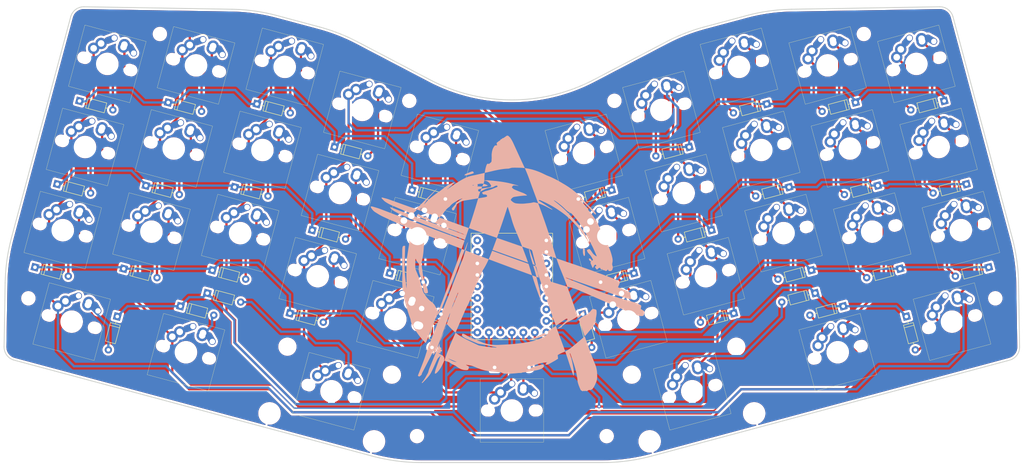
<source format=kicad_pcb>
(kicad_pcb (version 20211014) (generator pcbnew)
  (layers (0 "F.Cu" signal) (31 "B.Cu" signal) (34 "B.Paste" user) (35 "F.Paste" user) (36 "B.SilkS" user "B.Silkscreen") (37 "F.SilkS" user "F.Silkscreen") (38 "B.Mask" user) (39 "F.Mask" user) (44 "Edge.Cuts" user))
  (net 0 "")
  (net 1 "L1")
  (net 2 "Net-(D1-Pad2)")
  (net 3 "Net-(D2-Pad2)")
  (net 4 "Net-(D3-Pad2)")
  (net 5 "Net-(D4-Pad2)")
  (net 6 "Net-(D5-Pad2)")
  (net 7 "L8")
  (net 8 "Net-(D6-Pad2)")
  (net 9 "Net-(D7-Pad2)")
  (net 10 "Net-(D8-Pad2)")
  (net 11 "Net-(D9-Pad2)")
  (net 12 "Net-(D10-Pad2)")
  (net 13 "L2")
  (net 14 "Net-(D11-Pad2)")
  (net 15 "Net-(D12-Pad2)")
  (net 16 "Net-(D13-Pad2)")
  (net 17 "Net-(D14-Pad2)")
  (net 18 "Net-(D15-Pad2)")
  (net 19 "L7")
  (net 20 "Net-(D16-Pad2)")
  (net 21 "Net-(D17-Pad2)")
  (net 22 "Net-(D18-Pad2)")
  (net 23 "Net-(D19-Pad2)")
  (net 24 "Net-(D20-Pad2)")
  (net 25 "L3")
  (net 26 "Net-(D21-Pad2)")
  (net 27 "Net-(D22-Pad2)")
  (net 28 "Net-(D23-Pad2)")
  (net 29 "Net-(D24-Pad2)")
  (net 30 "Net-(D25-Pad2)")
  (net 31 "L6")
  (net 32 "Net-(D26-Pad2)")
  (net 33 "Net-(D27-Pad2)")
  (net 34 "Net-(D28-Pad2)")
  (net 35 "Net-(D29-Pad2)")
  (net 36 "Net-(D30-Pad2)")
  (net 37 "L4")
  (net 38 "Net-(D31-Pad2)")
  (net 39 "Net-(D32-Pad2)")
  (net 40 "Net-(D33-Pad2)")
  (net 41 "Net-(D34-Pad2)")
  (net 42 "Net-(D35-Pad2)")
  (net 43 "L5")
  (net 44 "Net-(D36-Pad2)")
  (net 45 "Net-(D37-Pad2)")
  (net 46 "C1")
  (net 47 "C2")
  (net 48 "C3")
  (net 49 "C4")
  (net 50 "C5")
  (footprint "keyb-libs:MX-5pin" (layer "F.Cu") (at 200.1402 63.4563 15)
    (fp_text reference "SW8" hide)
    (fp_text value "key" hide)
  )
  (footprint "keyb-libs:MX-5pin" (layer "F.Cu") (at 224.6398 81.4795 15)
    (fp_text reference "SW19" hide)
    (fp_text value "key" hide)
  )
  (footprint "keyb-libs:MX-5pin" (layer "F.Cu") (at 165.8938 82.4677 15)
    (fp_text reference "SW6" hide)
    (fp_text value "key" hide)
  )
  (footprint "keyb-libs:MX-5pin" (layer "F.Cu") (at 229.5573 99.8321 15)
    (fp_text reference "SW29" hide)
    (fp_text value "key" hide)
  )
  (footprint "keyb-libs:MX-5pin" (layer "F.Cu") (at 249.1393 99.5027 15)
    (fp_text reference "SW30" hide)
    (fp_text value "key" hide)
  )
  (footprint "keyb-libs:MX-5pin" (layer "F.Cu") (at 90.0247 100.1615 -15)
    (fp_text reference "SW23" hide)
    (fp_text value "key" hide)
  )
  (footprint "keyb-libs:MX-5pin" (layer "F.Cu") (at 99.8598 63.4563 -15)
    (fp_text reference "SW3" hide)
    (fp_text value "key" hide)
  )
  (footprint "keyb-libs:MX-5pin" (layer "F.Cu") (at 50.8607 99.5027 -15)
    (fp_text reference "SW21" hide)
    (fp_text value "key" hide)
  )
  (footprint "keyb-libs:Diode" (layer "F.Cu") (at 198.9911 117.8574 -165)
    (fp_text reference "D27" hide)
    (fp_text value "Diode" hide)
  )
  (footprint "keyb-libs:Diode" (layer "F.Cu") (at 44.7217 107.6929 -15)
    (fp_text reference "D21" hide)
    (fp_text value "Diode" hide)
  )
  (footprint "keyb-libs:MX-5pin" (layer "F.Cu") (at 80.2778 63.1269 -15)
    (fp_text reference "SW2" hide)
    (fp_text value "key" hide)
  )
  (footprint "keyb-libs:MX-5pin" (layer "F.Cu") (at 116.983 72.962 -15)
    (fp_text reference "SW4" hide)
    (fp_text value "key" hide)
  )
  (footprint "MountingHole:MountingHole_2.2mm_M2" (layer "F.Cu") (at 227.7014 56.2007)
    (fp_text reference "H2" hide)
    (fp_text value "MountingHole" hide)
  )
  (footprint "MountingHole:MountingHole_2.2mm_M2" (layer "F.Cu") (at 129.0635 144.9758)
    (fp_text reference "H6" hide)
    (fp_text value "MountingHole" hide)
  )
  (footprint "keyb-libs:RP2040" (layer "F.Cu") (at 150 111.932704)
    (fp_text reference "U1" hide)
    (fp_text value "RP2040" hide)
  )
  (footprint "keyb-libs:Diode" (layer "F.Cu") (at 54.5569 70.9877 -15)
    (fp_text reference "D1" hide)
    (fp_text value "Diode" hide)
  )
  (footprint "keyb-libs:Diode" (layer "F.Cu") (at 237.1021 118.5679 -75)
    (fp_text reference "D37" hide)
    (fp_text value "Diode" hide)
  )
  (footprint "MountingHole:MountingHole_2.2mm_M2" (layer "F.Cu") (at 43.2698 114.5508)
    (fp_text reference "H1" hide)
    (fp_text value "MountingHole" hide)
  )
  (footprint "keyb-libs:Diode" (layer "F.Cu") (at 194.0735 99.5048 -165)
    (fp_text reference "D17" hide)
    (fp_text value "Diode" hide)
  )
  (footprint "keyb-libs:Diode" (layer "F.Cu") (at 76.8388 116.2986 -15)
    (fp_text reference "D32" hide)
    (fp_text value "Diode" hide)
  )
  (footprint "keyb-libs:MX-5pin" (layer "F.Cu") (at 129.1886 100.8203 -15)
    (fp_text reference "SW15" hide)
    (fp_text value "key" hide)
  )
  (footprint "keyb-libs:Diode" (layer "F.Cu") (at 176.9503 109.0105 -165)
    (fp_text reference "D16" hide)
    (fp_text value "Diode" hide)
  )
  (footprint "keyb-libs:Diode" (layer "F.Cu") (at 93.7208 71.6465 -15)
    (fp_text reference "D3" hide)
    (fp_text value "Diode" hide)
  )
  (footprint "keyb-libs:MX-5pin" (layer "F.Cu") (at 209.9753 100.1615 15)
    (fp_text reference "SW28" hide)
    (fp_text value "key" hide)
  )
  (footprint "keyb-libs:Diode" (layer "F.Cu") (at 123.0497 109.0105 -15)
    (fp_text reference "D15" hide)
    (fp_text value "Diode" hide)
  )
  (footprint "keyb-libs:Diode" (layer "F.Cu") (at 245.4431 70.9877 -165)
    (fp_text reference "D10" hide)
    (fp_text value "Diode" hide)
  )
  (footprint "keyb-libs:MX-5pin" (layer "F.Cu") (at 219.7222 63.1269 15)
    (fp_text reference "SW9" hide)
    (fp_text value "key" hide)
  )
  (footprint "keyb-libs:MX-5pin" (layer "F.Cu") (at 107.1479 109.6672 -15)
    (fp_text reference "SW24" hide)
    (fp_text value "key" hide)
  )
  (footprint "keyb-libs:MX-5pin" (layer "F.Cu") (at 247.1746 119.6994 15)
    (fp_text reference "SW37" hide)
    (fp_text value "key" hide)
  )
  (footprint "keyb-libs:Diode" (layer "F.Cu") (at 69.2213 89.6697 -15)
    (fp_text reference "D12" hide)
    (fp_text value "Diode" hide)
  )
  (footprint "MountingHole:MountingHole_2.2mm_M2" (layer "F.Cu") (at 172.6437 70.9534)
    (fp_text reference "H5" hide)
    (fp_text value "MountingHole" hide)
  )
  (footprint "keyb-libs:MX-5pin" (layer "F.Cu") (at 60.6958 62.7975 -15)
    (fp_text reference "SW1" hide)
    (fp_text value "key" hide)
  )
  (footprint "keyb-libs:Diode" (layer "F.Cu") (at 211.1967 89.9991 -165)
    (fp_text reference "D18" hide)
    (fp_text value "Diode" hide)
  )
  (footprint "keyb-libs:MX-5pin" (layer "F.Cu") (at 183.017 72.962 15)
    (fp_text reference "SW7" hide)
    (fp_text value "key" hide)
  )
  (footprint "keyb-libs:Diode" (layer "F.Cu") (at 101.0089 117.8574 -15)
    (fp_text reference "D24" hide)
    (fp_text value "Diode" hide)
  )
  (footprint "keyb-libs:Diode" (layer "F.Cu") (at 216.95028 113.403798 -165)
    (fp_text reference "D35" hide)
    (fp_text value "Diode" hide)
  )
  (footprint "keyb-libs:MX-5pin" (layer "F.Cu") (at 187.9346 91.3146 15)
    (fp_text reference "SW17" hide)
    (fp_text value "key" hide)
  )
  (footprint "keyb-libs:Diode" (layer "F.Cu") (at 223.1612 116.2986 -165)
    (fp_text reference "D36" hide)
    (fp_text value "Diode" hide)
  )
  (footprint "keyb-libs:Diode" (layer "F.Cu") (at 250.3607 89.3403 -165)
    (fp_text reference "D20" hide)
    (fp_text value "Diode" hide)
  )
  (footprint "MountingHole:MountingHole_2.2mm_M2" (layer "F.Cu") (at 256.7302 114.5508)
    (fp_text reference "H3" hide)
    (fp_text value "MountingHole" hide)
  )
  (footprint "keyb-libs:Diode" (layer "F.Cu") (at 110.844 81.1522 -15)
    (fp_text reference "D4" hide)
    (fp_text value "Diode" hide)
  )
  (footprint "keyb-libs:MX-5pin" (layer "F.Cu") (at 175.7289 119.1729 15)
    (fp_text reference "SW26" hide)
    (fp_text value "key" hide)
  )
  (footprint "keyb-libs:MX-5pin" (layer "F.Cu") (at 150 139.3116)
    (fp_text reference "SW34" hide)
    (fp_text value "key" hide)
  )
  (footprint "keyb-libs:Diode" (layer "F.Cu") (at 82.769721 113.403797 -15)
    (fp_text reference "D33" hide)
    (fp_text value "Diode" hide)
  )
  (footprint "keyb-libs:MX-5pin" (layer "F.Cu") (at 205.0578 81.8089 15)
    (fp_text reference "SW18" hide)
    (fp_text value "key" hide)
  )
  (footprint "keyb-libs:Diode" (layer "F.Cu") (at 235.6963 108.0223 -165)
    (fp_text reference "D29" hide)
    (fp_text value "Diode" hide)
  )
  (footprint "keyb-libs:MX-5pin" (layer "F.Cu") (at 112.0654 91.3146 -15)
    (fp_text reference "SW14" hide)
    (fp_text value "key" hide)
  )
  (footprint "keyb-libs:Diode" (layer "F.Cu") (at 216.1143 108.3517 -165)
    (fp_text reference "D28" hide)
    (fp_text value "Diode" hide)
  )
  (footprint "keyb-libs:MX-5pin" (layer "F.Cu") (at 94.9422 81.8089 -15)
    (fp_text reference "SW13" hide)
    (fp_text value "key" hide)
  )
  (footprint "keyb-libs:Diode" (layer "F.Cu") (at 225.8612 71.3171 -165)
    (fp_text reference "D9" hide)
    (fp_text value "Diode" hide)
  )
  (footprint "keyb-libs:Diode" (layer "F.Cu") (at 230.7787 89.6697 -165)
    (fp_text reference "D19" hide)
    (fp_text value "Diode" hide)
  )
  (footprint "keyb-libs:MX-5pin_stab" (layer "F.Cu") (at 189.8228 135.0667 15)
    (fp_text reference "SW35" hide)
    (fp_text value "key" hide)
  )
  (footprint "MountingHole:MountingHole_2.2mm_M2" (layer "F.Cu") (at 72.2986 56.2007)
    (fp_text reference "H8" hide)
    (fp_text value "MountingHole" hide)
  )
  (footprint "keyb-libs:Diode" (layer "F.Cu") (at 74.1389 71.3171 -15)
    (fp_text reference "D2" hide)
    (fp_text value "Diode" hide)
  )
  (footprint "keyb-libs:MX-5pin" (layer "F.Cu") (at 170.8114 100.8203 15)
    (fp_text reference "SW16" hide)
    (fp_text value "key" hide)
  )
  (footprint "keyb-libs:Diode" (layer "F.Cu") (at 189.156 81.1522 -165)
    (fp_text reference "D7" hide)
    (fp_text value "Diode" hide)
  )
  (footprint "keyb-libs:Diode" (layer "F.Cu") (at 165.6564 118.0414 -75)
    (fp_text reference "D26" hide)
    (fp_text value "Diode" hide)
  )
  (footprint "MountingHole:MountingHole_2.2mm_M2" (layer "F.Cu") (at 170.9365 144.9758)
    (fp_text reference "H4" hide)
    (fp_text value "MountingHole" hide)
  )
  (footprint "keyb-libs:MX-5pin" (layer "F.Cu") (at 70.4427 99.8321 -15)
    (fp_text reference "SW22" hide)
    (fp_text value "key" hide)
  )
  (footprint "keyb-libs:Diode" (layer "F.Cu") (at 172.0328 90.6579 -165)
    (fp_text reference "D6" hide)
    (fp_text value "Diode" hide)
  )
  (footprint "keyb-libs:MX-5pin" (layer "F.Cu") (at 134.1062 82.4677 -15)
    (fp_text reference "SW5" hide)
    (fp_text value "key" hide)
  )
  (footprint "keyb-libs:Diode" (layer "F.Cu") (at 134.3436 118.0414 -105)
    (fp_text reference "D25" hide)
    (fp_text value "Diode" hide)
  )
  (footprint "keyb-libs:MX-5pin" (layer "F.Cu") (at 221.9398 126.461 15)
    (fp_text reference "SW36" hide)
    (fp_text value "key" hide)
  )
  (footprint "keyb-libs:Diode" (layer "F.Cu") (at 88.8033 89.9991 -15)
    (fp_text reference "D13" hide)
    (fp_text value "Diode" hide)
  )
  (footprint "keyb-libs:MX-5pin" (layer "F.Cu") (at 52.8254 119.6994 -15)
    (fp_text reference "SW31" hide)
    (fp_text value "key" hide)
  )
  (footprint "keyb-libs:Diode" (layer "F.Cu") (at 49.6393 89.3403 -15)
    (fp_text reference "D11" hide)
    (fp_text value "Diode" hide)
  )
  (footprint "keyb-libs:MX-5pin" (layer "F.Cu") (at 124.2711 119.1729 -15)
    (fp_text reference "SW25" hide)
    (fp_text value "key" hide)
  )
  (footprint "keyb-libs:Diode" (layer "F.Cu") (at 127.9672 90.6579 -15)
    (fp_text reference "D5" hide)
    (fp_text value "Diode" hide)
  )
  (footprint "MountingHole:MountingHole_2.2mm_M2" (layer "F.Cu") (at 127.3563 70.9534)
    (fp_text reference "H7" hide)
    (fp_text value "MountingHole" hide)
  )
  (footprint "keyb-libs:MX-5pin" (layer "F.Cu") (at 239.3042 62.7975 15)
    (fp_text reference "SW10" hide)
    (fp_text value "key" hide)
  )
  (footprint "keyb-libs:Diode" (layer "F.Cu") (at 105.9265 99.5048 -15)
    (fp_text reference "D14" hide)
    (fp_text value "Diode" hide)
  )
  (footprint "keyb-libs:Diode" (layer "F.Cu") (at 146.19 129.8116)
    (fp_text reference "D34" hide)
    (fp_text value "Diode" hide)
  )
  (footprint "keyb-libs:MX-5pin" (layer "F.Cu") (at 192.8521 109.6672 15)
    (fp_text reference "SW27" hide)
    (fp_text value "key" hide)
  )
  (footprint "keyb-libs:MX-5pin" (layer "F.Cu") (at 244.2217 81.1501 15)
    (fp_text reference "SW20" hide)
    (fp_text value "key" hide)
  )
  (footprint "keyb-libs:MX-5pin_stab" (layer "F.Cu") (at 110.1772 135.0667 -15)
    (fp_text reference "SW33" hide)
    (fp_text value "key" hide)
  )
  (footprint "keyb-libs:Diode" (layer "F.Cu") (at 62.8979 118.5679 -105)
    (fp_text reference "D31" hide)
    (fp_text value "Diode" hide)
  )
  (footprint "keyb-libs:MX-5pin" (layer "F.Cu") (at 55.7783 81.1501 -15)
    (fp_text reference "SW11" hide)
    (fp_text value "key" hide)
  )
  (footprint "keyb-libs:Diode" (layer "F.Cu") (at 83.8857 108.3517 -15)
    (fp_text reference "D23" hide)
    (fp_text value "Diode" hide)
  )
  (footprint "keyb-libs:Diode" (layer "F.Cu") (at 64.3037 108.0223 -15)
    (fp_text reference "D22" hide)
    (fp_text value "Diode" hide)
  )
  (footprint "keyb-libs:Diode" (layer "F.Cu") (at 255.2783 107.6929 -165)
    (fp_text reference "D30" hide)
    (fp_text value "Diode" hide)
  )
  (footprint "keyb-libs:Diode" (layer "F.Cu") (at 206.2792 71.6465 -165)
    (fp_text reference "D8" hide)
    (fp_text value "Diode" hide)
  )
  (footprint "keyb-libs:MX-5pin" (layer "F.Cu") (at 75.3602 81.4795 -15)
    (fp_text reference "SW12" hide)
    (fp_text value "key" hide)
  )
  (footprint "keyb-libs:MX-5pin" (layer "F.Cu") (at 78.0602 126.461 -15)
    (fp_text reference "SW32" hide)
    (fp_text value "key" hide)
  )
  (gr_poly (pts (xy 139.779549 103.977901) (xy 139.690168 104.279166) (xy 139.598838 104.579606) (xy 139.504861 104.879054) (xy 139.407544 105.177344) (xy 139.31392 105.446873) (xy 139.215205 105.714667) (xy 139.112574 105.981138) (xy 139.007205 106.2467) (xy 138.792956 106.776749) (xy 138.581868 107.30812) (xy 136.703836 112.191446) (xy 135.756196 114.629967) (xy 134.785984 117.058896) (xy 133.963432 119.111125) (xy 133.158574 121.169638) (xy 131.561592 125.290963) (xy 131.438301 125.619492) (xy 131.322368 125.951018) (xy 131.104308 126.619836) (xy 130.890876 127.290968) (xy 130.780729 127.625387) (xy 130.665539 127.957967) (xy 130.420222 128.625319) (xy 130.16614 129.289697) (xy 129.64954 130.616143) (xy 129.649525 130.616159) (xy 129.549481 130.869443) (xy 129.448444 131.121072) (xy 129.247361 131.618047) (xy 129.288259 131.657366) (xy 129.326504 131.691993) (xy 129.362419 131.721948) (xy 129.379603 131.735181) (xy 129.396326 131.747253) (xy 129.412628 131.758167) (xy 129.428548 131.767927) (xy 129.444129 131.776534) (xy 129.459409 131.783992) (xy 129.47443 131.790302) (xy 129.489231 131.795467) (xy 129.503854 131.799491) (xy 129.518338 131.802375) (xy 129.532723 131.804122) (xy 129.547051 131.804735) (xy 129.561362 131.804216) (xy 129.575695 131.802568) (xy 129.590092 131.799793) (xy 129.604593 131.795894) (xy 129.619237 131.790874) (xy 129.634066 131.784735) (xy 129.64912 131.77748) (xy 129.664439 131.769111) (xy 129.680064 131.759632) (xy 129.696034 131.749043) (xy 129.712391 131.737349) (xy 129.729175 131.724552) (xy 129.764183 131.695657) (xy 129.896529 131.587098) (xy 129.929215 131.559279) (xy 129.960945 131.530678) (xy 129.991321 131.501038) (xy 130.019946 131.470103) (xy 130.04642 131.437618) (xy 130.058727 131.420714) (xy 130.070347 131.403326) (xy 130.081231 131.385423) (xy 130.091328 131.366973) (xy 130.10059 131.347943) (xy 130.108966 131.328302) (xy 130.116407 131.308017) (xy 130.122863 131.287058) (xy 130.128284 131.26539) (xy 130.132621 131.242984) (xy 130.135823 131.219806) (xy 130.137841 131.195825) (xy 130.138626 131.171009) (xy 130.138127 131.145326) (xy 130.138234 131.141683) (xy 130.138548 131.13803) (xy 130.13906 131.134369) (xy 130.13976 131.130699) (xy 130.140638 131.127021) (xy 130.141684 131.123336) (xy 130.144244 131.115947) (xy 130.147363 131.108537) (xy 130.150962 131.101112) (xy 130.154963 131.093677) (xy 130.159291 131.086236) (xy 130.168612 131.07136) (xy 130.178305 131.056525) (xy 130.18775 131.041774) (xy 130.192186 131.034442) (xy 130.196328 131.027146) (xy 132.783959 126.028287) (xy 132.78671 126.023358) (xy 132.789687 126.018454) (xy 132.792906 126.01352) (xy 132.796386 126.008498) (xy 132.804202 125.997962) (xy 132.813279 125.986393) (xy 132.835795 125.958334) (xy 132.849522 125.940936) (xy 132.86509 125.920686) (xy 132.618149 126.971967) (xy 132.647475 126.988062) (xy 132.66255 126.996523) (xy 132.67812 127.005479) (xy 132.688274 126.997677) (xy 132.698829 126.99011) (xy 132.709688 126.982724) (xy 132.720757 126.975464) (xy 132.743141 126.961109) (xy 132.765214 126.946609) (xy 132.775895 126.939169) (xy 132.786212 126.93153) (xy 132.796069 126.923638) (xy 132.805371 126.915438) (xy 132.814021 126.906877) (xy 132.818073 126.902444) (xy 132.821925 126.8979) (xy 132.825567 126.893238) (xy 132.828987 126.888452) (xy 132.832172 126.883535) (xy 132.83511 126.87848) (xy 133.113585 126.390106) (xy 133.180672 126.26672) (xy 133.244638 126.142032) (xy 133.304429 126.015649) (xy 133.332429 125.951699) (xy 133.35899 125.887177) (xy 133.642616 125.162299) (xy 133.920124 124.435253) (xy 134.192672 123.706521) (xy 134.461415 122.976583) (xy 136.184735 118.212491) (xy 136.204093 118.16093) (xy 136.224176 118.109555) (xy 136.245539 118.058551) (xy 136.256876 118.033247) (xy 136.268742 118.008105) (xy 136.281208 117.983149) (xy 136.294342 117.958402) (xy 136.308216 117.933888) (xy 136.322898 117.909629) (xy 136.338459 117.88565) (xy 136.354968 117.861973) (xy 136.372495 117.838621) (xy 136.39111 117.815618) (xy 136.305341 118.113493) (xy 136.262373 118.261854) (xy 136.218247 118.41005) (xy 135.924146 119.355384) (xy 135.637078 120.22303) (xy 135.719534 120.308311) (xy 135.781761 120.373428) (xy 135.812198 120.406025) (xy 135.842186 120.438859) (xy 136.213982 120.842899) (xy 136.595566 121.23589) (xy 136.790536 121.427509) (xy 136.98856 121.615484) (xy 137.189843 121.799522) (xy 137.394585 121.979329) (xy 137.568665 122.125741) (xy 139.617272 117.388753) (xy 139.681141 117.245542) (xy 139.746913 117.10295) (xy 139.81434 116.960937) (xy 139.883173 116.819461) (xy 140.024064 116.537956) (xy 140.167599 116.258103) (xy 140.440194 115.708873) (xy 140.695694 115.152367) (xy 140.938005 114.590238) (xy 141.171036 114.02414) (xy 141.463948 113.290002) (xy 138.137724 113.290002) (xy 138.137469 113.311465) (xy 138.136621 113.332689) (xy 138.135191 113.353682) (xy 138.133193 113.374446) (xy 138.130639 113.394989) (xy 138.127543 113.415314) (xy 138.123917 113.435427) (xy 138.119775 113.455334) (xy 138.115129 113.475039) (xy 138.109992 113.494547) (xy 138.104376 113.513865) (xy 138.098296 113.532996) (xy 138.091763 113.551947) (xy 138.084791 113.570722) (xy 138.077393 113.589326) (xy 136.925576 116.367452) (xy 136.922728 116.373324) (xy 136.919501 116.379047) (xy 136.915927 116.384635) (xy 136.912042 116.390105) (xy 136.907877 116.395471) (xy 136.903466 116.400749) (xy 136.898844 116.405956) (xy 136.894044 116.411105) (xy 136.884044 116.421296) (xy 136.873734 116.431445) (xy 136.863383 116.441677) (xy 136.85326 116.452115) (xy 136.85149 116.464463) (xy 136.847551 116.471078) (xy 136.845632 116.474385) (xy 136.843775 116.477693) (xy 136.842001 116.481) (xy 136.840331 116.484307) (xy 136.838786 116.487615) (xy 136.838067 116.489268) (xy 136.837387 116.490922) (xy 136.808281 116.608882) (xy 136.779175 116.725518) (xy 136.779175 116.725514) (xy 136.763581 116.720195) (xy 136.74833 116.71471) (xy 136.740737 116.711855) (xy 136.733113 116.708895) (xy 136.725419 116.705812) (xy 136.717617 116.702584) (xy 136.837387 116.490922) (xy 136.844441 116.459172) (xy 136.845693 116.457928) (xy 136.846832 116.456829) (xy 136.84737 116.456327) (xy 136.847893 116.455853) (xy 136.848405 116.455406) (xy 136.848911 116.454981) (xy 136.849415 116.454578) (xy 136.849921 116.454192) (xy 136.850435 116.453822) (xy 136.85096 116.453465) (xy 136.8515 116.453118) (xy 136.852061 116.45278) (xy 136.852646 116.452446) (xy 136.85326 116.452115) (xy 136.862081 116.360171) (xy 136.865112 116.337341) (xy 136.866979 116.326077) (xy 136.869136 116.314945) (xy 136.871623 116.303968) (xy 136.874482 116.293169) (xy 136.877754 116.282571) (xy 136.881482 116.272199) (xy 138.072106 113.367074) (xy 138.074931 113.360229) (xy 138.078092 113.35357) (xy 138.081553 113.347076) (xy 138.085278 113.340727) (xy 138.08923 113.334502) (xy 138.093373 113.32838) (xy 138.097672 113.322341) (xy 138.102089 113.316363) (xy 138.120226 113.292661) (xy 138.129067 113.280644) (xy 138.133304 113.274522) (xy 138.137371 113.268296) (xy 138.137724 113.290002) (xy 141.463948 113.290002) (xy 141.624879 112.886653) (xy 141.853506 112.31857) (xy 142.088478 111.753133) (xy 142.434748 110.946622) (xy 142.786823 110.142922) (xy 143.499592 108.539327) (xy 143.5162 108.5041) (xy 143.533567 108.469178) (xy 143.570312 108.400145) (xy 143.609289 108.332021) (xy 143.649961 108.264601) (xy 143.818856 107.997811) (xy 143.969976 107.747068) (xy 144.115351 107.493699) (xy 144.255352 107.237891) (xy 144.39035 106.979829) (xy 144.520719 106.719701) (xy 144.646829 106.457691) (xy 144.769054 106.193986) (xy 144.887764 105.928771) (xy 144.887773 105.928752) (xy 142.331755 104.957956) (xy 139.77956 103.977893) (xy 139.779552 103.97789)) (layer "B.SilkS") (width 0) (fill solid))
  (gr_poly (pts (xy 154.975677 108.211009) (xy 155.108822 108.663693) (xy 155.23651 109.117866) (xy 155.283501 109.29092) (xy 155.329334 109.463809) (xy 155.374174 109.637028) (xy 155.418188 109.811072) (xy 155.418189 109.811074) (xy 155.418196 109.811076) (xy 155.533263 109.851756) (xy 155.653456 109.893097) (xy 155.924433 109.985702) (xy 155.835136 109.536573) (xy 155.792719 109.324659) (xy 155.74981 109.117889) (xy 155.749806 109.117877) (xy 155.188891 107.482751) (xy 155.188887 107.48274) (xy 155.146557 107.466868) (xy 154.700295 107.30812) (xy 154.700292 107.308119)) (layer "B.SilkS") (width 0) (fill solid))
  (gr_poly (pts (xy 159.408361 120.846209) (xy 159.093356 121.060034) (xy 158.774811 121.268001) (xy 158.45172 121.468442) (xy 157.941539 121.768875) (xy 157.425545 122.058391) (xy 156.90335 122.335893) (xy 156.374565 122.600286) (xy 155.838802 122.850474) (xy 155.295671 123.085362) (xy 154.744785 123.303853) (xy 154.185755 123.504853) (xy 154.157506 123.514779) (xy 154.129408 123.525282) (xy 154.073443 123.54786) (xy 154.017416 123.572273) (xy 153.960883 123.598208) (xy 153.844518 123.653383) (xy 153.783799 123.681996) (xy 153.720795 123.710874) (xy 153.732673 123.723917) (xy 153.74446 123.735697) (xy 153.756157 123.746266) (xy 153.76776 123.755674) (xy 153.77927 123.763973) (xy 153.790684 123.771214) (xy 153.802001 123.77745) (xy 153.813221 123.78273) (xy 153.824341 123.787108) (xy 153.835361 123.790633) (xy 153.84628 123.793358) (xy 153.857095 123.795334) (xy 153.867805 123.796613) (xy 153.87841 123.797245) (xy 153.888909 123.797282) (xy 153.899299 123.796776) (xy 153.919748 123.79434) (xy 153.93975 123.790347) (xy 153.959292 123.785208) (xy 153.978366 123.779336) (xy 154.015064 123.767035) (xy 154.032668 123.761429) (xy 154.049761 123.756734) (xy 154.463634 123.654292) (xy 154.87614 123.547364) (xy 155.286823 123.434525) (xy 155.695226 123.314349) (xy 156.100893 123.185408) (xy 156.503365 123.046276) (xy 156.902187 122.895528) (xy 157.296902 122.731736) (xy 157.353557 122.707524) (xy 157.410684 122.684149) (xy 157.468489 122.661885) (xy 157.527178 122.641008) (xy 157.586959 122.621793) (xy 157.648037 122.604514) (xy 157.679128 122.596687) (xy 157.710621 122.589447) (xy 157.742542 122.582829) (xy 157.774916 122.576867) (xy 157.665491 122.654058) (xy 157.610587 122.692331) (xy 157.58295 122.711192) (xy 157.555138 122.729795) (xy 157.304376 122.889378) (xy 157.049822 123.038553) (xy 156.791655 123.177766) (xy 156.530052 123.307461) (xy 156.265189 123.428083) (xy 155.997246 123.540075) (xy 155.726399 123.643884) (xy 155.452825 123.739954) (xy 155.176703 123.828728) (xy 154.89821 123.910653) (xy 154.617523 123.986172) (xy 154.33482 124.055731) (xy 153.764076 124.178746) (xy 153.187397 124.283254) (xy 152.429614 124.399489) (xy 151.670081 124.497756) (xy 150.908997 124.58023) (xy 150.146563 124.649087) (xy 149.38298 124.706499) (xy 148.618447 124.754643) (xy 147.087338 124.831822) (xy 146.677432 124.842081) (xy 146.270799 124.83577) (xy 145.867187 124.812625) (xy 145.666437 124.794658) (xy 145.466348 124.772382) (xy 145.26689 124.745765) (xy 145.06803 124.714775) (xy 144.869739 124.679377) (xy 144.671984 124.639539) (xy 144.474734 124.595228) (xy 144.277959 124.546411) (xy 144.081626 124.493054) (xy 143.885704 124.435124) (xy 143.774402 124.402319) (xy 143.746752 124.393653) (xy 143.719363 124.384378) (xy 143.692331 124.374284) (xy 143.678977 124.368864) (xy 143.665749 124.36316) (xy 143.17928 124.155303) (xy 142.688188 123.957776) (xy 141.703664 123.567888) (xy 141.216 123.362616) (xy 140.735247 123.141851) (xy 140.498362 123.023642) (xy 140.264287 122.899138) (xy 140.03338 122.767534) (xy 139.806004 122.628022) (xy 139.749883 122.593383) (xy 139.692599 122.560268) (xy 139.634278 122.528712) (xy 139.575044 122.498749) (xy 139.515026 122.470416) (xy 139.454348 122.443748) (xy 139.393136 122.418778) (xy 139.331517 122.395543) (xy 139.315306 122.390269) (xy 139.297691 122.385586) (xy 139.278954 122.381537) (xy 139.259382 122.378163) (xy 139.239258 122.375507) (xy 139.21887 122.37361) (xy 139.1985 122.372513) (xy 139.178434 122.37226) (xy 139.158958 122.372891) (xy 139.140356 122.374449) (xy 139.122912 122.376975) (xy 139.106913 122.380512) (xy 139.092643 122.3851) (xy 139.086246 122.387802) (xy 139.080387 122.390783) (xy 139.075104 122.394048) (xy 139.07043 122.397602) (xy 139.066403 122.401451) (xy 139.063057 122.405599) (xy 139.052037 122.422575) (xy 139.041695 122.440673) (xy 139.032076 122.459758) (xy 139.023226 122.479693) (xy 139.01519 122.500343) (xy 139.008014 122.521573) (xy 139.001743 122.543247) (xy 138.996424 122.56523) (xy 138.9921 122.587387) (xy 138.988818 122.609583) (xy 138.986624 122.631681) (xy 138.985562 122.653546) (xy 138.985679 122.675044) (xy 138.987019 122.696038) (xy 138.989629 122.716393) (xy 138.993553 122.735974) (xy 138.999069 122.75633) (xy 139.005967 122.776735) (xy 139.014162 122.797114) (xy 139.02357 122.817393) (xy 139.034106 122.837496) (xy 139.045684 122.857348) (xy 139.058219 122.876875) (xy 139.071628 122.896001) (xy 139.085823 122.914652) (xy 139.100721 122.932753) (xy 139.116237 122.950228) (xy 139.132285 122.967003) (xy 139.148781 122.983003) (xy 139.16564 122.998153) (xy 139.182776 123.012377) (xy 139.200104 123.025601) (xy 139.36061 123.141309) (xy 139.442207 123.197879) (xy 139.524902 123.252749) (xy 139.608846 123.305287) (xy 139.651333 123.330484) (xy 139.694189 123.354861) (xy 139.737433 123.378339) (xy 139.781083 123.400838) (xy 139.825159 123.42228) (xy 139.869679 123.442586) (xy 142.277558 124.463174) (xy 142.359544 124.496721) (xy 142.442211 124.526383) (xy 142.52549 124.552549) (xy 142.609314 124.575608) (xy 142.693615 124.59595) (xy 142.778324 124.613964) (xy 142.948696 124.644567) (xy 143.291351 124.694971) (xy 143.462548 124.721004) (xy 143.632931 124.751744) (xy 146.519886 125.336648) (xy 146.534801 125.339948) (xy 146.542229 125.341872) (xy 146.549635 125.344053) (xy 146.557017 125.346546) (xy 146.564373 125.349406) (xy 146.571702 125.35269) (xy 146.579001 125.356451) (xy 146.58627 125.360745) (xy 146.593505 125.365628) (xy 146.600706 125.371155) (xy 146.607871 125.377381) (xy 146.614997 125.384361) (xy 146.622083 125.392151) (xy 146.629127 125.400807) (xy 146.636128 125.410382) (xy 146.614799 125.412652) (xy 146.593425 125.415322) (xy 146.550622 125.420809) (xy 146.529236 125.423101) (xy 146.507887 125.424742) (xy 146.497233 125.425236) (xy 146.486597 125.425469) (xy 146.47598 125.425408) (xy 146.465386 125.425019) (xy 146.014473 125.397234) (xy 145.56468 125.359859) (xy 145.115883 125.314005) (xy 144.66796 125.260781) (xy 144.22079 125.201299) (xy 143.774251 125.136667) (xy 142.882576 124.996396) (xy 142.856502 124.991732) (xy 142.830477 124.9863) (xy 142.804512 124.980144) (xy 142.778619 124.973308) (xy 142.752809 124.965834) (xy 142.727095 124.957765) (xy 142.675999 124.940017) (xy 142.625424 124.920409) (xy 142.575462 124.899286) (xy 142.526208 124.876993) (xy 142.477753 124.853875) (xy 140.819458 124.060829) (xy 139.994932 123.655559) (xy 139.586423 123.446064) (xy 139.181404 123.230214) (xy 138.941687 123.094832) (xy 138.70705 122.952868) (xy 138.477292 122.804616) (xy 138.252209 122.650371) (xy 138.0316 122.490426) (xy 137.815261 122.325074) (xy 137.60299 122.154611) (xy 137.568665 122.125741) (xy 137.408879 122.495214) (xy 136.87831 123.717865) (xy 136.355182 124.943492) (xy 136.102454 125.559799) (xy 135.858841 126.179702) (xy 135.626763 126.804153) (xy 135.408638 127.434102) (xy 135.339705 127.63772) (xy 135.267302 127.840678) (xy 135.22954 127.941702) (xy 135.1906 128.042313) (xy 135.150377 128.142428) (xy 135.116509 128.223448) (xy 135.119817 128.22738) (xy 135.127916 128.236226) (xy 135.136477 128.244883) (xy 135.15487 128.26166) (xy 135.174771 128.277783) (xy 135.195955 128.293325) (xy 135.218197 128.308356) (xy 135.241272 128.32295) (xy 135.264955 128.337176) (xy 135.313245 128.364818) (xy 135.361265 128.391855) (xy 135.384611 128.405326) (xy 135.407215 128.418862) (xy 135.41749 128.424686) (xy 135.428179 128.429833) (xy 135.43924 128.434369) (xy 135.450633 128.438362) (xy 135.462316 128.441878) (xy 135.474248 128.444985) (xy 135.486388 128.447749) (xy 135.498696 128.450238) (xy 135.523649 128.454656) (xy 135.548778 128.458774) (xy 135.573753 128.463129) (xy 135.586081 128.465562) (xy 135.598248 128.468255) (xy 135.663051 128.484309) (xy 135.727033 128.501858) (xy 135.790211 128.520925) (xy 135.852604 128.541529) (xy 135.914228 128.56369) (xy 135.975103 128.587429) (xy 136.035245 128.612766) (xy 136.094673 128.639723) (xy 136.153404 128.668319) (xy 136.211457 128.698574) (xy 136.268849 128.73051) (xy 136.325598 128.764146) (xy 136.381722 128.799503) (xy 136.437238 128.836601) (xy 136.492165 128.875462) (xy 136.546521 128.916104) (xy 136.585579 128.945) (xy 136.625694 128.972513) (xy 136.666762 128.998781) (xy 136.708675 129.023942) (xy 136.75133 129.048135) (xy 136.794621 129.071498) (xy 136.88269 129.116285) (xy 137.061833 129.201979) (xy 137.151224 129.245098) (xy 137.239373 129.289872) (xy 137.297474 129.319315) (xy 137.356434 129.347679) (xy 137.474607 129.404129) (xy 137.532657 129.433695) (xy 137.561169 129.449137) (xy 137.589242 129.465142) (xy 137.616803 129.481803) (xy 137.64378 129.499211) (xy 137.6701 129.51746) (xy 137.695691 129.536641) (xy 137.79058 129.609309) (xy 137.886454 129.679894) (xy 137.98339 129.748224) (xy 138.081468 129.814131) (xy 138.180767 129.877445) (xy 138.281365 129.937996) (xy 138.383342 129.995615) (xy 138.486775 130.050131) (xy 138.591744 130.101375) (xy 138.698328 130.149177) (xy 138.806605 130.193367) (xy 138.916655 130.233775) (xy 139.028555 130.270233) (xy 139.142386 130.302569) (xy 139.258225 130.330614) (xy 139.376152 130.354199) (xy 139.46131 130.367834) (xy 139.547198 130.378569) (xy 139.633635 130.386595) (xy 139.720441 130.392105) (xy 139.807438 130.395292) (xy 139.894444 130.396348) (xy 139.981281 130.395465) (xy 140.067768 130.392835) (xy 140.114022 130.389834) (xy 140.135652 130.38743) (xy 140.156327 130.384385) (xy 140.176084 130.380671) (xy 140.194955 130.376259) (xy 140.212975 130.37112) (xy 140.230178 130.365226) (xy 140.246597 130.358549) (xy 140.262266 130.351059) (xy 140.277221 130.342729) (xy 140.291493 130.333529) (xy 140.305119 130.323431) (xy 140.31813 130.312407) (xy 140.330562 130.300427) (xy 140.342449 130.287464) (xy 140.353824 130.273488) (xy 140.364721 130.258471) (xy 140.375175 130.242385) (xy 140.385219 130.225201) (xy 140.394888 130.20689) (xy 140.404214 130.187424) (xy 140.413233 130.166774) (xy 140.421978 130.144911) (xy 140.438783 130.097434) (xy 140.454901 130.044765) (xy 140.470603 129.986674) (xy 140.486161 129.922933) (xy 140.496166 129.877962) (xy 140.50402 129.837163) (xy 140.509525 129.800119) (xy 140.512481 129.766411) (xy 140.512941 129.750678) (xy 140.512688 129.735623) (xy 140.511699 129.721194) (xy 140.509948 129.707338) (xy 140.50741 129.694003) (xy 140.504061 129.681138) (xy 140.499876 129.668689) (xy 140.494829 129.656605) (xy 140.488895 129.644834) (xy 140.482051 129.633324) (xy 140.47427 129.622021) (xy 140.465529 129.610875) (xy 140.455801 129.599833) (xy 140.445063 129.588843) (xy 140.433289 129.577852) (xy 140.420455 129.566809) (xy 140.391505 129.544356) (xy 140.358014 129.521068) (xy 140.319783 129.496527) (xy 140.276612 129.470315) (xy 140.248048 129.453797) (xy 140.219053 129.437978) (xy 140.189739 129.422662) (xy 140.160221 129.407656) (xy 140.101025 129.377798) (xy 140.071575 129.362556) (xy 140.042374 129.346849) (xy 140.019064 129.333621) (xy 139.995997 129.319912) (xy 139.973221 129.305588) (xy 139.95078 129.290514) (xy 139.939699 129.282653) (xy 139.928719 129.274555) (xy 139.917846 129.266201) (xy 139.907085 129.257577) (xy 139.896442 129.248663) (xy 139.885922 129.239445) (xy 139.875532 129.229904) (xy 139.865277 129.220025) (xy 140.30005 129.278262) (xy 140.516081 129.310985) (xy 140.73084 129.348853) (xy 140.944054 129.393923) (xy 141.049995 129.419802) (xy 141.155446 129.448252) (xy 141.260373 129.479531) (xy 141.364742 129.513896) (xy 141.468518 129.551604) (xy 141.571667 129.592912) (xy 142.291112 129.891549) (xy 142.653498 130.033995) (xy 143.018761 130.16765) (xy 143.387728 130.289357) (xy 143.573859 130.344744) (xy 143.761226 130.39596) (xy 143.949932 130.442612) (xy 144.140081 130.484303) (xy 144.331776 130.52064) (xy 144.52512 130.551229) (xy 144.869493 130.597583) (xy 145.214484 130.639629) (xy 145.9058 130.714454) (xy 147.290188 130.852677) (xy 147.357199 130.859789) (xy 147.422748 130.867755) (xy 147.455092 130.87243) (xy 147.48721 130.877763) (xy 147.51915 130.883903) (xy 147.550959 130.890999) (xy 147.582683 130.899199) (xy 147.614368 130.908651) (xy 147.646063 130.919503) (xy 147.677813 130.931904) (xy 147.709665 130.946002) (xy 147.741666 130.961946) (xy 147.773864 130.979883) (xy 147.806303 130.999963) (xy 147.843009 131.022401) (xy 147.881322 131.043116) (xy 147.921087 131.062158) (xy 147.962151 131.079578) (xy 148.004359 131.095425) (xy 148.047556 131.109751) (xy 148.091589 131.122606) (xy 148.136304 131.13404) (xy 148.181545 131.144103) (xy 148.22716 131.152847) (xy 148.272993 131.160321) (xy 148.31889 131.166575) (xy 148.364698 131.171661) (xy 148.410261 131.175628) (xy 148.455426 131.178528) (xy 148.500039 131.180409) (xy 148.922151 131.190281) (xy 149.133436 131.192135) (xy 149.344744 131.191521) (xy 149.555978 131.188129) (xy 149.76704 131.181648) (xy 149.977833 131.171769) (xy 150.18826 131.158181) (xy 150.836145 131.10431) (xy 151.482496 131.038619) (xy 152.127434 130.962122) (xy 152.771078 130.87583) (xy 153.413548 130.780757) (xy 154.054963 130.677917) (xy 155.33511 130.452985) (xy 155.526932 130.415847) (xy 155.717025 130.37417) (xy 155.904787 130.326193) (xy 155.997604 130.299292) (xy 156.089613 130.270155) (xy 156.180737 130.238562) (xy 156.2709 130.204294) (xy 156.360028 130.167129) (xy 156.448045 130.126849) (xy 156.534875 130.083233) (xy 156.620444 130.03606) (xy 156.704675 129.985111) (xy 156.787493 129.930165) (xy 156.819177 129.907611) (xy 156.849644 129.884525) (xy 156.878755 129.860795) (xy 156.906372 129.836309) (xy 156.932358 129.810958) (xy 156.956573 129.78463) (xy 156.978879 129.757213) (xy 156.989274 129.743062) (xy 156.999139 129.728597) (xy 157.008458 129.713804) (xy 157.017214 129.69867) (xy 157.025389 129.683181) (xy 157.032966 129.667322) (xy 157.039928 129.65108) (xy 157.046256 129.634441) (xy 157.051935 129.617391) (xy 157.056947 129.599916) (xy 157.061275 129.582002) (xy 157.0649 129.563636) (xy 157.067807 129.544803) (xy 157.069977 129.52549) (xy 157.071394 129.505682) (xy 157.07204 129.485366) (xy 157.071898 129.464528) (xy 157.07095 129.443154) (xy 157.06799 129.401909) (xy 157.064307 129.36454) (xy 157.059654 129.330916) (xy 157.053788 129.300908) (xy 157.050323 129.287219) (xy 157.046463 129.274384) (xy 157.042178 129.262389) (xy 157.037436 129.251216) (xy 157.032207 129.240849) (xy 157.02646 129.231272) (xy 157.020166 129.222469) (xy 157.013293 129.214423) (xy 157.005811 129.207118) (xy 156.997688 129.200537) (xy 156.988896 129.194666) (xy 156.979402 129.189486) (xy 156.969177 129.184982) (xy 156.958189 129.181138) (xy 156.946409 129.177938) (xy 156.933806 129.175364) (xy 156.920348 129.173401) (xy 156.906006 129.172033) (xy 156.890749 129.171243) (xy 156.874546 129.171015) (xy 156.839181 129.17218) (xy 156.799666 129.175397) (xy 156.705599 129.185752) (xy 156.611491 129.197846) (xy 156.517499 129.211795) (xy 156.42378 129.227719) (xy 156.330491 129.245734) (xy 156.237789 129.26596) (xy 156.145831 129.288513) (xy 156.054774 129.313512) (xy 155.46783 129.487026) (xy 154.88201 129.664477) (xy 153.710566 130.020474) (xy 153.659474 130.034794) (xy 153.607721 130.047093) (xy 153.58156 130.052436) (xy 153.55519 130.057217) (xy 153.528597 130.061416) (xy 153.501767 130.065013) (xy 153.474684 130.067991) (xy 153.447334 130.07033) (xy 153.419704 130.07201) (xy 153.391778 130.073013) (xy 153.363541 130.073319) (xy 153.33498 130.07291) (xy 153.306081 130.071765) (xy 153.276827 130.069867) (xy 153.306228 130.052379) (xy 153.33549 130.034574) (xy 153.393972 129.998803) (xy 153.423377 129.981228) (xy 153.453015 129.964123) (xy 153.482979 129.947684) (xy 153.513363 129.932107) (xy 153.858508 129.768705) (xy 154.207658 129.615793) (xy 154.560488 129.472701) (xy 154.91667 129.338755) (xy 155.275879 129.213285) (xy 155.637788 129.095617) (xy 156.002069 128.98508) (xy 156.368397 128.881002) (xy 156.451236 128.859428) (xy 156.534729 128.839938) (xy 156.70372 128.806329) (xy 156.875469 128.778416) (xy 157.050073 128.754443) (xy 157.408233 128.71129) (xy 157.591984 128.688595) (xy 157.778979 128.662812) (xy 157.369402 129.15088) (xy 157.427263 129.167331) (xy 157.48361 129.180149) (xy 157.538505 129.189503) (xy 157.592009 129.195559) (xy 157.644184 129.198484) (xy 157.695092 129.198446) (xy 157.744793 129.195611) (xy 157.79335 129.190147) (xy 157.840824 129.182222) (xy 157.887277 129.172002) (xy 157.932769 129.159655) (xy 157.977362 129.145347) (xy 158.021119 129.129246) (xy 158.064099 129.11152) (xy 158.106366 129.092335) (xy 158.14798 129.071858) (xy 158.316814 128.984526) (xy 158.484734 128.895357) (xy 158.818346 128.71262) (xy 159.005091 128.607423) (xy 137.842274 128.607423) (xy 137.706274 128.594362) (xy 137.573201 128.574337) (xy 137.442893 128.547809) (xy 137.315189 128.51524) (xy 137.189927 128.477091) (xy 137.066946 128.433824) (xy 136.946084 128.385898) (xy 136.82718 128.333777) (xy 136.710073 128.27792) (xy 136.5946 128.218789) (xy 136.4806 128.156845) (xy 136.367912 128.09255) (xy 136.145826 127.958751) (xy 135.927048 127.82108) (xy 137.842274 128.607423) (xy 159.005091 128.607423) (xy 159.149842 128.525882) (xy 159.480244 128.337377) (xy 159.565186 128.287858) (xy 159.650019 128.236598) (xy 159.822572 128.128444) (xy 160.201674 127.886701) (xy 160.124062 127.077252) (xy 160.16997 127.050389) (xy 160.219958 127.020438) (xy 160.330438 126.954265) (xy 160.390062 126.919539) (xy 160.45203 126.884718) (xy 160.515908 126.850551) (xy 160.581261 126.817784) (xy 160.887694 126.67158) (xy 161.195316 126.52789) (xy 161.772203 126.264475) (xy 161.533625 125.589566) (xy 161.189638 124.648919) (xy 160.069156 121.603601) (xy 159.720444 120.628467)) (layer "B.SilkS") (width 0) (fill solid))
  (gr_poly (pts (xy 170.802037 100.003574) (xy 170.800989 100.033953) (xy 170.79866 100.082607) (xy 170.798177 100.102033) (xy 170.79828 100.110773) (xy 170.798679 100.118958) (xy 170.799425 100.126662) (xy 170.800567 100.133957) (xy 170.802154 100.140913) (xy 170.804238 100.147603) (xy 170.871803 100.336375) (xy 170.937001 100.525752) (xy 170.998574 100.716076) (xy 171.055262 100.907686) (xy 171.105807 101.100926) (xy 171.128382 101.198263) (xy 171.14895 101.296135) (xy 171.167352 101.394585) (xy 171.183431 101.493655) (xy 171.197031 101.593388) (xy 171.207993 101.693828) (xy 171.208321 101.696033) (xy 171.208868 101.698218) (xy 171.209628 101.700387) (xy 171.210591 101.702542) (xy 171.211749 101.704686) (xy 171.213093 101.706822) (xy 171.214616 101.708954) (xy 171.216308 101.711084) (xy 171.218162 101.713215) (xy 171.220169 101.715351) (xy 171.222321 101.717494) (xy 171.224609 101.719647) (xy 171.229561 101.723996) (xy 171.234959 101.728423) (xy 171.240734 101.73295) (xy 171.246821 101.737603) (xy 171.259662 101.747381) (xy 171.266281 101.752554) (xy 171.272944 101.757949) (xy 171.279584 101.763589) (xy 171.286133 101.769498) (xy 171.286133 101.769502) (xy 171.302306 101.76463) (xy 171.317569 101.759349) (xy 171.331944 101.753672) (xy 171.345452 101.747612) (xy 171.358116 101.741181) (xy 171.369957 101.734393) (xy 171.380997 101.72726) (xy 171.391259 101.719796) (xy 171.400763 101.712012) (xy 171.409533 101.703922) (xy 171.41759 101.695539) (xy 171.424956 101.686875) (xy 171.431653 101.677943) (xy 171.437703 101.668756) (xy 171.443127 101.659327) (xy 171.447949 101.649668) (xy 171.452189 101.639794) (xy 171.455869 101.629715) (xy 171.459012 101.619446) (xy 171.461639 101.608998) (xy 171.463773 101.598385) (xy 171.465435 101.58762) (xy 171.466647 101.576715) (xy 171.467431 101.565684) (xy 171.467804 101.543291) (xy 171.466729 101.520546) (xy 171.46438 101.497549) (xy 171.460934 101.474404) (xy 171.442728 101.374556) (xy 171.422028 101.27567) (xy 171.398712 101.177702) (xy 171.37266 101.080612) (xy 171.34375 100.984356) (xy 171.311861 100.888891) (xy 171.276872 100.794175) (xy 171.238662 100.700165) (xy 171.19711 100.606819) (xy 171.152094 100.514094) (xy 171.103493 100.421947) (xy 171.051186 100.330336) (xy 170.995052 100.239218) (xy 170.934969 100.14855) (xy 170.870817 100.058291) (xy 170.802474 99.968396)) (layer "B.SilkS") (width 0) (fill solid))
  (gr_poly (pts (xy 154.667878 110.146651) (xy 154.772967 110.485592) (xy 154.880206 110.823541) (xy 155.107912 111.51496) (xy 155.344549 112.203566) (xy 155.832707 113.576974) (xy 155.878151 113.699385) (xy 155.926716 113.820721) (xy 155.97772 113.941231) (xy 156.030481 114.061162) (xy 156.138546 114.300279) (xy 156.245455 114.540059) (xy 156.256621 114.538153) (xy 156.267641 114.536392) (xy 156.289332 114.533221) (xy 156.310691 114.530381) (xy 156.331885 114.527707) (xy 156.334962 114.497285) (xy 156.338638 114.466883) (xy 156.346218 114.406223) (xy 156.349336 114.376006) (xy 156.351482 114.345893) (xy 156.352068 114.330881) (xy 156.352264 114.315903) (xy 156.35202 114.300961) (xy 156.351288 114.286058) (xy 156.337164 114.066941) (xy 156.317334 113.848754) (xy 156.291882 113.631434) (xy 156.26089 113.41492) (xy 156.224441 113.19915) (xy 156.182617 112.984062) (xy 156.135501 112.769594) (xy 156.083176 112.555684) (xy 155.418189 109.811074) (xy 155.381155 109.798726) (xy 154.462167 109.467117)) (layer "B.SilkS") (width 0) (fill solid))
  (gr_poly (pts (xy 118.824277 94.320062) (xy 118.841065 94.364996) (xy 118.870198 94.444578) (xy 118.883823 94.479956) (xy 118.897677 94.512881) (xy 118.904889 94.528537) (xy 118.912398 94.543717) (xy 118.920284 94.558467) (xy 118.928627 94.572831) (xy 118.973224 94.643798) (xy 119.019082 94.713757) (xy 119.066264 94.782611) (xy 119.114831 94.850261) (xy 119.164846 94.91661) (xy 119.216372 94.981561) (xy 119.269471 95.045014) (xy 119.324204 95.106872) (xy 119.380634 95.167037) (xy 119.438824 95.225412) (xy 119.498835 95.281897) (xy 119.560731 95.336396) (xy 119.624572 95.388811) (xy 119.690422 95.439043) (xy 119.758343 95.486994) (xy 119.828396 95.532567) (xy 120.229332 95.781936) (xy 120.430558 95.905666) (xy 120.632814 96.027469) (xy 120.836493 96.146378) (xy 121.041987 96.261427) (xy 121.249689 96.371646) (xy 121.459992 96.476069) (xy 122.429425 96.933557) (xy 123.404577 97.378353) (xy 124.384702 97.811988) (xy 125.369055 98.23599) (xy 127.347456 99.061215) (xy 128.12357 99.375766) (xy 128.100402 99.427963) (xy 128.083026 99.468047) (xy 128.066167 99.508344) (xy 128.050045 99.548926) (xy 128.034878 99.589866) (xy 127.934009 99.883913) (xy 127.839359 100.179623) (xy 127.751109 100.477018) (xy 127.669441 100.776126) (xy 127.594538 101.07697) (xy 127.52658 101.379575) (xy 127.465749 101.683965) (xy 127.412228 101.990167) (xy 127.143474 103.673491) (xy 126.882527 105.358134) (xy 126.86878 105.452249) (xy 126.856321 105.546694) (xy 126.845263 105.641404) (xy 126.835719 105.736313) (xy 126.827805 105.831353) (xy 126.821634 105.92646) (xy 126.81732 106.021566) (xy 126.814976 106.116607) (xy 126.784368 107.24154) (xy 126.744748 108.366424) (xy 126.730401 108.929018) (xy 126.724411 109.491804) (xy 126.730314 110.054851) (xy 126.751648 110.618226) (xy 126.761042 110.84106) (xy 126.765943 111.064025) (xy 126.767351 111.286952) (xy 126.766264 111.509675) (xy 126.756935 112.395169) (xy 126.711966 112.117755) (xy 126.647964 111.610662) (xy 126.494625 110.189866) (xy 126.421167 109.417376) (xy 126.360435 108.697633) (xy 126.32037 108.101243) (xy 126.308911 107.698813) (xy 126.337602 106.518975) (xy 126.374397 105.33968) (xy 126.454438 102.983586) (xy 126.384379 102.969707) (xy 126.31953 102.960098) (xy 126.259696 102.954879) (xy 126.231599 102.953954) (xy 126.204683 102.95417) (xy 126.178924 102.955544) (xy 126.154298 102.95809) (xy 126.13078 102.961823) (xy 126.108345 102.966759) (xy 126.086971 102.972911) (xy 126.066632 102.980296) (xy 126.047305 102.988927) (xy 126.028964 102.998821) (xy 126.011586 103.009992) (xy 125.995147 103.022454) (xy 125.979622 103.036223) (xy 125.964986 103.051314) (xy 125.951217 103.067742) (xy 125.938289 103.085522) (xy 125.926178 103.104668) (xy 125.91486 103.125195) (xy 125.904311 103.14712) (xy 125.894506 103.170455) (xy 125.885422 103.195218) (xy 125.877033 103.221421) (xy 125.862247 103.278213) (xy 125.849953 103.340949) (xy 125.838743 103.410193) (xy 125.82861 103.479761) (xy 125.819673 103.54958) (xy 125.812048 103.619579) (xy 125.805854 103.689686) (xy 125.801209 103.759827) (xy 125.798229 103.829931) (xy 125.797032 103.899926) (xy 125.79357 105.622606) (xy 125.798443 107.345153) (xy 125.83548 109.298486) (xy 125.834441 109.468017) (xy 125.830762 109.637549) (xy 125.818486 109.976613) (xy 125.804655 110.315676) (xy 125.799031 110.485207) (xy 125.795269 110.654737) (xy 125.79417 110.963025) (xy 125.800264 111.270312) (xy 125.813254 111.576639) (xy 125.832845 111.882047) (xy 125.890635 112.490267) (xy 125.971259 113.0953) (xy 126.072338 113.697472) (xy 126.191497 114.297109) (xy 126.326356 114.894538) (xy 126.474541 115.490087) (xy 126.70882 116.360971) (xy 126.832697 116.79432) (xy 126.961685 117.226083) (xy 127.096245 117.656118) (xy 127.236841 118.084283) (xy 127.383937 118.510434) (xy 127.537995 118.93443) (xy 127.577801 119.043424) (xy 127.596648 119.098615) (xy 127.614122 119.154189) (xy 127.629719 119.210084) (xy 127.636657 119.238134) (xy 127.642937 119.266242) (xy 127.648497 119.294401) (xy 127.653273 119.322603) (xy 127.657204 119.35084) (xy 127.660225 119.379106) (xy 127.666049 119.43573) (xy 127.673378 119.49178) (xy 127.682184 119.547277) (xy 127.692441 119.602241) (xy 127.70412 119.656693) (xy 127.717193 119.710655) (xy 127.731632 119.764147) (xy 127.747409 119.81719) (xy 127.764497 119.869805) (xy 127.782868 119.922013) (xy 127.802493 119.973836) (xy 127.823344 120.025293) (xy 127.845395 120.076406) (xy 127.868617 120.127197) (xy 127.918461 120.227891) (xy 128.220967 120.787661) (xy 128.541073 121.334736) (xy 128.879509 121.868589) (xy 129.055831 122.130394) (xy 129.237009 122.388697) (xy 129.423136 122.643432) (xy 129.614303 122.894534) (xy 129.810602 123.141937) (xy 130.012123 123.385575) (xy 130.218959 123.625382) (xy 130.431201 123.861294) (xy 130.648941 124.093245) (xy 130.872269 124.321168) (xy 130.87804 124.326755) (xy 130.883992 124.332233) (xy 130.89015 124.337649) (xy 130.896538 124.343048) (xy 130.910101 124.353974) (xy 130.924875 124.365374) (xy 130.958836 124.39104) (xy 130.978412 124.40603) (xy 130.999977 124.42294) (xy 131.08078 124.231296) (xy 131.118414 124.140963) (xy 131.154312 124.05182) (xy 133.280861 118.664548) (xy 133.49517 118.130047) (xy 133.60059 117.862167) (xy 133.651781 117.727665) (xy 133.701546 117.592633) (xy 133.70564 117.579337) (xy 133.708631 117.565311) (xy 133.710575 117.550659) (xy 133.711526 117.535481) (xy 133.71154 117.519882) (xy 133.710672 117.503961) (xy 133.708976 117.487822) (xy 133.706508 117.471566) (xy 133.703322 117.455295) (xy 133.699474 117.439113) (xy 133.695019 117.423119) (xy 133.690011 117.407418) (xy 133.684506 117.39211) (xy 133.678559 117.377297) (xy 133.672225 117.363083) (xy 133.665558 117.349568) (xy 133.500774 117.034022) (xy 133.333906 116.719599) (xy 133.163267 116.407291) (xy 133.076005 116.252241) (xy 132.987168 116.098092) (xy 132.968271 116.066727) (xy 132.94853 116.035789) (xy 132.927999 116.005263) (xy 132.906736 115.975136) (xy 132.884796 115.945393) (xy 132.862234 115.916018) (xy 132.815474 115.858315) (xy 132.766903 115.80191) (xy 132.716971 115.746686) (xy 132.666125 115.692524) (xy 132.614815 115.639306) (xy 132.565207 115.589594) (xy 132.514324 115.540919) (xy 132.46223 115.49336) (xy 132.408989 115.446997) (xy 132.354666 115.401907) (xy 132.299323 115.358169) (xy 132.243025 115.315862) (xy 132.185837 115.275064) (xy 132.059328 115.183178) (xy 131.93777 115.086959) (xy 131.820864 114.986678) (xy 131.708311 114.882605) (xy 131.599811 114.775014) (xy 131.495066 114.664175) (xy 131.393776 114.550361) (xy 131.295641 114.433841) (xy 131.200364 114.314889) (xy 131.107644 114.193776) (xy 131.017182 114.070772) (xy 130.928679 113.946151) (xy 130.756355 113.693139) (xy 130.588276 113.436914) (xy 130.562592 113.395729) (xy 130.538211 113.353524) (xy 130.515069 113.310384) (xy 130.493101 113.266394) (xy 130.472244 113.221636) (xy 130.452431 113.176196) (xy 130.4336 113.130157) (xy 130.415684 113.083605) (xy 130.382343 112.989294) (xy 130.351891 112.893937) (xy 130.323812 112.798207) (xy 130.297589 112.702779) (xy 130.116875 112.014466) (xy 129.932555 111.327344) (xy 129.833761 110.985781) (xy 129.727728 110.646375) (xy 129.612343 110.309747) (xy 129.485493 109.976518) (xy 129.189113 109.2393) (xy 129.038214 108.871864) (xy 128.882954 108.506314) (xy 128.857566 108.446217) (xy 128.833617 108.385902) (xy 128.811144 108.325358) (xy 128.790183 108.264571) (xy 128.770773 108.203526) (xy 128.75295 108.142209) (xy 128.736753 108.080609) (xy 128.722216 108.018709) (xy 128.70938 107.956498) (xy 128.698279 107.893961) (xy 128.688952 107.831084) (xy 128.681436 107.767854) (xy 128.675768 107.704257) (xy 128.671985 107.64028) (xy 128.670124 107.575908) (xy 128.670224 107.511128) (xy 128.678544 107.101323) (xy 128.689165 106.691602) (xy 128.712212 105.872476) (xy 128.81839 105.852901) (xy 128.818398 105.852908) (xy 128.822154 105.890785) (xy 128.827426 105.927713) (xy 128.834147 105.963735) (xy 128.842252 105.998891) (xy 128.851675 106.033222) (xy 128.86235 106.066769) (xy 128.887193 106.131676) (xy 128.916253 106.19394) (xy 128.949005 106.25389) (xy 128.98492 106.311853) (xy 129.023473 106.36816) (xy 129.363617 106.798352) (xy 129.385924 106.831246) (xy 129.405978 106.864507) (xy 129.423829 106.898128) (xy 129.439527 106.932104) (xy 129.453124 106.96643) (xy 129.464667 107.001099) (xy 129.474209 107.036106) (xy 129.481799 107.071445) (xy 129.487488 107.107112) (xy 129.491324 107.143099) (xy 129.49336 107.179401) (xy 129.493643 107.216012) (xy 129.492226 107.252928) (xy 129.489157 107.290142) (xy 129.484488 107.327648) (xy 129.478268 107.365441) (xy 129.455162 107.50834) (xy 129.438739 107.650025) (xy 129.428772 107.79059) (xy 129.425032 107.930128) (xy 129.427291 108.068731) (xy 129.43532 108.206493) (xy 129.448891 108.343507) (xy 129.467775 108.479866) (xy 129.491744 108.615663) (xy 129.52057 108.75099) (xy 129.554024 108.885941) (xy 129.591878 109.020609) (xy 129.633903 109.155087) (xy 129.679871 109.289468) (xy 129.729554 109.423845) (xy 129.782723 109.558311) (xy 129.822223 109.659256) (xy 129.859055 109.761338) (xy 129.893445 109.864453) (xy 129.925616 109.968496) (xy 129.984206 110.178954) (xy 130.03663 110.391879) (xy 130.084688 110.606441) (xy 130.130183 110.82181) (xy 130.220696 111.251641) (xy 130.258976 111.433628) (xy 130.294479 111.616217) (xy 130.359731 111.982644) (xy 130.485279 112.71655) (xy 130.492388 112.752998) (xy 130.500284 112.789322) (xy 130.508862 112.82553) (xy 130.518018 112.861631) (xy 130.537639 112.933543) (xy 130.558304 113.005124) (xy 130.583 113.083373) (xy 130.595987 113.119551) (xy 130.609446 113.153791) (xy 130.623411 113.186116) (xy 130.637918 113.216544) (xy 130.652999 113.245096) (xy 130.66869 113.271794) (xy 130.685025 113.296658) (xy 130.702038 113.319707) (xy 130.719764 113.340964) (xy 130.738237 113.360449) (xy 130.757491 113.378181) (xy 130.777561 113.394182) (xy 130.79848 113.408472) (xy 130.820285 113.421072) (xy 130.843008 113.432002) (xy 130.866684 113.441283) (xy 130.891348 113.448935) (xy 130.917033 113.45498) (xy 130.943775 113.459437) (xy 130.971608 113.462328) (xy 131.000566 113.463672) (xy 131.030683 113.463491) (xy 131.061993 113.461804) (xy 131.094532 113.458633) (xy 131.128333 113.453998) (xy 131.163431 113.44792) (xy 131.19986 113.440419) (xy 131.237655 113.431516) (xy 131.317479 113.409585) (xy 131.330032 113.405585) (xy 131.342 113.401263) (xy 131.353392 113.396624) (xy 131.364216 113.391678) (xy 131.374483 113.38643) (xy 131.384201 113.380888) (xy 131.393379 113.375059) (xy 131.402026 113.36895) (xy 131.410152 113.362568) (xy 131.417765 113.35592) (xy 131.424874 113.349014) (xy 131.431489 113.341856) (xy 131.437618 113.334454) (xy 131.443272 113.326814) (xy 131.448458 113.318944) (xy 131.453185 113.310851) (xy 131.457464 113.302542) (xy 131.461303 113.294024) (xy 131.464711 113.285304) (xy 131.467697 113.27639) (xy 131.47027 113.267288) (xy 131.47244 113.258006) (xy 131.474215 113.24855) (xy 131.475604 113.238928) (xy 131.476617 113.229147) (xy 131.477263 113.219213) (xy 131.47755 113.209135) (xy 131.477489 113.198919) (xy 131.476354 113.178102) (xy 131.473931 113.156819) (xy 131.448495 112.968531) (xy 131.435425 112.874209) (xy 131.421125 112.780161) (xy 131.404849 112.686685) (xy 131.38585 112.594074) (xy 131.363381 112.502625) (xy 131.350613 112.457428) (xy 131.336697 112.412633) (xy 131.283848 112.255948) (xy 131.228131 112.100203) (xy 131.110702 111.790665) (xy 130.989635 111.482284) (xy 130.870156 111.173326) (xy 130.764565 110.880676) (xy 130.668014 110.58602) (xy 130.580826 110.289184) (xy 130.503327 109.989999) (xy 130.435841 109.688291) (xy 130.378693 109.383891) (xy 130.332207 109.076625) (xy 130.296708 108.766324) (xy 130.275089 108.573823) (xy 130.248104 108.38185) (xy 130.217199 108.190252) (xy 130.183822 107.998879) (xy 130.115438 107.616204) (xy 130.083327 107.424601) (xy 130.054531 107.232619) (xy 130.045013 107.159656) (xy 130.036927 107.085474) (xy 130.031011 107.010638) (xy 130.029098 106.973152) (xy 130.028004 106.935715) (xy 130.027822 106.898398) (xy 130.028643 106.861271) (xy 130.030561 106.824406) (xy 130.033667 106.787873) (xy 130.038054 106.751743) (xy 130.043813 106.716087) (xy 130.051037 106.680976) (xy 130.059819 106.64648) (xy 130.174345 106.203401) (xy 130.270804 105.757898) (xy 130.350992 105.310207) (xy 130.416702 104.860567) (xy 130.469727 104.409214) (xy 130.511863 103.956388) (xy 130.544903 103.502326) (xy 130.570641 103.047265) (xy 130.579896 102.832164) (xy 130.586788 102.61696) (xy 130.596069 102.186356) (xy 130.603662 101.755686) (xy 130.614743 101.325181) (xy 130.616213 101.260564) (xy 130.616306 101.196221) (xy 130.614998 101.132147) (xy 130.612265 101.068334) (xy 130.608082 101.004777) (xy 130.602424 100.941469) (xy 130.595267 100.878403) (xy 130.586586 100.815573) (xy 130.576357 100.752972) (xy 130.564555 100.690594) (xy 130.551156 100.628433) (xy 130.536135 100.566482) (xy 130.519468 100.504734) (xy 130.50113 100.443183) (xy 130.481097 100.381823) (xy 130.459343 100.320647) (xy 130.441011 100.314111) (xy 130.423625 100.309042) (xy 130.407148 100.305373) (xy 130.391545 100.303036) (xy 130.376776 100.301966) (xy 130.362806 100.302093) (xy 130.349597 100.303351) (xy 130.337111 100.305673) (xy 130.325313 100.30899) (xy 130.314164 100.313237) (xy 130.303627 100.318344) (xy 130.293666 100.324246) (xy 130.284243 100.330874) (xy 130.275321 100.338162) (xy 130.266863 100.346042) (xy 130.258832 100.354447) (xy 130.25119 100.363309) (xy 130.243901 100.372561) (xy 130.230232 100.391965) (xy 130.217527 100.412121) (xy 130.20549 100.432491) (xy 130.182228 100.471715) (xy 130.17041 100.489491) (xy 130.164324 100.497685) (xy 130.15807 100.505326) (xy 129.609322 100.433358) (xy 129.686943 100.006844) (xy 134.124091 101.773251) (xy 138.927593 103.649805) (xy 139.251263 102.730617) (xy 139.569649 101.810092) (xy 145.648007 104.04494) (xy 145.466462 104.519371) (xy 145.280453 104.992148) (xy 145.08816 105.46228) (xy 144.887773 105.928752) (xy 144.887783 105.928756) (xy 149.669022 107.714471) (xy 154.462166 109.467116) (xy 154.462167 109.467117) (xy 154.462166 109.467113) (xy 154.080724 108.202627) (xy 153.884712 107.572284) (xy 153.680766 106.944758) (xy 150.5933 105.844313) (xy 147.512446 104.729314) (xy 145.648018 104.044923) (xy 139.569657 101.810075) (xy 134.504988 99.936118) (xy 129.699814 99.936118) (xy 129.686943 100.006844) (xy 129.333813 99.866265) (xy 128.12357 99.375766) (xy 128.135829 99.348145) (xy 128.170693 99.26831) (xy 129.699814 99.936118) (xy 134.504988 99.936118) (xy 129.901787 98.232907) (xy 125.42746 96.539376) (xy 120.957104 94.834067) (xy 120.748392 94.757724) (xy 120.537881 94.685715) (xy 120.325922 94.617233) (xy 120.112868 94.55147) (xy 119.256718 94.299435) (xy 119.233722 94.29342) (xy 119.21033 94.288526) (xy 119.186478 94.284636) (xy 119.162102 94.281629) (xy 119.137137 94.279386) (xy 119.111518 94.27779) (xy 119.058061 94.276061) (xy 118.940458 94.275124) (xy 118.87528 94.274015) (xy 118.805161 94.271211) (xy 118.805153 94.271211)) (layer "B.SilkS") (width 0) (fill solid))
  (gr_poly (pts (xy 141.280645 86.534021) (xy 141.259024 86.535482) (xy 141.236559 86.538192) (xy 141.213233 86.54215) (xy 141.189027 86.547354) (xy 141.163922 86.553803) (xy 141.137899 86.561497) (xy 141.110939 86.570434) (xy 140.94462 86.630221) (xy 140.779328 86.692966) (xy 140.614901 86.758172) (xy 140.451175 86.825338) (xy 140.125172 86.963564) (xy 139.800011 87.103658) (xy 139.777908 87.113642) (xy 139.75619 87.124469) (xy 139.734968 87.136226) (xy 139.714355 87.148999) (xy 139.694463 87.162875) (xy 139.675402 87.177939) (xy 139.657286 87.19428) (xy 139.640226 87.211983) (xy 139.632127 87.221373) (xy 139.624334 87.231135) (xy 139.61686 87.241282) (xy 139.609721 87.251823) (xy 139.60293 87.262769) (xy 139.5965 87.274132) (xy 139.590447 87.285923) (xy 139.584783 87.298151) (xy 139.579523 87.310828) (xy 139.574681 87.323964) (xy 139.570271 87.337571) (xy 139.566307 87.35166) (xy 139.562802 87.36624) (xy 139.559772 87.381323) (xy 139.557229 87.39692) (xy 139.555188 87.413038) (xy 139.633402 87.414221) (xy 139.733274 87.407144) (xy 139.851583 87.392638) (xy 139.985108 87.371535) (xy 140.284922 87.312862) (xy 140.606949 87.237775) (xy 140.925421 87.152923) (xy 141.214568 87.064955) (xy 141.340094 87.021881) (xy 141.448625 86.980522) (xy 141.536941 86.941709) (xy 141.601822 86.906274) (xy 141.588217 86.847374) (xy 141.573032 86.793567) (xy 141.556118 86.744845) (xy 141.546966 86.722389) (xy 141.537325 86.7012) (xy 141.527178 86.681279) (xy 141.516505 86.662624) (xy 141.505288 86.645233) (xy 141.493508 86.629107) (xy 141.481146 86.614244) (xy 141.468184 86.600643) (xy 141.454603 86.588302) (xy 141.440385 86.577222) (xy 141.42551 86.5674) (xy 141.40996 86.558836) (xy 141.393717 86.551529) (xy 141.376761 86.545478) (xy 141.359075 86.540681) (xy 141.340638 86.537138) (xy 141.321434 86.534848) (xy 141.301442 86.533809)) (layer "B.SilkS") (width 0) (fill solid))
  (gr_poly (pts (xy 152.932742 85.969955) (xy 153.108597 86.376143) (xy 153.279573 86.784315) (xy 153.445362 87.194592) (xy 153.605652 87.607092) (xy 153.760134 88.021936) (xy 154.498321 90.062446) (xy 154.871384 91.080949) (xy 155.252385 92.096344) (xy 155.804688 93.571211) (xy 155.842313 93.582703) (xy 156.020832 93.641468) (xy 156.19796 93.70383) (xy 156.548332 93.838567) (xy 156.894008 93.985358) (xy 157.235566 94.142651) (xy 157.573586 94.308889) (xy 157.908646 94.482519) (xy 158.168737 94.621193) (xy 158.432036 94.758743) (xy 158.566386 94.825794) (xy 158.703338 94.891001) (xy 158.843489 94.953844) (xy 158.987439 95.013801) (xy 158.978866 95.0026) (xy 158.97051 94.991077) (xy 158.954236 94.967382) (xy 158.938198 94.943348) (xy 158.921976 94.919608) (xy 158.913665 94.908045) (xy 158.90515 94.896794) (xy 158.89638 94.885932) (xy 158.887301 94.875538) (xy 158.877862 94.865692) (xy 158.86801 94.856473) (xy 158.857692 94.84796) (xy 158.846856 94.840232) (xy 157.681984 94.082444) (xy 156.513939 93.329283) (xy 156.444715 93.285669) (xy 156.374117 93.242638) (xy 156.226557 93.155762) (xy 155.890229 92.96081) (xy 155.91134 92.949517) (xy 155.931143 92.938499) (xy 155.96718 92.917523) (xy 156.027479 92.881479) (xy 156.040621 92.874045) (xy 156.053167 92.867362) (xy 156.065208 92.861487) (xy 156.076832 92.856481) (xy 156.088128 92.852404) (xy 156.099186 92.849314) (xy 156.110095 92.847271) (xy 156.120943 92.846335) (xy 156.12662 92.846275) (xy 156.132306 92.846483) (xy 156.143702 92.847656) (xy 156.155127 92.849752) (xy 156.166579 92.852671) (xy 156.178054 92.856312) (xy 156.189548 92.860575) (xy 156.201057 92.86536) (xy 156.212579 92.870566) (xy 156.235642 92.881837) (xy 156.25871 92.893587) (xy 156.281753 92.90501) (xy 156.293257 92.910348) (xy 156.304743 92.915302) (xy 156.990834 93.212915) (xy 157.663723 93.532789) (xy 158.323965 93.874318) (xy 158.972117 94.236894) (xy 159.608735 94.619908) (xy 160.234375 95.022755) (xy 160.849593 95.444825) (xy 161.454945 95.885511) (xy 161.702064 96.075102) (xy 161.943953 96.26958) (xy 162.180902 96.468688) (xy 162.413204 96.672165) (xy 162.641151 96.879752) (xy 162.865035 97.09119) (xy 163.30178 97.524584) (xy 163.725775 97.970272) (xy 164.139356 98.426182) (xy 164.544859 98.89024) (xy 164.94462 99.360374) (xy 165.098259 99.544464) (xy 165.250211 99.730209) (xy 165.400173 99.917695) (xy 165.547848 100.107006) (xy 165.692934 100.298227) (xy 165.835133 100.491443) (xy 165.974145 100.686738) (xy 166.109669 100.884198) (xy 166.15573 100.954555) (xy 166.200097 101.026048) (xy 166.242938 101.098565) (xy 166.284417 101.171994) (xy 166.363963 101.32114) (xy 166.440066 101.472588) (xy 166.587282 101.778805) (xy 166.66106 101.931779) (xy 166.73673 102.083468) (xy 166.787728 102.184962) (xy 166.837932 102.287) (xy 166.938342 102.492515) (xy 166.953924 102.488719) (xy 166.968754 102.484673) (xy 166.982839 102.480377) (xy 166.996182 102.475831) (xy 167.008787 102.471035) (xy 167.020658 102.46599) (xy 167.0318 102.460696) (xy 167.042216 102.455151) (xy 167.051912 102.449358) (xy 167.06089 102.443315) (xy 167.069155 102.437023) (xy 167.076712 102.430482) (xy 167.083565 102.423692) (xy 167.089717 102.416653) (xy 167.095173 102.409365) (xy 167.099937 102.401829) (xy 167.104013 102.394044) (xy 167.107405 102.38601) (xy 167.110118 102.377729) (xy 167.112156 102.369199) (xy 167.113522 102.36042) (xy 167.114222 102.351394) (xy 167.114259 102.34212) (xy 167.113637 102.332598) (xy 167.112361 102.322828) (xy 167.110434 102.31281) (xy 167.107861 102.302545) (xy 167.104646 102.292032) (xy 167.100794 102.281272) (xy 167.096307 102.270264) (xy 167.091192 102.25901) (xy 167.085451 102.247508) (xy 167.074714 102.227573) (xy 167.063458 102.207893) (xy 167.039714 102.169137) (xy 167.014866 102.130927) (xy 166.989562 102.092948) (xy 166.964447 102.054887) (xy 166.940169 102.016428) (xy 166.928546 101.996952) (xy 166.917375 101.977258) (xy 166.906737 101.957308) (xy 166.896713 101.937062) (xy 166.597116 101.310397) (xy 166.523933 101.152976) (xy 166.452511 100.994831) (xy 166.383388 100.835751) (xy 166.317101 100.675527) (xy 166.276406 100.57719) (xy 166.233975 100.480061) (xy 166.189828 100.384097) (xy 166.143986 100.289258) (xy 166.047301 100.102788) (xy 165.944083 99.920319) (xy 165.834498 99.741522) (xy 165.718712 99.566064) (xy 165.59689 99.393617) (xy 165.469198 99.223847) (xy 165.137235 98.804676) (xy 164.797538 98.392518) (xy 164.451333 97.986201) (xy 164.099849 97.584555) (xy 163.385953 96.790583) (xy 162.665675 96.001225) (xy 162.315894 95.627404) (xy 161.957939 95.263979) (xy 161.59205 94.910369) (xy 161.21847 94.565991) (xy 160.83744 94.230262) (xy 160.449202 93.902598) (xy 160.053998 93.582417) (xy 159.652069 93.269136) (xy 159.597075 93.22677) (xy 159.54248 93.183743) (xy 159.488567 93.139564) (xy 159.435619 93.093737) (xy 159.409595 93.070051) (xy 159.383919 93.045768) (xy 159.358626 93.020827) (xy 159.333751 92.995165) (xy 159.30933 92.96872) (xy 159.285398 92.941431) (xy 159.261991 92.913237) (xy 159.239144 92.884074) (xy 159.307926 92.920417) (xy 159.377056 92.956395) (xy 159.411426 92.974733) (xy 159.445492 92.993563) (xy 159.479125 93.013079) (xy 159.512194 93.033476) (xy 159.831033 93.244308) (xy 160.142232 93.464622) (xy 160.446189 93.693878) (xy 160.743299 93.931536) (xy 161.03396 94.177058) (xy 161.318568 94.429903) (xy 161.597521 94.689533) (xy 161.871216 94.955407) (xy 161.981852 95.062665) (xy 162.037872 95.114778) (xy 162.094514 95.165743) (xy 162.151897 95.215458) (xy 162.210136 95.26382) (xy 162.269349 95.310725) (xy 162.329652 95.356072) (xy 162.391162 95.399757) (xy 162.453996 95.441677) (xy 162.518271 95.481729) (xy 162.584103 95.519811) (xy 162.65161 95.55582) (xy 162.720908 95.589653) (xy 162.792113 95.621206) (xy 162.865343 95.650378) (xy 162.898383 95.663663) (xy 162.93113 95.678578) (xy 162.963545 95.695021) (xy 162.995586 95.712891) (xy 163.027213 95.732086) (xy 163.058387 95.752505) (xy 163.089067 95.774044) (xy 163.119213 95.796603) (xy 163.148784 95.82008) (xy 163.177739 95.844373) (xy 163.20604 95.869381) (xy 163.233645 95.895) (xy 163.260514 95.921131) (xy 163.286607 95.94767) (xy 163.311883 95.974516) (xy 163.336302 96.001567) (xy 163.757089 96.48151) (xy 164.170569 96.966578) (xy 164.573023 97.459529) (xy 164.960733 97.963124) (xy 165.147897 98.219774) (xy 165.32998 98.480121) (xy 165.506517 98.744507) (xy 165.677045 99.01328) (xy 165.841098 99.286782) (xy 165.99821 99.56536) (xy 166.147919 99.849358) (xy 166.289757 100.139121) (xy 166.475646 100.527288) (xy 166.665918 100.913375) (xy 167.054712 101.681643) (xy 167.446351 102.448588) (xy 167.831045 103.218871) (xy 167.938335 103.442464) (xy 168.042952 103.667372) (xy 168.246375 104.120041) (xy 168.645433 105.029149) (xy 168.652477 105.045644) (xy 168.65915 105.062307) (xy 168.671527 105.09607) (xy 168.682863 105.1303) (xy 168.693455 105.164859) (xy 168.713596 105.234408) (xy 168.723741 105.269122) (xy 168.734332 105.303611) (xy 168.734316 105.303632) (xy 168.661465 105.265699) (xy 168.590424 105.226473) (xy 168.521206 105.185892) (xy 168.453823 105.143893) (xy 168.388287 105.100415) (xy 168.324609 105.055397) (xy 168.262803 105.008776) (xy 168.20288 104.960491) (xy 168.144853 104.91048) (xy 168.088733 104.858681) (xy 168.034533 104.805032) (xy 167.982265 104.749472) (xy 167.93194 104.691939) (xy 167.883573 104.632371) (xy 167.837173 104.570706) (xy 167.792754 104.506883) (xy 167.686865 104.348411) (xy 167.580117 104.190552) (xy 167.471385 104.03418) (xy 167.415924 103.956826) (xy 167.359544 103.880172) (xy 167.326174 103.836385) (xy 167.29524 103.797998) (xy 167.280526 103.780786) (xy 167.266227 103.764873) (xy 167.252279 103.750239) (xy 167.238618 103.736869) (xy 167.225179 103.724745) (xy 167.211898 103.713848) (xy 167.19871 103.704163) (xy 167.185551 103.695671) (xy 167.172356 103.688355) (xy 167.159061 103.682198) (xy 167.145602 103.677182) (xy 167.131913 103.67329) (xy 167.117931 103.670504) (xy 167.103591 103.668807) (xy 167.088829 103.668181) (xy 167.073579 103.66861) (xy 167.057779 103.670076) (xy 167.041362 103.672561) (xy 167.024265 103.676048) (xy 167.006424 103.680519) (xy 166.987773 103.685958) (xy 166.968248 103.692346) (xy 166.92632 103.707902) (xy 166.880123 103.727048) (xy 166.829142 103.749644) (xy 166.812618 103.757338) (xy 166.796232 103.765388) (xy 166.763737 103.782458) (xy 166.731396 103.800662) (xy 166.698945 103.819804) (xy 166.632664 103.860126) (xy 166.598309 103.880918) (xy 166.562794 103.901872) (xy 166.574244 103.955462) (xy 166.587064 104.007896) (xy 166.601305 104.059187) (xy 166.617018 104.109346) (xy 166.634254 104.158389) (xy 166.653065 104.206327) (xy 166.673502 104.253175) (xy 166.695615 104.298945) (xy 166.719457 104.34365) (xy 166.745078 104.387304) (xy 166.772529 104.42992) (xy 166.801862 104.47151) (xy 166.833127 104.512089) (xy 166.866376 104.55167) (xy 166.90166 104.590264) (xy 166.939031 104.627887) (xy 167.016497 104.70463) (xy 167.091462 104.782743) (xy 167.164019 104.862351) (xy 167.234259 104.943578) (xy 167.302274 105.02655) (xy 167.368155 105.111392) (xy 167.431995 105.198228) (xy 167.493885 105.287184) (xy 167.553916 105.378385) (xy 167.612181 105.471956) (xy 167.668771 105.568022) (xy 167.723778 105.666708) (xy 167.777293 105.768139) (xy 167.829409 105.87244) (xy 167.880217 105.979736) (xy 167.929809 106.090152) (xy 167.634709 106.270244) (xy 167.624124 106.224871) (xy 167.611568 106.181416) (xy 167.597067 106.139865) (xy 167.580646 106.100204) (xy 167.562332 106.06242) (xy 167.542151 106.0265) (xy 167.520128 105.992429) (xy 167.496289 105.960195) (xy 167.470659 105.929785) (xy 167.443266 105.901184) (xy 167.414134 105.874379) (xy 167.38329 105.849357) (xy 167.350759 105.826105) (xy 167.316567 105.804608) (xy 167.280741 105.784854) (xy 167.243305 105.76683) (xy 167.237083 105.764261) (xy 167.230695 105.762068) (xy 167.224149 105.760232) (xy 167.217451 105.758735) (xy 167.203633 105.756686) (xy 167.189307 105.755778) (xy 167.174534 105.755869) (xy 167.159377 105.756815) (xy 167.1439 105.758473) (xy 167.128166 105.7607) (xy 167.096177 105.766288) (xy 167.063916 105.772434) (xy 167.031885 105.777994) (xy 167.016115 105.780196) (xy 167.000591 105.781821) (xy 167.009444 105.84922) (xy 167.020695 105.912112) (xy 167.034495 105.970696) (xy 167.050997 106.025169) (xy 167.070352 106.075731) (xy 167.092712 106.122579) (xy 167.105067 106.144672) (xy 167.118231 106.165911) (xy 167.132222 106.186321) (xy 167.14706 106.205926) (xy 167.162763 106.224752) (xy 167.179351 106.242822) (xy 167.196842 106.260163) (xy 167.215257 106.276797) (xy 167.234612 106.292751) (xy 167.254929 106.308049) (xy 167.29852 106.336777) (xy 167.346183 106.363178) (xy 167.398068 106.38745) (xy 167.454329 106.409793) (xy 167.515118 106.430404) (xy 167.495919 106.442059) (xy 167.47815 106.453969) (xy 167.461771 106.466125) (xy 167.446742 106.478521) (xy 167.433023 106.491147) (xy 167.420577 106.503998) (xy 167.409363 106.517066) (xy 167.399341 106.530343) (xy 167.390473 106.543822) (xy 167.382719 106.557495) (xy 167.37604 106.571355) (xy 167.370396 106.585394) (xy 167.365747 106.599606) (xy 167.362055 106.613981) (xy 167.35928 106.628514) (xy 167.357383 106.643197) (xy 167.356324 106.658021) (xy 167.356063 106.67298) (xy 167.356562 106.688066) (xy 167.357781 106.703272) (xy 167.359681 106.718591) (xy 167.362221 106.734014) (xy 167.369069 106.765144) (xy 167.378008 106.796605) (xy 167.388724 106.828335) (xy 167.400901 106.860276) (xy 167.414224 106.892367) (xy 167.829267 107.850158) (xy 167.849134 107.828518) (xy 167.868955 107.807978) (xy 167.907887 107.769794) (xy 167.978933 107.702147) (xy 167.994445 107.686456) (xy 168.008774 107.67105) (xy 168.021776 107.655826) (xy 168.03331 107.640683) (xy 168.043234 107.625518) (xy 168.051406 107.610229) (xy 168.05479 107.602506) (xy 168.057683 107.594714) (xy 168.060067 107.58684) (xy 168.061923 107.578872) (xy 168.066559 107.557373) (xy 168.071797 107.536487) (xy 168.077629 107.516194) (xy 168.084046 107.496477) (xy 168.091041 107.477317) (xy 168.098606 107.458694) (xy 168.115412 107.422986) (xy 168.134402 107.389203) (xy 168.15551 107.357196) (xy 168.178673 107.326814) (xy 168.203827 107.297907) (xy 168.230907 107.270325) (xy 168.25985 107.243918) (xy 168.290591 107.218535) (xy 168.323066 107.194028) (xy 168.357212 107.170244) (xy 168.392964 107.147036) (xy 168.430257 107.124251) (xy 168.469029 107.101741) (xy 168.675403 107.411832) (xy 168.298283 107.558763) (xy 168.341732 107.62923) (xy 168.383212 107.698117) (xy 168.462832 107.830907) (xy 168.502259 107.894691) (xy 168.542287 107.956653) (xy 168.583559 108.016734) (xy 168.604863 108.046051) (xy 168.626719 108.074874) (xy 168.636649 108.087006) (xy 168.646976 108.09833) (xy 168.657675 108.10884) (xy 168.668721 108.118532) (xy 168.680089 108.127399) (xy 168.691754 108.135437) (xy 168.703692 108.142639) (xy 168.715878 108.149002) (xy 168.728286 108.154519) (xy 168.740892 108.159186) (xy 168.753671 108.162996) (xy 168.766598 108.165945) (xy 168.779649 108.168028) (xy 168.792798 108.169238) (xy 168.80602 108.169572) (xy 168.819291 108.169023) (xy 168.832586 108.167586) (xy 168.84588 108.165256) (xy 168.859147 108.162028) (xy 168.872364 108.157895) (xy 168.885505 108.152854) (xy 168.898546 108.146899) (xy 168.911461 108.140024) (xy 168.924226 108.132224) (xy 168.936816 108.123494) (xy 168.949205 108.113829) (xy 168.96137 108.103222) (xy 168.973285 108.09167) (xy 168.984925 108.079166) (xy 168.996266 108.065706) (xy 169.007282 108.051283) (xy 169.017949 108.035894) (xy 169.028863 108.019875) (xy 169.039943 108.004648) (xy 169.051197 107.990193) (xy 169.062631 107.97649) (xy 169.07425 107.96352) (xy 169.086062 107.951261) (xy 169.098072 107.939696) (xy 169.110287 107.928803) (xy 169.122712 107.918564) (xy 169.135353 107.908958) (xy 169.148218 107.899966) (xy 169.161312 107.891567) (xy 169.174641 107.883743) (xy 169.188211 107.876473) (xy 169.202029 107.869738) (xy 169.216101 107.863517) (xy 169.230432 107.857792) (xy 169.24503 107.852542) (xy 169.275049 107.843388) (xy 169.306206 107.835899) (xy 169.33855 107.829916) (xy 169.372132 107.82528) (xy 169.407 107.821834) (xy 169.443204 107.81942) (xy 169.480792 107.81788) (xy 169.518127 107.901685) (xy 169.537334 107.943764) (xy 169.55745 107.984886) (xy 169.578887 108.024243) (xy 169.602056 108.061027) (xy 169.614419 108.078202) (xy 169.62737 108.094431) (xy 169.64096 108.109614) (xy 169.655241 108.123649) (xy 169.670263 108.136435) (xy 169.68608 108.147873) (xy 169.702741 108.15786) (xy 169.720299 108.166295) (xy 169.738804 108.173079) (xy 169.75831 108.178109) (xy 169.778866 108.181286) (xy 169.800524 108.182508) (xy 169.823337 108.181674) (xy 169.847355 108.178684) (xy 169.87263 108.173436) (xy 169.899213 108.16583) (xy 169.927157 108.155764) (xy 169.956511 108.143139) (xy 169.987329 108.127852) (xy 170.01966 108.109803) (xy 170.031925 108.141695) (xy 170.044973 108.171891) (xy 170.058908 108.200299) (xy 170.073831 108.226829) (xy 170.089844 108.251387) (xy 170.098292 108.262899) (xy 170.10705 108.273883) (xy 170.116132 108.284329) (xy 170.125551 108.294224) (xy 170.135318 108.303558) (xy 170.145447 108.31232) (xy 170.155952 108.320496) (xy 170.166843 108.328077) (xy 170.178135 108.33505) (xy 170.189839 108.341405) (xy 170.20197 108.347129) (xy 170.214538 108.352211) (xy 170.227558 108.356641) (xy 170.241042 108.360405) (xy 170.255003 108.363493) (xy 170.269453 108.365894) (xy 170.284405 108.367595) (xy 170.299873 108.368586) (xy 170.315868 108.368855) (xy 170.332403 108.36839) (xy 170.349492 108.367181) (xy 170.367147 108.365214) (xy 170.372273 108.364707) (xy 170.377462 108.364501) (xy 170.38271 108.364583) (xy 170.388013 108.364941) (xy 170.393366 108.365562) (xy 170.398766 108.366434) (xy 170.409689 108.368882) (xy 170.420748 108.372185) (xy 170.431911 108.376243) (xy 170.443144 108.380956) (xy 170.454415 108.386226) (xy 170.465689 108.391953) (xy 170.476935 108.398037) (xy 170.499207 108.41088) (xy 170.541948 108.436475) (xy 170.58482 108.460269) (xy 170.625287 108.480222) (xy 170.66358 108.496286) (xy 170.681984 108.502844) (xy 170.699931 108.508411) (xy 170.717452 108.51298) (xy 170.734573 108.516547) (xy 170.751326 108.519104) (xy 170.767738 108.520646) (xy 170.783839 108.521166) (xy 170.799657 108.520658) (xy 170.815222 108.519115) (xy 170.830563 108.516533) (xy 170.845709 108.512904) (xy 170.860688 108.508223) (xy 170.875529 108.502482) (xy 170.890263 108.495677) (xy 170.904917 108.487801) (xy 170.919521 108.478847) (xy 170.934103 108.46881) (xy 170.948693 108.457683) (xy 170.96332 108.445461) (xy 170.978013 108.432136) (xy 171.007711 108.402156) (xy 171.03802 108.367695) (xy 171.069172 108.328702) (xy 171.076427 108.319482) (xy 171.083912 108.310375) (xy 171.091645 108.301327) (xy 171.099642 108.292286) (xy 171.116492 108.274011) (xy 171.134592 108.255126) (xy 171.175065 108.213834) (xy 171.197698 108.190578) (xy 171.222103 108.165017) (xy 171.345397 108.482867) (xy 171.440412 108.507391) (xy 171.530342 108.524502) (xy 171.573408 108.530259) (xy 171.615213 108.53414) (xy 171.655759 108.536139) (xy 171.69505 108.536247) (xy 171.733089 108.534458) (xy 171.769878 108.530764) (xy 171.805423 108.525157) (xy 171.839724 108.517631) (xy 171.872786 108.508178) (xy 171.904612 108.496791) (xy 171.935204 108.483462) (xy 171.964567 108.468183) (xy 171.992702 108.450949) (xy 172.019615 108.43175) (xy 172.045306 108.41058) (xy 172.069781 108.387432) (xy 172.093041 108.362297) (xy 172.11509 108.33517) (xy 172.135931 108.306041) (xy 172.155568 108.274905) (xy 172.174003 108.241753) (xy 172.19124 108.206579) (xy 172.207282 108.169374) (xy 172.222132 108.130132) (xy 172.235793 108.088845) (xy 172.248268 108.045506) (xy 172.269675 107.952642) (xy 172.275751 107.919206) (xy 172.281041 107.885005) (xy 172.28548 107.85018) (xy 172.289006 107.814872) (xy 172.291553 107.77922) (xy 172.293059 107.743366) (xy 172.29346 107.70745) (xy 172.292693 107.671612) (xy 172.290694 107.635994) (xy 172.2874 107.600735) (xy 172.282746 107.565976) (xy 172.27667 107.531858) (xy 172.269107 107.498522) (xy 172.259995 107.466107) (xy 172.249269 107.434754) (xy 172.236866 107.404605) (xy 172.216318 107.35576) (xy 172.198838 107.307462) (xy 172.184292 107.259632) (xy 172.172548 107.212188) (xy 172.163474 107.165049) (xy 172.156937 107.118136) (xy 172.152804 107.071368) (xy 172.150943 107.024664) (xy 172.151222 106.977943) (xy 172.153507 106.931125) (xy 172.157667 106.884129) (xy 172.163569 106.836875) (xy 172.17108 106.789282) (xy 172.180067 106.741269) (xy 172.190399 106.692756) (xy 172.201942 106.643662) (xy 172.217925 106.571813) (xy 172.230716 106.499821) (xy 172.240465 106.427716) (xy 172.247321 106.35553) (xy 172.251433 106.283293) (xy 172.25295 106.211036) (xy 172.252021 106.13879) (xy 172.248796 106.066586) (xy 172.243422 105.994454) (xy 172.236051 105.922425) (xy 172.226829 105.850529) (xy 172.215907 105.778799) (xy 172.189558 105.635954) (xy 172.158197 105.494136) (xy 172.038534 105.022989) (xy 171.903853 104.557519) (xy 171.753475 104.098081) (xy 171.58672 103.645029) (xy 171.402907 103.198714) (xy 171.201357 102.759492) (xy 171.093718 102.542651) (xy 170.981389 102.327716) (xy 170.864286 102.114731) (xy 170.742323 101.903739) (xy 170.714515 101.858101) (xy 170.685671 101.813084) (xy 170.655901 101.768621) (xy 170.62532 101.724642) (xy 170.562171 101.637862) (xy 170.497122 101.552194) (xy 170.364921 101.381996) (xy 170.299569 101.296365) (xy 170.235913 101.209647) (xy 170.188061 101.14287) (xy 170.164382 101.108725) (xy 170.152898 101.091441) (xy 170.141764 101.074006) (xy 170.131065 101.056414) (xy 170.120884 101.038658) (xy 170.111305 101.020732) (xy 170.102413 101.002628) (xy 170.094292 100.98434) (xy 170.087027 100.965862) (xy 170.080701 100.947186) (xy 170.075399 100.928306) (xy 169.967918 100.529536) (xy 169.848252 100.137332) (xy 169.716651 99.751556) (xy 169.57337 99.37207) (xy 169.418662 98.998734) (xy 169.252778 98.631409) (xy 169.075973 98.269958) (xy 168.8885 97.91424) (xy 168.69061 97.564119) (xy 168.482557 97.219453) (xy 168.264594 96.880107) (xy 168.036975 96.545939) (xy 167.799951 96.216812) (xy 167.553776 95.892586) (xy 167.298702 95.573124) (xy 167.034984 95.258287) (xy 167.023668 95.245658) (xy 167.011437 95.232981) (xy 166.98515 95.207514) (xy 166.957967 95.181957) (xy 166.931729 95.156378) (xy 166.91954 95.143603) (xy 166.908277 95.130849) (xy 166.898172 95.118126) (xy 166.889454 95.10544) (xy 166.885687 95.099115) (xy 166.882353 95.092803) (xy 166.879481 95.086504) (xy 166.8771 95.080221) (xy 166.875239 95.073954) (xy 166.873925 95.067705) (xy 166.873189 95.061474) (xy 166.873059 95.055263) (xy 166.872942 95.014777) (xy 166.870391 94.976073) (xy 166.865531 94.939061) (xy 166.858484 94.903654) (xy 166.849375 94.869759) (xy 166.838326 94.837289) (xy 166.825461 94.806154) (xy 166.810903 94.776264) (xy 166.794777 94.74753) (xy 166.777205 94.719862) (xy 166.758312 94.69317) (xy 166.73822 94.667366) (xy 166.717053 94.64236) (xy 166.694935 94.618062) (xy 166.648339 94.571233) (xy 166.599419 94.526162) (xy 166.549164 94.482135) (xy 166.4486 94.394346) (xy 166.400267 94.349152) (xy 166.354552 94.302137) (xy 166.332984 94.277723) (xy 166.312441 94.252585) (xy 166.293046 94.226634) (xy 166.274923 94.199781) (xy 166.223921 94.123369) (xy 166.170322 94.049402) (xy 166.114403 93.977619) (xy 166.056446 93.907758) (xy 165.996728 93.839555) (xy 165.93553 93.772749) (xy 165.809807 93.642277) (xy 165.552883 93.386554) (xy 165.42615 93.257107) (xy 165.364194 93.191068) (xy 165.303549 93.123804) (xy 165.29323 93.111809) (xy 165.283192 93.099542) (xy 165.273458 93.086966) (xy 165.264052 93.074041) (xy 165.254998 93.060727) (xy 165.246321 93.046985) (xy 165.238045 93.032775) (xy 165.230193 93.01806) (xy 165.222789 93.002798) (xy 165.215858 92.986952) (xy 165.209424 92.970481) (xy 165.20351 92.953347) (xy 165.198141 92.93551) (xy 165.193341 92.916931) (xy 165.189133 92.89757) (xy 165.185542 92.877388) (xy 165.246915 92.921329) (xy 165.308486 92.964988) (xy 165.339077 92.987058) (xy 165.369395 93.009474) (xy 165.399333 93.032373) (xy 165.428783 93.055894) (xy 165.607696 93.204634) (xy 165.78391 93.356073) (xy 166.128859 93.666437) (xy 166.464862 93.985761) (xy 166.793151 94.312817) (xy 167.114957 94.646381) (xy 167.431514 94.985226) (xy 167.744052 95.328127) (xy 168.053803 95.673858) (xy 168.077384 95.701008) (xy 168.100635 95.728793) (xy 168.146945 95.785327) (xy 168.194325 95.841584) (xy 168.218914 95.869022) (xy 168.244369 95.895689) (xy 168.270888 95.921349) (xy 168.298671 95.945767) (xy 168.327917 95.968711) (xy 168.358826 95.989945) (xy 168.374965 95.999847) (xy 168.391595 96.009234) (xy 168.40874 96.018077) (xy 168.426425 96.026345) (xy 168.444675 96.03401) (xy 168.463515 96.041043) (xy 168.48297 96.047414) (xy 168.503064 96.053094) (xy 168.513504 96.039664) (xy 168.522851 96.026363) (xy 168.531141 96.013191) (xy 168.538409 96.000148) (xy 168.544689 95.987234) (xy 168.550015 95.974451) (xy 168.554424 95.961797) (xy 168.557949 95.949275) (xy 168.560624 95.936883) (xy 168.562486 95.924623) (xy 168.563567 95.912494) (xy 168.563904 95.900498) (xy 168.56353 95.888634) (xy 168.562481 95.876903) (xy 168.560791 95.865305) (xy 168.558495 95.85384) (xy 168.555627 95.842509) (xy 168.552222 95.831312) (xy 168.543941 95.809323) (xy 168.533928 95.787875) (xy 168.522462 95.766971) (xy 168.509819 95.746613) (xy 168.496278 95.726805) (xy 168.482116 95.70755) (xy 168.46761 95.688849) (xy 168.12138 95.242785) (xy 168.031964 95.134002) (xy 167.986187 95.080798) (xy 167.939542 95.028574) (xy 167.891911 94.977472) (xy 167.84318 94.927632) (xy 167.79323 94.879197) (xy 167.741946 94.832307) (xy 167.452859 94.57048) (xy 167.169708 94.303193) (xy 166.891965 94.030859) (xy 166.6191 93.753889) (xy 166.350583 93.472694) (xy 166.085886 93.187685) (xy 165.82448 92.899274) (xy 165.565834 92.607872) (xy 165.358091 92.376933) (xy 165.145889 92.15136) (xy 164.929324 91.931037) (xy 164.708495 91.715848) (xy 164.483497 91.505676) (xy 164.254428 91.300407) (xy 164.021384 91.099923) (xy 163.784463 90.904109) (xy 163.543761 90.712849) (xy 163.299376 90.526027) (xy 163.051403 90.343526) (xy 162.799941 90.165231) (xy 162.545086 89.991026) (xy 162.286934 89.820794) (xy 162.025583 89.65442) (xy 161.76113 89.491787) (xy 160.850227 88.949207) (xy 160.390804 88.686029) (xy 159.927104 88.431183) (xy 159.457905 88.186862) (xy 158.981986 87.95526) (xy 158.498126 87.73857) (xy 158.252836 87.636501) (xy 158.005102 87.538983) (xy 157.847867 87.476137) (xy 157.69224 87.409109) (xy 157.537877 87.338794) (xy 157.384436 87.266087) (xy 156.773028 86.969247) (xy 156.466807 86.828705) (xy 156.158772 86.695663) (xy 155.848878 86.570303) (xy 155.537082 86.452807) (xy 155.223339 86.343359) (xy 154.907604 86.24214) (xy 154.589833 86.149333) (xy 154.269982 86.065121) (xy 153.948005 85.989685) (xy 153.62386 85.923208) (xy 153.2975 85.865873) (xy 152.968882 85.817862) (xy 152.859177 85.805097)) (layer "B.SilkS") (width 0) (fill solid))
  (gr_poly (pts (xy 133.508915 125.843076) (xy 131.812054 129.979394) (xy 131.767921 130.094599) (xy 131.727532 130.211127) (xy 131.689998 130.328647) (xy 131.654435 130.446828) (xy 131.585669 130.68385) (xy 131.550694 130.802031) (xy 131.514141 130.919549) (xy 131.506556 130.942687) (xy 131.49846 130.965742) (xy 131.489802 130.988631) (xy 131.480533 131.011272) (xy 131.470603 131.033583) (xy 131.459962 131.05548) (xy 131.45436 131.066248) (xy 131.448562 131.076881) (xy 131.442561 131.08737) (xy 131.436352 131.097703) (xy 130.865974 132.106203) (xy 130.7158 132.353471) (xy 130.637175 132.47487) (xy 130.555611 132.594414) (xy 130.47067 132.711829) (xy 130.381916 132.826842) (xy 130.288912 132.939177) (xy 130.191224 133.048562) (xy 130.182925 133.058136) (xy 130.175297 133.068345) (xy 130.168344 133.079205) (xy 130.162072 133.090731) (xy 130.156485 133.102939) (xy 130.151588 133.115845) (xy 130.147386 133.129464) (xy 130.143885 133.143812) (xy 130.141088 133.158903) (xy 130.139 133.174754) (xy 130.137628 133.191381) (xy 130.136975 133.208798) (xy 130.137046 133.227021) (xy 130.137847 133.246066) (xy 130.139381 133.265948) (xy 130.141655 133.286683) (xy 130.153989 133.278862) (xy 130.166485 133.271239) (xy 130.191789 133.256395) (xy 130.217217 133.241757) (xy 130.242418 133.226933) (xy 130.254823 133.219329) (xy 130.267039 133.21153) (xy 130.279023 133.203489) (xy 130.29073 133.195156) (xy 130.302117 133.186482) (xy 130.31314 133.177417) (xy 130.323754 133.167914) (xy 130.333916 133.157922) (xy 130.924819 132.554895) (xy 131.07089 132.402536) (xy 131.214977 132.248336) (xy 131.356419 132.091697) (xy 131.494553 131.932019) (xy 131.596889 131.807749) (xy 131.697097 131.680998) (xy 131.794535 131.551766) (xy 131.888563 131.420054) (xy 131.978538 131.285861) (xy 132.063822 131.149187) (xy 132.104503 131.07992) (xy 132.143772 131.010033) (xy 132.181546 130.939525) (xy 132.217747 130.868398) (xy 132.553523 130.176621) (xy 132.878548 129.478892) (xy 133.51421 128.076158) (xy 133.544354 128.012493) (xy 133.559858 127.981529) (xy 133.57578 127.951143) (xy 133.592219 127.921336) (xy 133.609273 127.892108) (xy 133.627041 127.863459) (xy 133.645619 127.835389) (xy 133.665107 127.807897) (xy 133.685603 127.780984) (xy 133.707205 127.75465) (xy 133.73001 127.728895) (xy 133.754118 127.703718) (xy 133.779626 127.67912) (xy 133.806633 127.655102) (xy 133.835236 127.631661) (xy 133.864178 127.607893) (xy 133.892229 127.582982) (xy 133.919531 127.557068) (xy 133.946225 127.530292) (xy 133.972454 127.502792) (xy 133.99836 127.474708) (xy 134.049772 127.417347) (xy 134.101596 127.359325) (xy 134.15497 127.301757) (xy 134.182594 127.273493) (xy 134.211031 127.245761) (xy 134.240425 127.218701) (xy 134.270916 127.192452) (xy 134.156266 127.527589) (xy 133.680681 128.835511) (xy 133.209061 130.143434) (xy 133.183261 130.217759) (xy 133.158763 130.292539) (xy 133.135547 130.367732) (xy 133.113591 130.443296) (xy 133.092875 130.519192) (xy 133.073379 130.595377) (xy 133.055082 130.671811) (xy 133.037964 130.748452) (xy 133.032702 130.773983) (xy 133.028114 130.799662) (xy 133.020682 130.851555) (xy 133.015111 130.904316) (xy 133.010842 130.958131) (xy 133.00398 131.06967) (xy 133.000271 131.127765) (xy 132.995633 131.187657) (xy 133.025554 131.185292) (xy 133.054487 131.18186) (xy 133.08247 131.177399) (xy 133.109536 131.171949) (xy 133.135723 131.165548) (xy 133.161066 131.158235) (xy 133.185601 131.150048) (xy 133.209364 131.141027) (xy 133.23239 131.131209) (xy 133.254716 131.120635) (xy 133.276377 131.109342) (xy 133.29741 131.09737) (xy 133.317849 131.084757) (xy 133.337731 131.071542) (xy 133.375968 131.043461) (xy 133.412406 131.013437) (xy 133.447333 130.981779) (xy 133.481035 130.948799) (xy 133.513799 130.914806) (xy 133.641213 130.774907) (xy 133.76511 130.635189) (xy 133.883042 130.492003) (xy 133.995366 130.345561) (xy 134.102443 130.196076) (xy 134.204631 130.043758) (xy 134.302289 129.888821) (xy 134.395778 129.731476) (xy 134.485455 129.571934) (xy 134.654812 129.24711) (xy 134.813235 128.916043) (xy 134.963596 128.58043) (xy 135.108769 128.241963) (xy 135.116509 128.223448) (xy 135.112207 128.218334) (xy 135.105115 128.20908) (xy 135.098568 128.199608) (xy 135.092596 128.189911) (xy 135.087226 128.179978) (xy 135.082486 128.169801) (xy 135.074524 128.147617) (xy 135.068942 128.124357) (xy 135.065511 128.100069) (xy 135.064 128.074801) (xy 135.064182 128.048603) (xy 135.065826 128.021522) (xy 135.068704 127.993606) (xy 135.072586 127.964904) (xy 135.082447 127.905334) (xy 135.093575 127.843199) (xy 135.104136 127.778884) (xy 135.108631 127.746031) (xy 135.112297 127.712777) (xy 135.103805 127.701652) (xy 135.093786 127.68973) (xy 135.070238 127.663638) (xy 135.043791 127.634781) (xy 135.030149 127.619403) (xy 135.016586 127.603438) (xy 135.003367 127.586921) (xy 134.990761 127.569887) (xy 134.979035 127.552371) (xy 134.968457 127.534408) (xy 134.959294 127.516032) (xy 134.955326 127.5067) (xy 134.951812 127.497279) (xy 134.948786 127.487771) (xy 134.946281 127.478183) (xy 134.94433 127.468517) (xy 134.942967 127.458779) (xy 134.940746 127.441683) (xy 134.937903 127.425397) (xy 134.934458 127.40989) (xy 134.930432 127.395133) (xy 134.925849 127.381093) (xy 134.920729 127.367741) (xy 134.915094 127.355045) (xy 134.908966 127.342975) (xy 134.902366 127.331499) (xy 134.895317 127.320587) (xy 134.887839 127.310209) (xy 134.879955 127.300333) (xy 134.871686 127.290928) (xy 134.863053 127.281964) (xy 134.844786 127.265235) (xy 134.825325 127.2499) (xy 134.804845 127.235711) (xy 134.78352 127.222422) (xy 134.761521 127.209787) (xy 134.670269 127.160855) (xy 134.517737 127.077489) (xy 134.364657 126.995031) (xy 134.211807 126.912141) (xy 134.059964 126.827481) (xy 134.024787 126.806643) (xy 133.990205 126.784762) (xy 133.956086 126.762072) (xy 133.922296 126.738802) (xy 133.85518 126.691453) (xy 133.821587 126.667836) (xy 133.787796 126.644567) (xy 133.805453 126.639838) (xy 133.822596 126.636118) (xy 133.839262 126.633328) (xy 133.855486 126.631387) (xy 133.871306 126.630217) (xy 133.886756 126.629739) (xy 133.901873 126.629874) (xy 133.916694 126.630543) (xy 133.931254 126.631666) (xy 133.945591 126.633166) (xy 133.973735 126.636976) (xy 134.028923 126.645627) (xy 134.059604 126.649962) (xy 134.090885 126.653822) (xy 134.157378 126.660794) (xy 134.321026 126.676496) (xy 134.167206 126.35864) (xy 134.226089 126.352936) (xy 134.27843 126.346679) (xy 134.324701 126.339384) (xy 134.365371 126.330563) (xy 134.383752 126.325428) (xy 134.40091 126.319729) (xy 134.416903 126.313406) (xy 134.431789 126.306397) (xy 134.445628 126.298642) (xy 134.458478 126.290079) (xy 134.470398 126.280649) (xy 134.481447 126.27029) (xy 134.491684 126.258941) (xy 134.501167 126.246542) (xy 134.509955 126.233032) (xy 134.518108 126.21835) (xy 134.525683 126.202434) (xy 134.532739 126.185226) (xy 134.539336 126.166662) (xy 134.545532 126.146684) (xy 134.556957 126.102237) (xy 134.567483 126.051399) (xy 134.577582 125.993684) (xy 134.587723 125.928605) (xy 134.255761 125.769502) (xy 134.538868 125.570886) (xy 134.538857 125.570893) (xy 134.497521 125.548985) (xy 134.458044 125.528911) (xy 134.384624 125.491939) (xy 134.350661 125.473879) (xy 134.334361 125.464702) (xy 134.318514 125.45533) (xy 134.303119 125.44569) (xy 134.288173 125.435709) (xy 134.273677 125.425316) (xy 134.259629 125.414437) (xy 134.232261 125.392238) (xy 134.203939 125.3684) (xy 134.189824 125.355942) (xy 134.175956 125.343167) (xy 134.162496 125.330106) (xy 134.149606 125.316788) (xy 134.137447 125.303244) (xy 134.126183 125.289507) (xy 134.115973 125.275605) (xy 134.10698 125.26157) (xy 134.102991 125.254512) (xy 134.099367 125.247432) (xy 134.096127 125.240335) (xy 134.093293 125.233223) (xy 134.090885 125.226101) (xy 134.088922 125.218973) (xy 134.087425 125.211842) (xy 134.086415 125.204713) (xy 134.077575 125.111527) (xy 134.070832 125.018025) (xy 134.066082 124.924287) (xy 134.063221 124.830394) (xy 134.062147 124.736426) (xy 134.062754 124.642465) (xy 134.064941 124.548591) (xy 134.068604 124.454885) (xy 134.069752 124.439172)) (layer "B.SilkS") (width 0) (fill solid))
  (gr_poly (pts (xy 149.004175 78.639898) (xy 148.972174 78.642491) (xy 148.940574 78.647178) (xy 148.909708 78.65394) (xy 148.879909 78.662758) (xy 148.851512 78.673615) (xy 148.824849 78.686493) (xy 148.812273 78.693684) (xy 148.800255 78.701373) (xy 148.741258 78.742747) (xy 148.683186 78.785651) (xy 148.568151 78.872907) (xy 148.510358 78.915689) (xy 148.451826 78.956859) (xy 148.422154 78.976594) (xy 148.392141 78.995632) (xy 148.361736 79.013874) (xy 148.330887 79.031222) (xy 148.308019 79.04471) (xy 148.285611 79.059754) (xy 148.263503 79.075924) (xy 148.241534 79.092792) (xy 148.197375 79.126905) (xy 148.174863 79.143292) (xy 148.151851 79.158662) (xy 148.128177 79.172585) (xy 148.116042 79.178869) (xy 148.103682 79.184631) (xy 148.091076 79.189817) (xy 148.078204 79.194374) (xy 148.065047 79.198246) (xy 148.051585 79.201382) (xy 148.037797 79.203727) (xy 148.023663 79.205228) (xy 148.009164 79.205831) (xy 147.994279 79.205483) (xy 147.978989 79.204129) (xy 147.963273 79.201717) (xy 147.947111 79.198193) (xy 147.930483 79.193502) (xy 147.928934 79.193189) (xy 147.927268 79.193201) (xy 147.92549 79.193522) (xy 147.923607 79.194137) (xy 147.921627 79.195033) (xy 147.919555 79.196194) (xy 147.91516 79.199252) (xy 147.910477 79.203194) (xy 147.905556 79.207902) (xy 147.900448 79.213258) (xy 147.895207 79.219143) (xy 147.884527 79.232029) (xy 147.87393 79.245616) (xy 147.854637 79.271114) (xy 147.853195 79.273659) (xy 147.851838 79.276327) (xy 147.849353 79.281985) (xy 147.847126 79.287995) (xy 147.845102 79.294264) (xy 147.837881 79.320079) (xy 147.836011 79.326253) (xy 147.834001 79.33213) (xy 147.831795 79.337617) (xy 147.830601 79.340185) (xy 147.829336 79.342621) (xy 147.827994 79.344913) (xy 147.826567 79.347049) (xy 147.825048 79.349018) (xy 147.823431 79.350809) (xy 147.821708 79.352409) (xy 147.819871 79.353807) (xy 147.817914 79.354992) (xy 147.815831 79.355952) (xy 147.7902 79.366776) (xy 147.764327 79.376423) (xy 147.712369 79.393746) (xy 147.66099 79.411041) (xy 147.63584 79.420652) (xy 147.611222 79.431426) (xy 147.599154 79.43737) (xy 147.587266 79.443752) (xy 147.575577 79.450619) (xy 147.564101 79.45802) (xy 147.552855 79.466004) (xy 147.541855 79.474621) (xy 147.531117 79.483917) (xy 147.520658 79.493943) (xy 147.510493 79.504747) (xy 147.500639 79.516378) (xy 147.491112 79.528884) (xy 147.481928 79.542314) (xy 147.473103 79.556717) (xy 147.464653 79.572142) (xy 147.456595 79.588637) (xy 147.448944 79.606252) (xy 147.443551 79.61782) (xy 147.437321 79.629023) (xy 147.430293 79.639881) (xy 147.422511 79.650413) (xy 147.414014 79.660638) (xy 147.404843 79.670576) (xy 147.384646 79.689669) (xy 147.362248 79.707847) (xy 147.337976 79.725266) (xy 147.312159 79.742082) (xy 147.285125 79.758451) (xy 147.171383 79.82257) (xy 147.143186 79.839039) (xy 147.115741 79.855997) (xy 147.089376 79.873598) (xy 147.064419 79.891998) (xy 147.008646 79.935547) (xy 146.953596 79.980111) (xy 146.899 80.025548) (xy 146.844592 80.071715) (xy 146.735258 80.165669) (xy 146.623448 80.26083) (xy 146.732808 80.773945) (xy 146.69623 80.777881) (xy 146.6588 80.780622) (xy 146.582601 80.783673) (xy 146.50665 80.785409) (xy 146.433387 80.788142) (xy 146.398525 80.790604) (xy 146.36525 80.794182) (xy 146.333866 80.799165) (xy 146.304678 80.80584) (xy 146.291003 80.809904) (xy 146.277992 80.814498) (xy 146.265682 80.819661) (xy 146.254111 80.825428) (xy 146.243319 80.831834) (xy 146.233342 80.838917) (xy 146.224219 80.846712) (xy 146.215988 80.855255) (xy 146.180056 80.899118) (xy 146.144977 80.944078) (xy 146.110785 80.990069) (xy 146.077515 81.037028) (xy 146.0452 81.084889) (xy 146.013876 81.133588) (xy 145.983577 81.183059) (xy 145.954337 81.233237) (xy 145.92619 81.284059) (xy 145.899171 81.335459) (xy 145.873314 81.387371) (xy 145.848654 81.439733) (xy 145.825224 81.492477) (xy 145.80306 81.54554) (xy 145.782196 81.598858) (xy 145.762665 81.652364) (xy 145.741841 81.712198) (xy 145.722321 81.772605) (xy 145.686958 81.894955) (xy 145.656101 82.01904) (xy 145.629273 82.14449) (xy 145.606001 82.270931) (xy 145.585808 82.397993) (xy 145.56822 82.525302) (xy 145.552761 82.652488) (xy 145.547218 82.709434) (xy 145.543054 82.766493) (xy 145.538265 82.880912) (xy 145.537198 82.99566) (xy 145.538651 83.110657) (xy 145.544328 83.341065) (xy 145.546153 83.45631) (xy 145.545704 83.571473) (xy 145.543263 83.649527) (xy 145.539064 83.727602) (xy 145.528288 83.883898) (xy 145.523159 83.96216) (xy 145.519166 84.040526) (xy 145.517035 84.119016) (xy 145.517487 84.19765) (xy 145.517082 84.228247) (xy 145.514929 84.257538) (xy 145.511113 84.285582) (xy 145.505713 84.312439) (xy 145.498814 84.33817) (xy 145.490498 84.362833) (xy 145.480846 84.386489) (xy 145.469942 84.409198) (xy 145.457867 84.431019) (xy 145.444704 84.452013) (xy 145.430535 84.472238) (xy 145.415443 84.491756) (xy 145.399509 84.510625) (xy 145.382818 84.528906) (xy 145.347487 84.563943) (xy 145.310111 84.597345) (xy 145.271347 84.629591) (xy 145.192292 84.692528) (xy 145.153319 84.724178) (xy 145.115594 84.756586) (xy 145.079776 84.790232) (xy 145.046524 84.825595) (xy 145.040313 84.831838) (xy 145.03328 84.837361) (xy 145.025458 84.842197) (xy 145.016882 84.846382) (xy 145.007589 84.84995) (xy 144.997612 84.852934) (xy 144.975747 84.857289) (xy 144.951568 84.859722) (xy 144.925352 84.860507) (xy 144.897379 84.859917) (xy 144.867929 84.858226) (xy 144.80571 84.852638) (xy 144.740929 84.845933) (xy 144.675816 84.840304) (xy 144.643834 84.838577) (xy 144.612606 84.837941) (xy 144.585658 84.865322) (xy 144.560313 84.893859) (xy 144.536483 84.923508) (xy 144.514076 84.954224) (xy 144.493003 84.985964) (xy 144.473172 85.018685) (xy 144.454494 85.052343) (xy 144.436878 85.086894) (xy 144.420233 85.122295) (xy 144.40447 85.158501) (xy 144.389497 85.19547) (xy 144.375224 85.233157) (xy 144.348419 85.310512) (xy 144.32333 85.390217) (xy 144.271572 85.564416) (xy 144.224033 85.739144) (xy 144.180591 85.914387) (xy 144.141127 86.090132) (xy 144.073641 86.443075) (xy 144.020604 86.797868) (xy 144.013987 86.857504) (xy 144.752125 86.689136) (xy 145.864346 86.427693) (xy 146.421463 86.303056) (xy 146.98029 86.188525) (xy 147.541605 86.088636) (xy 148.106189 86.007928) (xy 148.38995 85.976184) (xy 148.67482 85.950937) (xy 148.960897 85.932754) (xy 149.248278 85.922201) (xy 149.26021 85.921581) (xy 149.272127 85.920358) (xy 149.284031 85.918596) (xy 149.295923 85.916357) (xy 149.307807 85.913706) (xy 149.319683 85.910704) (xy 149.343419 85.903901) (xy 149.390882 85.888864) (xy 149.414637 85.881639) (xy 149.426527 85.87832) (xy 149.438427 85.875281) (xy 149.521919 85.853574) (xy 149.605345 85.829848) (xy 149.772198 85.78182) (xy 149.855724 85.760258) (xy 149.897534 85.750689) (xy 149.939382 85.742158) (xy 149.981276 85.734834) (xy 150.023222 85.728891) (xy 150.065225 85.724497) (xy 150.107293 85.721826) (xy 150.297532 85.715555) (xy 150.487891 85.71224) (xy 150.868853 85.712212) (xy 151.63094 85.722706) (xy 151.969035 85.731597) (xy 152.304694 85.750541) (xy 152.637962 85.779357) (xy 152.859177 85.805097) (xy 152.75232 85.565631) (xy 152.37901 84.762098) (xy 151.852212 83.636948) (xy 151.335667 82.507252) (xy 150.302908 80.248307) (xy 150.239196 80.113961) (xy 150.172549 79.980825) (xy 150.103172 79.848934) (xy 150.031273 79.718323) (xy 149.957058 79.589026) (xy 149.880735 79.46108) (xy 149.80251 79.334518) (xy 149.72259 79.209377) (xy 149.699086 79.174725) (xy 149.67429 79.140843) (xy 149.648316 79.107673) (xy 149.621278 79.075152) (xy 149.593288 79.043222) (xy 149.564461 79.011821) (xy 149.534911 78.98089) (xy 149.504751 78.950369) (xy 149.443056 78.890314) (xy 149.380287 78.831175) (xy 149.255162 78.713719) (xy 149.245211 78.704908) (xy 149.234568 78.696663) (xy 149.223274 78.688981) (xy 149.211372 78.681862) (xy 149.198903 78.675302) (xy 149.185908 78.669299) (xy 149.15851 78.658955) (xy 149.12951 78.650813) (xy 149.099243 78.644855) (xy 149.068043 78.641061) (xy 149.036242 78.639415)) (layer "B.SilkS") (width 0) (fill solid))
  (gr_poly (pts (xy 138.927586 103.649825) (xy 137.730817 106.981037) (xy 136.50114 110.301005) (xy 133.978119 116.91779) (xy 133.470116 118.240708) (xy 133.477472 118.246659) (xy 133.484973 118.252588) (xy 133.492598 118.258475) (xy 133.500327 118.264301) (xy 133.508137 118.270044) (xy 133.516009 118.275683) (xy 133.523921 118.281198) (xy 133.531853 118.286569) (xy 133.562567 118.253712) (xy 133.593673 118.221166) (xy 133.655987 118.156261) (xy 133.686658 118.123529) (xy 133.716648 118.090364) (xy 133.745687 118.056577) (xy 133.759766 118.039394) (xy 133.773507 118.021985) (xy 133.844071 117.928688) (xy 133.91228 117.834045) (xy 133.978221 117.738115) (xy 134.041979 117.640958) (xy 134.103638 117.542633) (xy 134.163284 117.443199) (xy 134.276878 117.241244) (xy 134.383444 117.035569) (xy 134.483665 116.826648) (xy 134.578222 116.614957) (xy 134.667797 116.400971) (xy 136.100366 112.873416) (xy 136.809265 111.106908) (xy 137.50766 109.336598) (xy 138.03308 107.980139) (xy 138.550561 106.62087) (xy 139.574936 103.89853) (xy 139.574942 103.898516) (xy 139.412553 103.837086) (xy 139.250676 103.774826) (xy 138.927601 103.649808) (xy 138.927593 103.649805)) (layer "B.SilkS") (width 0) (fill solid))
  (gr_poly (pts (xy 164.685505 118.980033) (xy 164.688382 118.992237) (xy 164.692434 119.004886) (xy 164.697658 119.018052) (xy 164.703415 119.030441) (xy 164.685181 118.977775)) (layer "B.SilkS") (width 0) (fill solid))
  (gr_poly (pts (xy 159.725617 109.112584) (xy 159.759226 109.122547) (xy 159.790179 109.131458) (xy 159.845328 109.147195) (xy 159.870143 109.154556) (xy 159.893533 109.161939) (xy 159.915806 109.169611) (xy 159.937273 109.177842) (xy 160.640844 109.45742) (xy 161.34309 109.742286) (xy 161.348379 109.744302) (xy 161.353647 109.746511) (xy 161.358873 109.748905) (xy 161.364037 109.75148) (xy 161.369118 109.754228) (xy 161.374096 109.757144) (xy 161.37895 109.760221) (xy 161.381324 109.761818) (xy 161.38366 109.763453) (xy 161.383656 109.763445) (xy 161.381328 109.761814) (xy 161.378953 109.760217) (xy 161.374099 109.75714) (xy 161.36912 109.754224) (xy 161.364039 109.751476) (xy 161.358875 109.748902) (xy 161.353649 109.746507) (xy 161.348382 109.744298) (xy 161.343094 109.742282) (xy 160.640846 109.457414) (xy 159.937275 109.177838) (xy 159.915808 109.169608) (xy 159.893535 109.161935) (xy 159.870146 109.154552) (xy 159.845331 109.14719) (xy 159.790183 109.131454) (xy 159.759229 109.122542) (xy 159.725609 109.112577)) (layer "B.SilkS") (width 0) (fill solid))
  (gr_poly (pts (xy 166.007559 123.008402) (xy 165.945745 123.069051) (xy 165.88304 123.128666) (xy 165.819348 123.187129) (xy 165.754571 123.244325) (xy 165.117637 123.786603) (xy 164.474517 124.321705) (xy 163.184409 125.387445) (xy 163.025656 125.515245) (xy 162.863312 125.637125) (xy 162.69736 125.753118) (xy 162.527779 125.863257) (xy 162.354552 125.967575) (xy 162.17766 126.066105) (xy 161.997085 126.158881) (xy 161.812807 126.245935) (xy 161.772203 126.264475) (xy 161.867192 126.533191) (xy 162.190507 127.480123) (xy 162.503735 128.430692) (xy 162.907885 129.673795) (xy 163.114178 130.29452) (xy 163.323944 130.914254) (xy 163.360479 131.016899) (xy 163.399597 131.118615) (xy 163.440742 131.219628) (xy 163.483354 131.320165) (xy 163.570749 131.520724) (xy 163.657318 131.722108) (xy 163.682674 131.425778) (xy 163.693781 131.28009) (xy 163.698146 131.207432) (xy 163.701415 131.134732) (xy 163.703048 131.077039) (xy 163.703896 131.019117) (xy 163.703834 130.961072) (xy 163.702739 130.903005) (xy 163.700486 130.845021) (xy 163.696951 130.787223) (xy 163.692011 130.729713) (xy 163.685541 130.672597) (xy 163.617146 130.196984) (xy 163.541868 129.72288) (xy 163.458114 129.250637) (xy 163.364293 128.780605) (xy 163.258814 128.313137) (xy 163.140086 127.848583) (xy 163.006516 127.387295) (xy 162.856514 126.929624) (xy 162.847698 126.90301) (xy 162.839564 126.875797) (xy 162.831802 126.847551) (xy 162.824102 126.817838) (xy 162.807649 126.752271) (xy 162.787722 126.675622) (xy 162.799007 126.681294) (xy 162.809706 126.686436) (xy 162.81981 126.691098) (xy 162.829312 126.695328) (xy 162.861146 126.708916) (xy 162.867521 126.711725) (xy 162.873248 126.714397) (xy 162.878319 126.716981) (xy 162.882726 126.719527) (xy 162.884677 126.7208) (xy 162.88646 126.722082) (xy 162.888073 126.723379) (xy 162.889515 126.724697) (xy 162.890785 126.726042) (xy 162.891883 126.727421) (xy 162.892806 126.728839) (xy 162.893555 126.730302) (xy 163.671873 129.000869) (xy 163.853016 129.572335) (xy 164.020682 130.147894) (xy 164.17082 130.728827) (xy 164.238049 131.021709) (xy 164.299377 131.316415) (xy 164.330561 131.482834) (xy 164.359348 131.649956) (xy 164.38582 131.817657) (xy 164.41006 131.985812) (xy 164.43215 132.154298) (xy 164.452173 132.32299) (xy 164.470211 132.491764) (xy 164.486349 132.660497) (xy 164.49778 132.766737) (xy 164.512734 132.871859) (xy 164.530969 132.975942) (xy 164.552246 133.079066) (xy 164.576323 133.181312) (xy 164.602961 133.282759) (xy 164.631919 133.383487) (xy 164.662957 133.483577) (xy 164.730312 133.682161) (xy 164.803103 133.879151) (xy 164.957304 134.270909) (xy 164.959699 134.276509) (xy 164.962241 134.282073) (xy 164.967694 134.293116) (xy 164.97352 134.304078) (xy 164.979573 134.315) (xy 164.991782 134.336888) (xy 164.99765 134.347935) (xy 165.003166 134.359105) (xy 165.016729 134.389512) (xy 165.029734 134.420443) (xy 165.054648 134.483328) (xy 165.079067 134.546667) (xy 165.104147 134.609363) (xy 165.117297 134.640128) (xy 165.131046 134.670322) (xy 165.14554 134.699808) (xy 165.160922 134.728449) (xy 165.177338 134.756108) (xy 165.194932 134.782649) (xy 165.213849 134.807934) (xy 165.234233 134.831826) (xy 165.254921 134.85288) (xy 165.277201 134.872473) (xy 165.300928 134.890757) (xy 165.325957 134.907886) (xy 165.352143 134.92401) (xy 165.379342 134.939284) (xy 165.407409 134.953859) (xy 165.4362 134.967888) (xy 165.495373 134.994919) (xy 165.555703 135.021596) (xy 165.616034 135.04914) (xy 165.645838 135.063618) (xy 165.675208 135.078771) (xy 165.73008 135.050101) (xy 165.786111 135.020116) (xy 165.843135 134.989472) (xy 165.900985 134.958829) (xy 165.91912 134.968) (xy 165.937173 134.97862) (xy 165.973195 135.002071) (xy 165.991247 135.013832) (xy 166.009382 135.024903) (xy 166.027641 135.034751) (xy 166.03683 135.039048) (xy 166.046065 135.042839) (xy 166.055352 135.046057) (xy 166.064696 135.048634) (xy 166.074102 135.050504) (xy 166.083575 135.0516) (xy 166.093121 135.051855) (xy 166.102744 135.051203) (xy 166.112449 135.049576) (xy 166.122243 135.046907) (xy 166.132129 135.043131) (xy 166.142114 135.038179) (xy 166.152202 135.031986) (xy 166.162399 135.024484) (xy 166.172709 135.015606) (xy 166.183138 135.005285) (xy 166.193691 134.993456) (xy 166.204374 134.98005) (xy 166.205663 134.978598) (xy 166.207206 134.977229) (xy 166.208988 134.975943) (xy 166.210995 134.974742) (xy 166.215621 134.972592) (xy 166.220965 134.970781) (xy 166.226908 134.969313) (xy 166.233333 134.968189) (xy 166.240118 134.967412) (xy 166.247147 134.966985) (xy 166.2543 134.96691) (xy 166.261458 134.96719) (xy 166.268503 134.967827) (xy 166.275315 134.968825) (xy 166.281775 134.970184) (xy 166.287765 134.971909) (xy 166.293166 134.974002) (xy 166.295609 134.975187) (xy 166.29786 134.976464) (xy 166.313943 134.985574) (xy 166.329793 134.993738) (xy 166.345423 135.000981) (xy 166.360846 135.007328) (xy 166.376077 135.012805) (xy 166.391129 135.017436) (xy 166.406016 135.021247) (xy 166.420753 135.024263) (xy 166.435352 135.026509) (xy 166.449829 135.02801) (xy 166.464196 135.028792) (xy 166.478468 135.028879) (xy 166.492659 135.028297) (xy 166.506782 135.027071) (xy 166.520852 135.025226) (xy 166.534882 135.022787) (xy 166.562878 135.016229) (xy 166.590882 135.007598) (xy 166.619005 134.997094) (xy 166.647357 134.984921) (xy 166.676051 134.971278) (xy 166.705197 134.956367) (xy 166.765289 134.923547) (xy 166.818945 134.891759) (xy 166.875393 134.857385) (xy 166.904657 134.84054) (xy 166.934611 134.824622) (xy 166.965252 134.810155) (xy 166.996578 134.797665) (xy 167.028586 134.787676) (xy 167.044845 134.783782) (xy 167.061274 134.780711) (xy 167.077871 134.778527) (xy 167.094638 134.777296) (xy 167.111573 134.777084) (xy 167.128677 134.777956) (xy 167.145949 134.779977) (xy 167.163388 134.783214) (xy 167.180994 134.787732) (xy 167.198768 134.793596) (xy 167.216708 134.800871) (xy 167.234814 134.809625) (xy 167.253087 134.819921) (xy 167.271525 134.831826) (xy 167.307452 134.813777) (xy 167.344305 134.796519) (xy 167.419856 134.763581) (xy 167.496316 134.731421) (xy 167.571825 134.698452) (xy 167.608642 134.681166) (xy 167.644523 134.663082) (xy 167.679237 134.644) (xy 167.71255 134.623722) (xy 167.74423 134.602049) (xy 167.774044 134.578782) (xy 167.801761 134.553723) (xy 167.81476 134.54046) (xy 167.827147 134.526673) (xy 167.865096 134.481695) (xy 167.901626 134.435461) (xy 167.93685 134.388079) (xy 167.970877 134.339659) (xy 168.003818 134.290309) (xy 168.035786 134.240136) (xy 168.097243 134.13776) (xy 168.156137 134.033397) (xy 168.213357 133.927916) (xy 168.32633 133.717069) (xy 168.548579 133.198484) (xy 168.586727 133.125064) (xy 168.62126 133.050999) (xy 168.652367 132.976303) (xy 168.680237 132.900992) (xy 168.705057 132.825082) (xy 168.727017 132.748588) (xy 168.746306 132.671526) (xy 168.763112 132.59391) (xy 168.777623 132.515757) (xy 168.790028 132.437083) (xy 168.800516 132.357902) (xy 168.809276 132.278229) (xy 168.822363 132.117474) (xy 168.8308 131.954942) (xy 168.837099 131.766023) (xy 168.839348 131.577666) (xy 168.837385 131.389934) (xy 168.831049 131.202891) (xy 168.820175 131.016603) (xy 168.804601 130.831135) (xy 168.784164 130.64655) (xy 168.758702 130.462913) (xy 168.728051 130.280289) (xy 168.692049 130.098743) (xy 168.650534 129.918338) (xy 168.603342 129.739141) (xy 168.55031 129.561214) (xy 168.491277 129.384623) (xy 168.426078 129.209432) (xy 168.354552 129.035707) (xy 168.098268 128.424384) (xy 167.852092 127.809279) (xy 167.614226 127.191074) (xy 167.38287 126.57045) (xy 166.486594 124.077413) (xy 166.080173 122.934241)) (layer "B.SilkS") (width 0) (fill solid))
  (gr_poly (pts (xy 135.567494 120.237897) (xy 135.547497 120.301999) (xy 135.51196 120.430074) (xy 135.479256 120.557107) (xy 135.445647 120.682056) (xy 135.427337 120.743424) (xy 135.4074 120.80388) (xy 135.385369 120.863294) (xy 135.360778 120.921536) (xy 135.33316 120.978476) (xy 135.302047 121.033983) (xy 135.266973 121.087928) (xy 135.227471 121.14018) (xy 135.226269 121.141743) (xy 135.225112 121.143386) (xy 135.224002 121.1451) (xy 135.222944 121.146878) (xy 135.221941 121.148711) (xy 135.220996 121.150593) (xy 135.220112 121.152515) (xy 135.219293 121.154469) (xy 135.218542 121.156448) (xy 135.217863 121.158445) (xy 135.217259 121.16045) (xy 135.216733 121.162458) (xy 135.216289 121.164458) (xy 135.21593 121.166445) (xy 135.21566 121.168411) (xy 135.215481 121.170346) (xy 135.202194 121.300189) (xy 135.179832 121.42659) (xy 135.149441 121.549948) (xy 135.112065 121.670663) (xy 135.068751 121.789133) (xy 135.020545 121.905757) (xy 134.96849 122.020933) (xy 134.913633 122.135062) (xy 134.687089 122.589076) (xy 134.633901 122.703949) (xy 134.584184 122.820167) (xy 134.538982 122.93813) (xy 134.49934 123.058236) (xy 134.481496 123.114703) (xy 134.462259 123.170734) (xy 134.420978 123.281913) (xy 134.378243 123.392621) (xy 134.336797 123.503705) (xy 134.317415 123.559653) (xy 134.299386 123.616013) (xy 134.283051 123.672891) (xy 134.268755 123.730392) (xy 134.256839 123.788624) (xy 134.247648 123.84769) (xy 134.241525 123.907699) (xy 134.238812 123.968755) (xy 134.238603 123.973229) (xy 134.238118 123.977688) (xy 134.237371 123.982135) (xy 134.236379 123.986571) (xy 134.235156 123.990996) (xy 134.233717 123.995413) (xy 134.230253 124.004226) (xy 134.22611 124.01302) (xy 134.221407 124.021806) (xy 134.216267 124.030595) (xy 134.210812 124.039399) (xy 134.199439 124.057091) (xy 134.188261 124.074969) (xy 134.183048 124.084005) (xy 134.178248 124.09312) (xy 134.173982 124.102325) (xy 134.170372 124.11163) (xy 134.106788 124.282331) (xy 134.099546 124.303793) (xy 134.092804 124.325285) (xy 134.086664 124.346806) (xy 134.08123 124.368359) (xy 134.076604 124.389942) (xy 134.072889 124.411557) (xy 134.070188 124.433205) (xy 134.069752 124.439172) (xy 134.242803 124.005987) (xy 134.949571 122.158313) (xy 135.287824 121.228854) (xy 135.613344 120.294765) (xy 135.637078 120.22303) (xy 135.5896 120.173925)) (layer "B.SilkS") (width 0) (fill solid))
  (gr_poly (pts (xy 140.279022 102.165537) (xy 140.262613 102.186128) (xy 140.247085 102.206977) (xy 140.232389 102.228068) (xy 140.218473 102.249388) (xy 140.205286 102.270919) (xy 140.192778 102.292647) (xy 140.180897 102.314556) (xy 140.169592 102.33663) (xy 140.158814 102.358854) (xy 140.13863 102.403689) (xy 140.119939 102.448937) (xy 140.102333 102.494474) (xy 139.574942 103.898516) (xy 139.574944 103.898517) (xy 139.625522 103.919354) (xy 139.676593 103.939529) (xy 139.727993 103.959042) (xy 139.779552 103.97789) (xy 140.231106 102.418622) (xy 140.240637 102.384809) (xy 140.249486 102.35085) (xy 140.257798 102.316768) (xy 140.265718 102.282583) (xy 140.296364 102.145221)) (layer "B.SilkS") (width 0) (fill solid))
  (gr_poly (pts (xy 159.845549 105.729442) (xy 160.044896 106.328887) (xy 160.254992 106.925356) (xy 160.364535 107.222165) (xy 160.477324 107.517858) (xy 160.593544 107.812311) (xy 160.713381 108.105399) (xy 160.884342 108.518508) (xy 161.053152 108.932443) (xy 161.219646 109.34737) (xy 161.383656 109.763445) (xy 161.383664 109.76345) (xy 161.390258 109.767497) (xy 161.396813 109.771692) (xy 161.409818 109.78045) (xy 161.422699 109.789576) (xy 161.435477 109.798923) (xy 161.460805 109.817695) (xy 161.473397 109.826825) (xy 161.485968 109.835589) (xy 161.477128 109.834239) (xy 161.467833 109.832688) (xy 161.458125 109.830918) (xy 161.448044 109.82891) (xy 161.437633 109.826646) (xy 161.426933 109.824107) (xy 161.415984 109.821274) (xy 161.404829 109.81813) (xy 161.404831 109.81813) (xy 161.310164 109.793027) (xy 161.20361 109.761356) (xy 160.963859 109.681768) (xy 160.703603 109.586285) (xy 160.440866 109.481823) (xy 160.193673 109.375303) (xy 160.081539 109.323433) (xy 159.98005 109.273643) (xy 159.891459 109.226797) (xy 159.81802 109.183761) (xy 159.761986 109.145399) (xy 159.725617 109.112584) (xy 159.725605 109.11258) (xy 159.761982 109.145403) (xy 159.818017 109.183765) (xy 159.891456 109.226801) (xy 159.980047 109.273647) (xy 160.081536 109.323437) (xy 160.19367 109.375307) (xy 160.440863 109.481828) (xy 160.7036 109.586289) (xy 160.963856 109.681774) (xy 161.203608 109.761363) (xy 161.310161 109.793034) (xy 161.404829 109.818137) (xy 161.613546 110.35163) (xy 161.819122 110.88595) (xy 162.021722 111.421263) (xy 162.221509 111.957732) (xy 162.864664 112.130369) (xy 163.185167 112.218923) (xy 163.503852 112.312272) (xy 163.803879 112.404875) (xy 163.953376 112.453532) (xy 164.102253 112.504092) (xy 164.250302 112.556802) (xy 164.397318 112.61191) (xy 164.543094 112.669665) (xy 164.687422 112.730313) (xy 175.618223 117.494573) (xy 175.873153 117.602336) (xy 176.129763 117.706461) (xy 176.646779 117.906442) (xy 177.687282 118.291852) (xy 177.812296 118.336257) (xy 177.875298 118.35645) (xy 177.938631 118.375225) (xy 178.002294 118.392522) (xy 178.066288 118.408281) (xy 178.130613 118.422443) (xy 178.195268 118.434949) (xy 178.260255 118.44574) (xy 178.325573 118.454755) (xy 178.391223 118.461936) (xy 178.457204 118.467223) (xy 178.523517 118.470557) (xy 178.590162 118.471877) (xy 178.657139 118.471126) (xy 178.724448 118.468244) (xy 178.774087 118.465257) (xy 178.818757 118.461383) (xy 178.858864 118.456316) (xy 178.894814 118.449748) (xy 178.911357 118.445805) (xy 178.927012 118.441372) (xy 178.941831 118.436409) (xy 178.955864 118.430879) (xy 178.969161 118.424743) (xy 178.981775 118.417963) (xy 178.993754 118.410499) (xy 179.005151 118.402315) (xy 179.016015 118.393371) (xy 179.026398 118.383629) (xy 179.03635 118.373051) (xy 179.045921 118.361597) (xy 179.055163 118.349231) (xy 179.064127 118.335912) (xy 179.072862 118.321604) (xy 179.08142 118.306266) (xy 179.098206 118.272352) (xy 179.114891 118.233861) (xy 179.131881 118.190487) (xy 179.149581 118.141923) (xy 179.188874 118.028958) (xy 179.221804 117.928029) (xy 179.247918 117.837901) (xy 179.258279 117.796501) (xy 179.266766 117.757338) (xy 179.273323 117.720258) (xy 179.277894 117.685105) (xy 179.280421 117.651727) (xy 179.28085 117.619968) (xy 179.279122 117.589674) (xy 179.275181 117.560691) (xy 179.268972 117.532864) (xy 179.260437 117.506039) (xy 179.249519 117.480061) (xy 179.236163 117.454777) (xy 179.220312 117.430031) (xy 179.201909 117.40567) (xy 179.180898 117.381538) (xy 179.157221 117.357482) (xy 179.130824 117.333348) (xy 179.101648 117.30898) (xy 179.069638 117.284225) (xy 179.034737 117.258928) (xy 178.956036 117.20609) (xy 178.865093 117.149231) (xy 178.761454 117.087117) (xy 178.617949 117.003553) (xy 178.459865 116.910726) (xy 178.501978 116.66709) (xy 178.523613 116.546843) (xy 178.535371 116.48704) (xy 178.548059 116.427423) (xy 178.55481 116.393815) (xy 178.55979 116.361138) (xy 178.562881 116.329412) (xy 178.56368 116.313912) (xy 178.563962 116.298657) (xy 178.563713 116.283651) (xy 178.562916 116.268895) (xy 178.561558 116.254392) (xy 178.559624 116.240145) (xy 178.557098 116.226157) (xy 178.553966 116.212429) (xy 178.550213 116.198965) (xy 178.545823 116.185768) (xy 178.540783 116.172839) (xy 178.535078 116.160181) (xy 178.528692 116.147797) (xy 178.52161 116.13569) (xy 178.513818 116.123861) (xy 178.505301 116.112314) (xy 178.496044 116.101052) (xy 178.486032 116.090076) (xy 178.475251 116.07939) (xy 178.463685 116.068996) (xy 178.451319 116.058896) (xy 178.438139 116.049093) (xy 178.42413 116.03959) (xy 178.409277 116.03039) (xy 178.393565 116.021494) (xy 178.376979 116.012906) (xy 178.296197 115.970959) (xy 178.216282 115.926696) (xy 178.057243 115.836518) (xy 177.977213 115.793247) (xy 177.936872 115.772646) (xy 177.896239 115.752953) (xy 177.855257 115.734336) (xy 177.813869 115.716958) (xy 177.772019 115.700987) (xy 177.72965 115.686585) (xy 177.106912 115.487872) (xy 176.482349 115.294121) (xy 175.85613 115.105661) (xy 175.228421 114.922822) (xy 174.202902 114.624047) (xy 173.181125 114.314254) (xy 172.163523 113.992182) (xy 171.150531 113.656571) (xy 170.142582 113.30616) (xy 169.140111 112.939687) (xy 168.143552 112.555893) (xy 167.153339 112.153516) (xy 165.897369 111.636588) (xy 164.636933 111.129581) (xy 162.113909 110.121518) (xy 162.097453 110.114331) (xy 162.08115 110.106689) (xy 162.064986 110.098634) (xy 162.048949 110.090207) (xy 162.017203 110.072402) (xy 161.985808 110.053605) (xy 161.861674 109.975112) (xy 161.947005 109.987017) (xy 161.968285 109.990614) (xy 161.989421 109.994955) (xy 161.999915 109.997482) (xy 162.01035 110.000288) (xy 162.020718 110.003404) (xy 162.03101 110.006862) (xy 168.569745 112.269933) (xy 170.783426 113.062361) (xy 171.890597 113.456589) (xy 173.002398 113.836267) (xy 173.37987 113.958199) (xy 173.759327 114.074529) (xy 174.140436 114.186105) (xy 174.522868 114.293775) (xy 175.290375 114.500784) (xy 176.0592 114.702336) (xy 176.124928 114.718393) (xy 176.191108 114.7329) (xy 176.324647 114.757676) (xy 176.459467 114.777492) (xy 176.595216 114.793174) (xy 176.731543 114.805549) (xy 176.868097 114.815444) (xy 177.140481 114.831098) (xy 177.170104 114.831589) (xy 177.199393 114.830133) (xy 177.228293 114.826797) (xy 177.256749 114.821647) (xy 177.284707 114.814753) (xy 177.312113 114.80618) (xy 177.338911 114.795997) (xy 177.365048 114.784271) (xy 177.390469 114.77107) (xy 177.415118 114.756461) (xy 177.438943 114.740512) (xy 177.461888 114.72329) (xy 177.483898 114.704862) (xy 177.504919 114.685297) (xy 177.524897 114.664662) (xy 177.543776 114.643023) (xy 177.561504 114.620449) (xy 177.578024 114.597008) (xy 177.593282 114.572766) (xy 177.607224 114.547791) (xy 177.619795 114.522151) (xy 177.630941 114.495912) (xy 177.640607 114.469144) (xy 177.648739 114.441913) (xy 177.655282 114.414286) (xy 177.660181 114.386332) (xy 177.663382 114.358117) (xy 177.664831 114.32971) (xy 177.664473 114.301177) (xy 177.662252 114.272586) (xy 177.658116 114.244005) (xy 177.652009 114.215501) (xy 177.649304 114.205886) (xy 177.64616 114.196261) (xy 177.638618 114.177021) (xy 177.629512 114.157855) (xy 177.618966 114.138837) (xy 177.607107 114.120041) (xy 177.594062 114.101541) (xy 177.579958 114.083412) (xy 177.564921 114.065727) (xy 177.549077 114.048561) (xy 177.532554 114.031988) (xy 177.515476 114.016082) (xy 177.497972 114.000917) (xy 177.480167 113.986568) (xy 177.462188 113.973108) (xy 177.444161 113.960613) (xy 177.426213 113.949155) (xy 177.14968 113.781283) (xy 177.010936 113.697729) (xy 176.871491 113.61556) (xy 176.731053 113.535623) (xy 176.589336 113.458766) (xy 176.44605 113.385836) (xy 176.300906 113.317681) (xy 175.655605 113.037196) (xy 175.006842 112.764483) (xy 173.70619 112.225835) (xy 173.668536 112.210212) (xy 173.63117 112.195105) (xy 173.558465 112.166524) (xy 173.42926 112.116475) (xy 173.610279 111.684036) (xy 173.787329 111.266282) (xy 173.793783 111.25049) (xy 173.799586 111.234867) (xy 173.804738 111.219417) (xy 173.809239 111.204142) (xy 173.813089 111.189048) (xy 173.816288 111.174136) (xy 173.818835 111.159411) (xy 173.820732 111.144876) (xy 173.821977 111.130535) (xy 173.822572 111.116391) (xy 173.822515 111.102448) (xy 173.821807 111.08871) (xy 173.820448 111.07518) (xy 173.818437 111.061861) (xy 173.815776 111.048757) (xy 173.812463 111.035872) (xy 173.8085 111.023209) (xy 173.803885 111.010772) (xy 173.798619 110.998564) (xy 173.792702 110.986589) (xy 173.786134 110.974851) (xy 173.778915 110.963352) (xy 173.771045 110.952097) (xy 173.762523 110.941089) (xy 173.753351 110.930332) (xy 173.743527 110.919829) (xy 173.733052 110.909584) (xy 173.721926 110.8996) (xy 173.710149 110.889881) (xy 173.697721 110.88043) (xy 173.684642 110.871251) (xy 173.670911 110.862348) (xy 173.251106 110.596665) (xy 173.144708 110.532982) (xy 173.036904 110.472669) (xy 172.982346 110.444131) (xy 172.927282 110.416862) (xy 172.871659 110.391004) (xy 172.815426 110.366698) (xy 172.232599 110.129923) (xy 171.646629 109.901251) (xy 170.471217 109.453002) (xy 167.83142 108.474567) (xy 165.176244 107.540285) (xy 159.845551 105.729434) (xy 159.845546 105.729432)) (layer "B.SilkS") (width 0) (fill solid))
  (gr_poly (pts (xy 165.933979 103.532198) (xy 165.906491 103.536068) (xy 165.880644 103.541888) (xy 165.856502 103.549666) (xy 165.845091 103.554292) (xy 165.834131 103.559411) (xy 165.82363 103.565025) (xy 165.813595 103.571133) (xy 165.804036 103.577737) (xy 165.79496 103.584839) (xy 165.786376 103.592439) (xy 165.778291 103.600539) (xy 165.770714 103.60914) (xy 165.763652 103.618242) (xy 165.757115 103.627847) (xy 165.75111 103.637956) (xy 165.745645 103.648569) (xy 165.740729 103.659689) (xy 165.736369 103.671317) (xy 165.732573 103.683452) (xy 165.729351 103.696097) (xy 165.72671 103.709252) (xy 165.711108 103.805493) (xy 165.698209 103.901558) (xy 165.688274 103.997489) (xy 165.681563 104.093325) (xy 165.678336 104.189106) (xy 165.678853 104.284872) (xy 165.683375 104.380663) (xy 165.692161 104.47652) (xy 165.705471 104.572483) (xy 165.723567 104.668591) (xy 165.746708 104.764884) (xy 165.775154 104.861404) (xy 165.809166 104.958189) (xy 165.849004 105.055279) (xy 165.894927 105.152716) (xy 165.947196 105.250539) (xy 165.963036 105.233635) (xy 165.978973 105.217539) (xy 165.99486 105.202189) (xy 166.01055 105.18752) (xy 166.068398 105.134388) (xy 166.080897 105.122173) (xy 166.092316 105.110259) (xy 166.10251 105.098581) (xy 166.11133 105.087077) (xy 166.118629 105.075682) (xy 166.121663 105.070006) (xy 166.124261 105.064333) (xy 166.126406 105.058657) (xy 166.128079 105.052967) (xy 166.129262 105.047258) (xy 166.129936 105.04152) (xy 166.140859 104.853342) (xy 166.146216 104.665273) (xy 166.145962 104.477258) (xy 166.140055 104.289242) (xy 166.128452 104.101167) (xy 166.111109 103.912979) (xy 166.087982 103.724622) (xy 166.059028 103.53604) (xy 166.025631 103.532199) (xy 165.993614 103.530273) (xy 165.963041 103.530269)) (layer "B.SilkS") (width 0) (fill solid))
  (gr_poly (pts (xy 143.477427 86.979894) (xy 142.201012 87.264166) (xy 141.861454 87.337108) (xy 141.521316 87.408099) (xy 141.182006 87.482398) (xy 141.013102 87.52243) (xy 140.844933 87.565262) (xy 140.621743 87.628961) (xy 140.401706 87.700597) (xy 140.184638 87.779774) (xy 139.970352 87.866094) (xy 139.758662 87.959162) (xy 139.549383 88.058579) (xy 139.342327 88.163949) (xy 139.13731 88.274876) (xy 138.755093 88.49208) (xy 138.37725 88.715786) (xy 138.003674 88.945878) (xy 137.634257 89.182244) (xy 137.268892 89.42477) (xy 136.907471 89.673343) (xy 136.549887 89.927848) (xy 136.196034 90.188171) (xy 136.109398 90.251982) (xy 136.021916 90.314752) (xy 135.933872 90.376761) (xy 135.845547 90.43829) (xy 135.844146 90.439213) (xy 135.84268 90.44007) (xy 135.841137 90.440865) (xy 135.839504 90.441604) (xy 135.837769 90.442294) (xy 135.835919 90.44294) (xy 135.831828 90.444126) (xy 135.827131 90.44521) (xy 135.821729 90.446239) (xy 135.815525 90.447261) (xy 135.808419 90.448324) (xy 135.769004 90.453943) (xy 135.755909 90.455929) (xy 135.741319 90.458242) (xy 135.725138 90.46093) (xy 135.707264 90.464043) (xy 137.37872 89.017123) (xy 137.367611 88.960678) (xy 137.339121 88.9633) (xy 137.310383 88.965146) (xy 137.252824 88.968505) (xy 137.224334 88.971015) (xy 137.210234 88.972695) (xy 137.196258 88.974742) (xy 137.182427 88.977217) (xy 137.168762 88.980184) (xy 137.155283 88.983705) (xy 137.14201 88.987841) (xy 136.98058 89.045018) (xy 136.821548 89.106108) (xy 136.664843 89.171048) (xy 136.510396 89.239774) (xy 136.358135 89.312223) (xy 136.207991 89.388331) (xy 136.059893 89.468034) (xy 135.913772 89.55127) (xy 135.769556 89.637974) (xy 135.627176 89.728083) (xy 135.486562 89.821534) (xy 135.347642 89.918262) (xy 135.210348 90.018205) (xy 135.074608 90.121299) (xy 134.807511 90.336684) (xy 134.579811 90.521371) (xy 134.347038 90.700018) (xy 134.110384 90.87406) (xy 133.87104 91.04493) (xy 133.389055 91.382896) (xy 133.148798 91.55286) (xy 132.910622 91.725391) (xy 132.618678 91.94483) (xy 132.332066 92.17018) (xy 132.051573 92.402276) (xy 131.777985 92.641955) (xy 131.512086 92.89005) (xy 131.382266 93.017515) (xy 131.254663 93.147397) (xy 131.129375 93.279802) (xy 131.0065 93.414832) (xy 130.886137 93.552593) (xy 130.768383 93.69319) (xy 130.762383 93.700269) (xy 130.756147 93.707147) (xy 130.749666 93.713812) (xy 130.742927 93.720252) (xy 130.73592 93.726454) (xy 130.728632 93.732409) (xy 130.721053 93.738103) (xy 130.713171 93.743526) (xy 130.704975 93.748666) (xy 130.696454 93.75351) (xy 130.687596 93.758049) (xy 130.678389 93.762269) (xy 130.668823 93.766159) (xy 130.658885 93.769708) (xy 130.648565 93.772904) (xy 130.637852 93.775735) (xy 130.788036 93.530188) (xy 130.946757 93.291902) (xy 131.113132 93.060107) (xy 131.286276 92.834033) (xy 131.465304 92.612908) (xy 131.649334 92.395961) (xy 132.028858 91.971522) (xy 132.809011 91.138875) (xy 133.195492 90.718336) (xy 133.384739 90.504314) (xy 133.570145 90.286764) (xy 133.526218 90.320478) (xy 133.481823 90.353704) (xy 133.392874 90.419981) (xy 133.348939 90.453678) (xy 133.305777 90.488177) (xy 133.263699 90.523801) (xy 133.243164 90.542135) (xy 133.223015 90.560871) (xy 133.130437 90.64977) (xy 133.038582 90.739459) (xy 132.856299 90.920394) (xy 132.674678 91.102058) (xy 132.49223 91.282827) (xy 131.246991 92.497595) (xy 130.625754 93.106345) (xy 130.008499 93.719112) (xy 129.845844 93.884066) (xy 129.686009 94.051682) (xy 129.530461 94.223019) (xy 129.454752 94.310413) (xy 129.380665 94.399134) (xy 129.308383 94.489315) (xy 129.238088 94.581087) (xy 129.169964 94.674584) (xy 129.104195 94.769936) (xy 129.040963 94.867277) (xy 129.007305 94.9226) (xy 122.872685 92.718992) (xy 122.701171 92.660531) (xy 122.528148 92.60618) (xy 122.353927 92.555119) (xy 122.178816 92.50653) (xy 121.475686 92.320526) (xy 121.475693 92.320526) (xy 121.462683 92.317259) (xy 121.449417 92.314747) (xy 121.435846 92.312915) (xy 121.421921 92.311689) (xy 121.407593 92.310993) (xy 121.392813 92.310752) (xy 121.361701 92.311334) (xy 121.291892 92.31465) (xy 121.252409 92.31618) (xy 121.209351 92.316824) (xy 121.219537 92.337078) (xy 121.228998 92.356818) (xy 121.246144 92.394683) (xy 121.276157 92.463446) (xy 121.283357 92.47908) (xy 121.290637 92.494055) (xy 121.298099 92.508354) (xy 121.305841 92.521957) (xy 121.313966 92.534847) (xy 121.322575 92.547006) (xy 121.331767 92.558415) (xy 121.341645 92.569057) (xy 121.701034 92.93553) (xy 121.793362 93.024373) (xy 121.840467 93.067441) (xy 121.888337 93.10938) (xy 121.937075 93.15002) (xy 121.986784 93.189191) (xy 122.037569 93.226722) (xy 122.089531 93.262443) (xy 122.248842 93.365662) (xy 122.410499 93.466121) (xy 122.574352 93.563558) (xy 122.740249 93.65771) (xy 122.90804 93.748316) (xy 123.077573 93.835111) (xy 123.248699 93.917835) (xy 123.421265 93.996224) (xy 127.6246 95.790097) (xy 129.049423 96.39622) (xy 130.483424 96.97894) (xy 133.370028 98.096909) (xy 136.266552 99.189479) (xy 139.155136 100.302125) (xy 139.202449 100.322182) (xy 139.249204 100.343887) (xy 139.295503 100.366886) (xy 139.341452 100.390826) (xy 139.523793 100.488919) (xy 139.46801 100.477401) (xy 139.440077 100.471627) (xy 139.412226 100.465569) (xy 139.384541 100.459024) (xy 139.357103 100.451786) (xy 139.329996 100.443652) (xy 139.316593 100.439185) (xy 139.303303 100.434417) (xy 125.4903 95.308377) (xy 125.002278 95.123473) (xy 124.516258 94.93379) (xy 124.030867 94.74315) (xy 123.544731 94.55537) (xy 123.49524 94.53746) (xy 123.444136 94.521584) (xy 123.390634 94.50698) (xy 123.333948 94.492888) (xy 123.207883 94.4632) (xy 123.136933 94.446082) (xy 123.059658 94.426434) (xy 123.075866 94.450954) (xy 123.090836 94.474265) (xy 123.117568 94.517384) (xy 123.161749 94.590474) (xy 123.171599 94.606189) (xy 123.181224 94.620943) (xy 123.190751 94.634766) (xy 123.200306 94.64769) (xy 123.210016 94.659746) (xy 123.220007 94.670965) (xy 123.230407 94.681378) (xy 123.241341 94.691016) (xy 123.629839 95.027917) (xy 123.728927 95.109042) (xy 123.779249 95.148173) (xy 123.830207 95.186116) (xy 123.881887 95.222694) (xy 123.93438 95.257733) (xy 123.987771 95.291056) (xy 124.042149 95.322488) (xy 124.271009 95.447734) (xy 124.501172 95.570696) (xy 124.732616 95.691222) (xy 124.965321 95.809163) (xy 125.199266 95.924367) (xy 125.434431 96.036685) (xy 125.670795 96.145963) (xy 125.908337 96.252053) (xy 127.116529 96.77516) (xy 128.330239 97.284728) (xy 130.771158 98.270605) (xy 133.224975 99.2244) (xy 135.685574 100.160831) (xy 137.656277 100.902986) (xy 139.629624 101.637206) (xy 139.629634 101.63721) (xy 139.629624 101.637239) (xy 142.672172 102.756644) (xy 145.718563 103.861501) (xy 145.718575 103.86147) (xy 149.650938 105.271255) (xy 153.587268 106.66781) (xy 153.587277 106.667836) (xy 153.735443 106.720758) (xy 153.955875 106.798422) (xy 154.175974 106.877742) (xy 154.61915 107.040021) (xy 154.619142 107.039993) (xy 154.175972 106.877718) (xy 153.955873 106.798398) (xy 153.735443 106.720733) (xy 153.587277 106.667813) (xy 153.587268 106.66781) (xy 153.551228 106.562005) (xy 153.514517 106.456172) (xy 153.477145 106.350339) (xy 153.43911 106.244506) (xy 153.156283 105.464673) (xy 152.868494 104.68633) (xy 152.575414 103.909641) (xy 152.276711 103.134772) (xy 152.276701 103.134747) (xy 146.704591 101.212114) (xy 146.704583 101.212138) (xy 146.251924 102.440248) (xy 145.792649 103.665711) (xy 145.718575 103.86147) (xy 145.718571 103.861468) (xy 142.672181 102.756611) (xy 139.629634 101.63721) (xy 139.998928 100.559651) (xy 139.84129 100.559651) (xy 139.820126 100.628268) (xy 139.820118 100.628259) (xy 139.760867 100.59893) (xy 139.701961 100.569039) (xy 139.583939 100.508494) (xy 139.84129 100.559651) (xy 139.998928 100.559651) (xy 140.072579 100.344749) (xy 140.506276 99.049609) (xy 140.506276 99.049588) (xy 140.506277 99.049582) (xy 140.506283 99.049584) (xy 143.604113 100.136803) (xy 146.70459 101.212113) (xy 146.704591 101.212114) (xy 147.287359 99.592833) (xy 147.854422 97.967905) (xy 148.403956 96.337023) (xy 148.934142 94.699859) (xy 148.946547 94.66149) (xy 148.959965 94.62274) (xy 148.989924 94.541835) (xy 149.062905 94.350611) (xy 149.076647 94.379494) (xy 149.088839 94.404381) (xy 149.108986 94.444626) (xy 149.117148 94.461215) (xy 149.124172 94.476271) (xy 149.12729 94.483416) (xy 149.130163 94.490408) (xy 149.132803 94.497325) (xy 149.135224 94.504243) (xy 149.577298 95.874872) (xy 149.792796 96.56169) (xy 149.89576 96.906417) (xy 149.994238 97.252379) (xy 150.098755 97.611053) (xy 150.211912 97.966432) (xy 150.332758 98.318848) (xy 150.460344 98.668627) (xy 150.593717 99.0161) (xy 150.731927 99.361595) (xy 151.019055 100.047965) (xy 151.342811 100.815534) (xy 151.66045 101.586079) (xy 151.971805 102.359268) (xy 152.276701 103.134747) (xy 152.276715 103.134751) (xy 153.763661 103.646272) (xy 153.763666 103.6463) (xy 153.94182 104.562859) (xy 153.988321 104.791224) (xy 154.038006 105.018742) (xy 154.092073 105.245143) (xy 154.15172 105.470159) (xy 154.263949 105.863782) (xy 154.380145 106.256413) (xy 154.619142 107.039993) (xy 154.61915 107.039996) (xy 155.097161 107.218145) (xy 155.097168 107.218167) (xy 155.188887 107.48274) (xy 155.188891 107.482741) (xy 155.210903 107.492265) (xy 155.231955 107.502369) (xy 155.252035 107.51314) (xy 155.271133 107.524663) (xy 155.289239 107.537023) (xy 155.306342 107.550306) (xy 155.322433 107.564596) (xy 155.3375 107.579979) (xy 155.351533 107.59654) (xy 155.364523 107.614364) (xy 155.376459 107.633537) (xy 155.387329 107.654144) (xy 155.397125 107.676271) (xy 155.405836 107.700001) (xy 155.413451 107.725422) (xy 155.41996 107.752618) (xy 155.451769 107.897908) (xy 155.485914 108.042804) (xy 155.558647 108.331815) (xy 155.633034 108.620461) (xy 155.703947 108.909553) (xy 155.727538 109.013117) (xy 155.73892 109.065254) (xy 155.749806 109.117869) (xy 155.74981 109.117889) (xy 156.311606 110.763806) (xy 156.868113 112.411058) (xy 157.910212 115.484058) (xy 158.97662 118.548443) (xy 159.720444 120.628467) (xy 159.720836 120.628194) (xy 160.342232 120.186266) (xy 160.965613 119.747594) (xy 161.373756 119.464049) (xy 161.578811 119.32383) (xy 161.68207 119.254833) (xy 161.786 119.186852) (xy 161.841013 119.152468) (xy 161.869045 119.136138) (xy 161.897464 119.120701) (xy 161.926299 119.106394) (xy 161.95558 119.093457) (xy 161.985335 119.082126) (xy 162.015592 119.072641) (xy 162.046381 119.065239) (xy 162.077729 119.06016) (xy 162.109666 119.05764) (xy 162.125865 119.057414) (xy 162.142221 119.057918) (xy 162.158738 119.059181) (xy 162.175421 119.061233) (xy 162.192272 119.064104) (xy 162.209295 119.067823) (xy 162.226494 119.07242) (xy 162.243873 119.077925) (xy 162.261435 119.084368) (xy 162.279183 119.091779) (xy 162.278771 119.112334) (xy 162.277615 119.132402) (xy 162.275737 119.151995) (xy 162.273161 119.171129) (xy 162.269908 119.189814) (xy 162.266 119.208065) (xy 162.26146 119.225895) (xy 162.25631 119.243316) (xy 162.250572 119.260342) (xy 162.244269 119.276987) (xy 162.237422 119.293262) (xy 162.230054 119.309182) (xy 162.222188 119.32476) (xy 162.213845 119.340008) (xy 162.195818 119.369569) (xy 162.176151 119.39797) (xy 162.155024 119.425317) (xy 162.132614 119.451715) (xy 162.109098 119.477268) (xy 162.084656 119.502083) (xy 162.059464 119.526263) (xy 162.033701 119.549915) (xy 162.007546 119.573144) (xy 161.157705 120.312345) (xy 160.305746 121.049165) (xy 160.064801 121.258367) (xy 160.099655 121.255158) (xy 160.133982 121.250979) (xy 160.167801 121.245861) (xy 160.20113 121.239839) (xy 160.23399 121.232945) (xy 160.266398 121.225214) (xy 160.298374 121.216677) (xy 160.329935 121.20737) (xy 160.361102 121.197324) (xy 160.391894 121.186574) (xy 160.422328 121.175153) (xy 160.452423 121.163093) (xy 160.4822 121.15043) (xy 160.511676 121.137194) (xy 160.569802 121.109143) (xy 160.608687 121.090839) (xy 160.648791 121.074053) (xy 160.730958 121.042809) (xy 160.772169 121.027235) (xy 160.812897 121.010952) (xy 160.852717 120.993402) (xy 160.891204 120.974027) (xy 160.909815 120.963482) (xy 160.927932 120.952272) (xy 160.945503 120.940327) (xy 160.962475 120.927578) (xy 160.978795 120.913955) (xy 160.994408 120.899388) (xy 161.009263 120.883809) (xy 161.023305 120.867146) (xy 161.036483 120.849332) (xy 161.048741 120.830295) (xy 161.060028 120.809967) (xy 161.07029 120.788277) (xy 161.079474 120.765157) (xy 161.087527 120.740535) (xy 161.094395 120.714344) (xy 161.100026 120.686513) (xy 161.101214 120.681354) (xy 161.102944 120.676293) (xy 161.10519 120.671324) (xy 161.107924 120.666443) (xy 161.111122 120.661644) (xy 161.114756 120.656923) (xy 161.123232 120.647695) (xy 161.133141 120.63872) (xy 161.144277 120.629957) (xy 161.15643 120.621368) (xy 161.169391 120.612914) (xy 161.196902 120.59625) (xy 161.225141 120.579653) (xy 161.252438 120.562808) (xy 161.26521 120.554194) (xy 161.277121 120.5454) (xy 161.746315 120.179215) (xy 161.794609 120.140753) (xy 161.842388 120.101175) (xy 161.890048 120.061282) (xy 161.937983 120.021877) (xy 161.986588 119.983763) (xy 162.011264 119.96544) (xy 162.036257 119.94774) (xy 162.061614 119.930764) (xy 162.087385 119.914611) (xy 162.11362 119.899383) (xy 162.140368 119.885179) (xy 162.610892 119.645664) (xy 163.078424 119.401256) (xy 163.310442 119.275604) (xy 163.540963 119.146793) (xy 163.769734 119.01418) (xy 163.996506 118.877118) (xy 164.133789 118.791266) (xy 164.268242 118.704121) (xy 164.399499 118.614525) (xy 164.463815 118.568445) (xy 164.527161 118.521343) (xy 163.779024 116.360402) (xy 163.399732 115.255518) (xy 163.014818 114.153114) (xy 162.622629 113.053688) (xy 162.22151 111.957734) (xy 162.221509 111.957732) (xy 162.221505 111.95773) (xy 162.102746 111.92565) (xy 161.984483 111.892907) (xy 161.866551 111.859504) (xy 161.748783 111.82544) (xy 160.320917 111.400343) (xy 158.89305 110.969953) (xy 158.798294 110.943164) (xy 158.774928 110.935872) (xy 158.751971 110.927909) (xy 158.729561 110.919056) (xy 158.707839 110.909098) (xy 158.686943 110.897817) (xy 158.667014 110.884996) (xy 158.657455 110.87794) (xy 158.648191 110.870418) (xy 158.639237 110.862402) (xy 158.630613 110.853866) (xy 158.622335 110.844782) (xy 158.61442 110.835123) (xy 158.606887 110.824862) (xy 158.599752 110.813972) (xy 158.593033 110.802426) (xy 158.586747 110.790196) (xy 158.580913 110.777255) (xy 158.575547 110.763578) (xy 158.41878 110.32856) (xy 158.341637 110.110967) (xy 158.30446 110.001788) (xy 158.268628 109.892217) (xy 158.260485 109.865309) (xy 158.253181 109.838181) (xy 158.246599 109.810862) (xy 158.240627 109.78338) (xy 158.230058 109.728041) (xy 158.220563 109.672392) (xy 158.211234 109.616661) (xy 158.20116 109.561074) (xy 158.189433 109.505859) (xy 158.182665 109.478462) (xy 158.175143 109.451243) (xy 158.030726 108.905099) (xy 157.990435 108.770475) (xy 157.968368 108.704231) (xy 157.944707 108.638889) (xy 157.919217 108.574591) (xy 157.891662 108.511479) (xy 157.861808 108.449695) (xy 157.829419 108.38938) (xy 157.803072 108.340155) (xy 157.779376 108.29042) (xy 157.758005 108.240247) (xy 157.738634 108.189703) (xy 157.720938 108.13886) (xy 157.70459 108.087787) (xy 157.674639 107.98523) (xy 157.646176 107.882591) (xy 157.616597 107.780427) (xy 157.600575 107.729697) (xy 157.583297 107.679296) (xy 157.564438 107.629292) (xy 157.543673 107.579757) (xy 157.513296 107.5085) (xy 157.484876 107.436341) (xy 157.458217 107.363371) (xy 157.433127 107.28968) (xy 157.386876 107.140497) (xy 157.386074 107.137633) (xy 155.257383 107.137633) (xy 155.256798 107.161924) (xy 155.254097 107.214868) (xy 155.252891 107.24381) (xy 155.252524 107.258961) (xy 155.252388 107.274591) (xy 155.213749 107.260067) (xy 155.174777 107.245708) (xy 155.135805 107.231679) (xy 155.097164 107.218146) (xy 155.097161 107.218145) (xy 153.952402 103.891477) (xy 153.942905 103.865098) (xy 153.932974 103.838863) (xy 153.92267 103.812753) (xy 153.912056 103.786745) (xy 153.890145 103.734958) (xy 153.867739 103.683337) (xy 153.867729 103.683315) (xy 153.76367 103.646276) (xy 153.763661 103.646272) (xy 153.747794 103.56516) (xy 153.762648 103.560917) (xy 153.778 103.556342) (xy 153.793682 103.551766) (xy 153.801596 103.549581) (xy 153.809531 103.547521) (xy 153.867729 103.683315) (xy 153.867739 103.683318) (xy 154.119973 103.769746) (xy 154.160376 103.784615) (xy 154.198296 103.800225) (xy 154.233814 103.816739) (xy 154.267008 103.834321) (xy 154.29796 103.853132) (xy 154.326749 103.873336) (xy 154.353456 103.895096) (xy 154.37816 103.918574) (xy 154.389786 103.931008) (xy 154.400942 103.943933) (xy 154.411637 103.957368) (xy 154.421882 103.971335) (xy 154.431686 103.985854) (xy 154.441059 104.000945) (xy 154.458555 104.032923) (xy 154.474449 104.067434) (xy 154.488821 104.104641) (xy 154.501751 104.144704) (xy 154.513319 104.187789) (xy 154.691279 104.910267) (xy 154.876019 105.63109) (xy 155.250624 107.071744) (xy 155.252969 107.082103) (xy 155.254751 107.092687) (xy 155.256027 107.103514) (xy 155.256853 107.114602) (xy 155.257286 107.125969) (xy 155.257383 107.137633) (xy 157.386074 107.137633) (xy 157.344573 106.989515) (xy 157.265612 106.685052) (xy 157.225852 106.533018) (xy 157.18384 106.382079) (xy 156.693478 104.664052) (xy 156.866779 104.713441) (xy 156.934083 104.733008) (xy 156.965068 104.742523) (xy 156.995102 104.752244) (xy 156.995108 104.75224) (xy 158.419669 105.244144) (xy 159.845546 105.729432) (xy 159.633083 105.062498) (xy 159.427728 104.393073) (xy 159.027106 103.050092) (xy 158.605403 101.66351) (xy 158.166687 100.282881) (xy 157.712303 98.90771) (xy 157.243595 97.537499) (xy 156.268577 94.809976) (xy 155.804688 93.571211) (xy 155.66233 93.527729) (xy 155.480811 93.47674) (xy 155.297685 93.42993) (xy 155.112877 93.387495) (xy 155.060737 93.376763) (xy 155.007232 93.367124) (xy 154.95295 93.359276) (xy 154.925701 93.356241) (xy 154.898478 93.353914) (xy 154.871354 93.352384) (xy 154.844402 93.351736) (xy 154.817697 93.352058) (xy 154.791311 93.353437) (xy 154.765317 93.355961) (xy 154.73979 93.359715) (xy 154.714803 93.364788) (xy 154.690428 93.371265) (xy 154.585787 93.400665) (xy 154.480712 93.426643) (xy 154.375248 93.449531) (xy 154.269435 93.469663) (xy 154.056939 93.502985) (xy 153.843563 93.529266) (xy 153.415541 93.571341) (xy 153.201576 93.59245) (xy 152.988097 93.617152) (xy 152.86417 93.631716) (xy 152.74024 93.643607) (xy 152.492367 93.659848) (xy 152.244477 93.666841) (xy 151.99657 93.665551) (xy 151.748647 93.656944) (xy 151.500708 93.641985) (xy 151.252752 93.621638) (xy 151.00478 93.59687) (xy 150.918042 93.584943) (xy 150.834075 93.568306) (xy 150.752731 93.5472) (xy 150.673861 93.521862) (xy 150.597317 93.492531) (xy 150.522952 93.459447) (xy 150.450617 93.422849) (xy 150.380165 93.382975) (xy 150.311447 93.340065) (xy 150.244314 93.294357) (xy 150.178621 93.246091) (xy 150.114217 93.195505) (xy 150.050955 93.142838) (xy 149.988687 93.08833) (xy 149.927265 93.03222) (xy 149.866541 92.974746) (xy 149.849162 92.957081) (xy 149.83358 92.939196) (xy 149.81986 92.92107) (xy 149.808067 92.902679) (xy 149.802913 92.893379) (xy 149.798265 92.884004) (xy 149.794131 92.874552) (xy 149.790519 92.865021) (xy 149.787438 92.855408) (xy 149.784895 92.84571) (xy 149.782899 92.835925) (xy 149.781457 92.826049) (xy 149.780578 92.81608) (xy 149.78027 92.806016) (xy 149.780541 92.795852) (xy 149.781399 92.785588) (xy 149.782852 92.77522) (xy 149.784909 92.764746) (xy 149.787577 92.754162) (xy 149.790864 92.743466) (xy 149.794779 92.732655) (xy 149.799329 92.721727) (xy 149.804524 92.710679) (xy 149.81037 92.699508) (xy 149.816877 92.688211) (xy 149.824051 92.676786) (xy 149.831902 92.66523) (xy 149.840437 92.653541) (xy 149.876799 92.606564) (xy 149.913875 92.56104) (xy 149.951803 92.517104) (xy 149.990718 92.47489) (xy 150.030756 92.434532) (xy 150.072054 92.396165) (xy 150.114747 92.359923) (xy 150.158973 92.32594) (xy 150.204867 92.294351) (xy 150.252565 92.265289) (xy 150.302204 92.238891) (xy 150.353919 92.215289) (xy 150.407847 92.194618) (xy 150.464124 92.177013) (xy 150.522887 92.162607) (xy 150.584271 92.151536) (xy 151.222795 92.054002) (xy 151.54218 92.006903) (xy 151.861964 91.96366) (xy 152.182385 91.926328) (xy 152.50368 91.896965) (xy 152.826087 91.877627) (xy 153.149844 91.870372) (xy 153.162584 91.870171) (xy 153.175365 91.869588) (xy 153.201208 91.86741) (xy 153.227696 91.864095) (xy 153.25515 91.859901) (xy 153.314251 91.849912) (xy 153.346543 91.844633) (xy 153.381092 91.839508) (xy 153.321576 91.789085) (xy 153.261924 91.740825) (xy 153.20209 91.694661) (xy 153.142024 91.650525) (xy 153.08168 91.608347) (xy 153.021008 91.568059) (xy 152.959962 91.529593) (xy 152.898492 91.49288) (xy 152.83655 91.457852) (xy 152.77409 91.42444) (xy 152.711062 91.392575) (xy 152.647418 91.36219) (xy 152.583111 91.333215) (xy 152.518092 91.305583) (xy 152.452314 91.279224) (xy 152.385727 91.25407) (xy 151.959749 91.093636) (xy 151.535886 90.927331) (xy 151.113744 90.756563) (xy 150.692925 90.582737) (xy 150.64152 90.560499) (xy 150.590989 90.536893) (xy 150.541386 90.511892) (xy 150.492762 90.485467) (xy 150.445169 90.457592) (xy 150.39866 90.428238) (xy 150.353287 90.397377) (xy 150.309102 90.364981) (xy 150.266157 90.331022) (xy 150.224505 90.295473) (xy 150.184197 90.258306) (xy 150.145286 90.219492) (xy 150.107824 90.179004) (xy 150.071863 90.136814) (xy 150.037456 90.092894) (xy 150.004654 90.047215) (xy 150.042523 89.976575) (xy 150.078235 89.913572) (xy 150.083681 89.904697) (xy 146.843949 89.904697) (xy 146.811695 89.921403) (xy 146.778826 89.938895) (xy 146.711239 89.974945) (xy 146.676516 89.992858) (xy 146.64117 90.010267) (xy 146.6052 90.02685) (xy 146.568604 90.042282) (xy 146.032443 90.260133) (xy 145.764034 90.368165) (xy 145.494397 90.472891) (xy 145.222775 90.572275) (xy 144.948413 90.664285) (xy 144.670555 90.746885) (xy 144.530078 90.784021) (xy 144.388443 90.818043) (xy 144.340589 90.82959) (xy 144.292991 90.842332) (xy 144.245628 90.856161) (xy 144.198478 90.87097) (xy 144.104739 90.903098) (xy 144.011606 90.937854) (xy 143.641781 91.085977) (xy 143.627335 91.091948) (xy 143.613073 91.098456) (xy 143.598957 91.105458) (xy 143.584949 91.112914) (xy 143.57101 91.120782) (xy 143.557102 91.129019) (xy 143.529224 91.146433) (xy 143.472143 91.183854) (xy 143.442323 91.203191) (xy 143.41124 91.222499) (xy 143.630673 91.596095) (xy 143.92718 91.625242) (xy 144.068819 91.639998) (xy 144.20834 91.656771) (xy 144.247935 91.663249) (xy 144.285085 91.671999) (xy 144.302736 91.67724) (xy 144.319769 91.683064) (xy 144.336181 91.689478) (xy 144.35197 91.696487) (xy 144.367132 91.704096) (xy 144.381667 91.71231) (xy 144.395571 91.721136) (xy 144.408842 91.730578) (xy 144.421478 91.740642) (xy 144.433476 91.751333) (xy 144.444833 91.762656) (xy 144.455549 91.774618) (xy 144.465619 91.787223) (xy 144.475042 91.800476) (xy 144.483815 91.814384) (xy 144.491937 91.828952) (xy 144.499403 91.844184) (xy 144.506213 91.860087) (xy 144.512364 91.876666) (xy 144.517853 91.893925) (xy 144.522678 91.911871) (xy 144.526837 91.93051) (xy 144.530326 91.949845) (xy 144.533145 91.969883) (xy 144.536759 92.012089) (xy 144.537659 92.057171) (xy 144.4961 92.079719) (xy 144.453931 92.100595) (xy 144.411194 92.119899) (xy 144.367929 92.137727) (xy 144.324176 92.154179) (xy 144.279976 92.169352) (xy 144.235368 92.183345) (xy 144.190394 92.196256) (xy 144.099506 92.219223) (xy 144.007634 92.239041) (xy 143.915102 92.256493) (xy 143.822232 92.272367) (xy 142.567025 92.481174) (xy 142.458901 92.844231) (xy 141.990089 94.40268) (xy 141.507719 95.95617) (xy 141.012785 97.505029) (xy 140.506277 99.049582) (xy 139.980816 98.864377) (xy 134.020901 96.723525) (xy 133.65905 97.128345) (xy 133.612378 97.179061) (xy 133.564687 97.228282) (xy 133.516058 97.276002) (xy 133.466573 97.322213) (xy 133.416313 97.36691) (xy 133.365359 97.410084) (xy 133.313792 97.45173) (xy 133.261693 97.49184) (xy 133.209144 97.530408) (xy 133.156225 97.567428) (xy 133.103017 97.602892) (xy 133.049602 97.636794) (xy 132.996061 97.669127) (xy 132.942475 97.699884) (xy 132.888925 97.729059) (xy 132.835492 97.756644) (xy 132.802191 97.726292) (xy 132.769681 97.695772) (xy 132.706579 97.634686) (xy 132.584844 97.515588) (xy 132.524383 97.459431) (xy 132.493855 97.432608) (xy 132.462976 97.406775) (xy 132.431631 97.382048) (xy 132.399707 97.358545) (xy 132.36709 97.336381) (xy 132.333664 97.315671) (xy 132.154635 97.212172) (xy 131.974184 97.110867) (xy 131.609677 96.912692) (xy 130.870873 96.519103) (xy 130.689724 96.726712) (xy 129.314946 95.877221) (xy 129.285176 95.920988) (xy 129.255906 95.965471) (xy 129.197161 96.054827) (xy 129.166835 96.09882) (xy 129.151248 96.120452) (xy 129.135306 96.141768) (xy 129.118958 96.162713) (xy 129.102149 96.183232) (xy 129.084826 96.20327) (xy 129.066937 96.222772) (xy 129.056534 96.232884) (xy 129.044596 96.242964) (xy 129.031359 96.252881) (xy 129.017057 96.262507) (xy 129.001925 96.271714) (xy 128.986197 96.280372) (xy 128.97011 96.288354) (xy 128.953896 96.29553) (xy 128.937793 96.301771) (xy 128.922034 96.30695) (xy 128.906854 96.310937) (xy 128.892488 96.313604) (xy 128.885683 96.314402) (xy 128.879171 96.314822) (xy 128.872979 96.314847) (xy 128.867138 96.314462) (xy 128.861676 96.31365) (xy 128.856623 96.312395) (xy 128.852009 96.310682) (xy 128.847863 96.308494) (xy 128.777046 96.265887) (xy 128.703137 96.222762) (xy 128.628964 96.178367) (xy 128.592661 96.155459) (xy 128.557353 96.131953) (xy 128.523393 96.107753) (xy 128.491134 96.082768) (xy 128.460929 96.056902) (xy 128.446707 96.04361) (xy 128.433132 96.030063) (xy 128.420247 96.016249) (xy 128.408096 96.002156) (xy 128.396725 95.987772) (xy 128.386176 95.973087) (xy 128.376494 95.958088) (xy 128.367723 95.942763) (xy 128.359908 95.927101) (xy 128.353093 95.91109) (xy 128.346346 95.89179) (xy 128.341183 95.872556) (xy 128.337551 95.853399) (xy 128.335395 95.834326) (xy 128.334663 95.815348) (xy 128.335299 95.796473) (xy 128.33725 95.777709) (xy 128.340463 95.759067) (xy 128.344883 95.740555) (xy 128.350457 95.722183) (xy 128.35713 95.703958) (xy 128.364849 95.685891) (xy 128.37356 95.667991) (xy 128.38321 95.650265) (xy 128.393744 95.632725) (xy 128.405108 95.615377) (xy 128.430113 95.5813) (xy 128.457795 95.548104) (xy 128.487721 95.515864) (xy 128.519462 95.484651) (xy 128.552587 95.454537) (xy 128.586665 95.425596) (xy 128.621265 95.397899) (xy 128.655957 95.371518) (xy 128.661057 95.367909) (xy 128.66629 95.364469) (xy 128.67163 95.36117) (xy 128.677052 95.357982) (xy 128.69906 95.345768) (xy 128.709905 95.339578) (xy 128.715199 95.336361) (xy 128.720375 95.333025) (xy 128.725408 95.329539) (xy 128.730271 95.325876) (xy 128.734941 95.322006) (xy 128.739392 95.317901) (xy 128.7571 95.30089) (xy 128.775163 95.28388) (xy 128.793177 95.266704) (xy 128.810736 95.249197) (xy 128.819219 95.240267) (xy 128.827436 95.231193) (xy 128.835336 95.221954) (xy 128.84287 95.212528) (xy 128.849987 95.202896) (xy 128.856635 95.193037) (xy 128.862764 95.182929) (xy 128.868325 95.172553) (xy 128.922845 95.068453) (xy 128.980452 94.966738) (xy 129.007305 94.9226) (xy 129.672386 95.161502) (xy 129.657009 95.201256) (xy 129.635605 95.263576) (xy 129.693287 95.293208) (xy 129.751672 95.189982) (xy 134.020901 96.723525) (xy 134.762715 95.893624) (xy 134.818201 95.831957) (xy 134.845936 95.801) (xy 134.873356 95.769776) (xy 134.900231 95.738148) (xy 134.926328 95.705975) (xy 134.939013 95.689642) (xy 134.951417 95.673121) (xy 134.963511 95.656394) (xy 134.975266 95.639445) (xy 135.10385 95.455455) (xy 135.170052 95.365329) (xy 135.237683 95.276591) (xy 135.306859 95.189351) (xy 135.377697 95.103714) (xy 135.450313 95.019789) (xy 135.524824 94.937683) (xy 135.601347 94.857503) (xy 135.679997 94.779358) (xy 135.760892 94.703354) (xy 135.844147 94.629599) (xy 135.92988 94.5582) (xy 136.018206 94.489265) (xy 136.109243 94.422902) (xy 136.191651 94.36699) (xy 130.21716 94.36699) (xy 129.751672 95.189982) (xy 129.672386 95.161502) (xy 129.681798 95.137171) (xy 129.709673 95.071878) (xy 129.740337 95.005935) (xy 129.773491 94.939901) (xy 129.808837 94.874332) (xy 129.846075 94.809787) (xy 129.884908 94.746823) (xy 129.925036 94.685999) (xy 129.966163 94.627872) (xy 130.007989 94.573) (xy 130.050215 94.521941) (xy 130.092544 94.475253) (xy 130.134677 94.433493) (xy 130.176315 94.397219) (xy 130.21716 94.36699) (xy 136.191651 94.36699) (xy 136.203106 94.359218) (xy 136.21324 94.352386) (xy 136.223262 94.345263) (xy 136.233162 94.337861) (xy 136.242931 94.330196) (xy 136.252561 94.32228) (xy 136.262042 94.314129) (xy 136.271365 94.305755) (xy 136.280521 94.297173) (xy 136.289502 94.288397) (xy 136.298298 94.279441) (xy 136.306899 94.270318) (xy 136.315298 94.261042) (xy 136.323485 94.251628) (xy 136.331451 94.24209) (xy 136.339187 94.232441) (xy 136.346684 94.222695) (xy 136.438142 94.108151) (xy 136.53445 94.000104) (xy 136.635208 93.898026) (xy 136.740015 93.801386) (xy 136.848469 93.709656) (xy 136.960172 93.622305) (xy 137.074722 93.538804) (xy 137.191719 93.458624) (xy 137.310763 93.381233) (xy 137.431452 93.306104) (xy 137.676166 93.160508) (xy 138.167721 92.873141) (xy 138.222522 92.84094) (xy 138.278037 92.809923) (xy 138.334251 92.780046) (xy 138.391146 92.751268) (xy 138.506913 92.69683) (xy 138.625205 92.646262) (xy 138.745886 92.599216) (xy 138.868823 92.555346) (xy 138.993881 92.514303) (xy 139.120926 92.475741) (xy 138.746719 92.746079) (xy 138.559152 92.880579) (xy 138.370392 93.013374) (xy 137.817234 93.377616) (xy 137.77709 93.406085) (xy 137.757504 93.420727) (xy 137.738496 93.435808) (xy 137.720254 93.451452) (xy 137.702969 93.467787) (xy 137.68683 93.484937) (xy 137.679249 93.493857) (xy 137.672027 93.503028) (xy 137.665185 93.512466) (xy 137.658749 93.522186) (xy 137.652741 93.532204) (xy 137.647186 93.542536) (xy 137.642107 93.553197) (xy 137.637528 93.564204) (xy 137.633473 93.575571) (xy 137.629965 93.587315) (xy 137.627028 93.59945) (xy 137.624686 93.611994) (xy 137.622963 93.624962) (xy 137.621881 93.638368) (xy 137.621465 93.65223) (xy 137.621739 93.666562) (xy 137.622727 93.681381) (xy 137.624451 93.696702) (xy 137.624838 93.701013) (xy 137.624852 93.705409) (xy 137.624508 93.709884) (xy 137.623824 93.714432) (xy 137.622814 93.719047) (xy 137.621495 93.723724) (xy 137.619882 93.728456) (xy 137.617991 93.733237) (xy 137.613438 93.742924) (xy 137.607962 93.752736) (xy 137.60169 93.762628) (xy 137.594748 93.77255) (xy 137.587262 93.782456) (xy 137.57936 93.792298) (xy 137.571166 93.802028) (xy 137.562807 93.811599) (xy 137.530255 93.847339) (xy 137.378141 94.011293) (xy 137.224705 94.174057) (xy 137.072262 94.337679) (xy 136.997136 94.420453) (xy 136.923127 94.504211) (xy 136.880728 94.553842) (xy 136.844155 94.59908) (xy 136.813409 94.640615) (xy 136.800224 94.660208) (xy 136.788497 94.679133) (xy 136.778229 94.697477) (xy 136.76942 94.715325) (xy 136.762072 94.732763) (xy 136.756184 94.749877) (xy 136.751757 94.766753) (xy 136.748792 94.783478) (xy 136.747288 94.800137) (xy 136.747247 94.816817) (xy 136.748669 94.833603) (xy 136.751554 94.850581) (xy 136.755904 94.867838) (xy 136.761717 94.88546) (xy 136.768996 94.903532) (xy 136.77774 94.922141) (xy 136.78795 94.941373) (xy 136.799626 94.961313) (xy 136.812769 94.982048) (xy 136.827379 95.003664) (xy 136.861003 95.049882) (xy 136.900503 95.100656) (xy 136.945881 95.156674) (xy 136.984925 95.152892) (xy 137.022106 95.147182) (xy 137.057458 95.13947) (xy 137.09101 95.12968) (xy 137.122796 95.117737) (xy 137.138035 95.110934) (xy 137.152845 95.103566) (xy 137.167229 95.095621) (xy 137.18119 95.087091) (xy 137.194734 95.077967) (xy 137.207863 95.068239) (xy 137.220582 95.057897) (xy 137.232894 95.046932) (xy 137.244804 95.035335) (xy 137.256316 95.023097) (xy 137.267433 95.010207) (xy 137.278159 94.996657) (xy 137.288499 94.982438) (xy 137.298456 94.967539) (xy 137.317238 94.935666) (xy 137.334536 94.900963) (xy 137.350382 94.863356) (xy 137.364807 94.822768) (xy 137.377597 94.7863) (xy 137.391908 94.750342) (xy 137.407569 94.714834) (xy 137.42441 94.679718) (xy 137.442263 94.644931) (xy 137.460956 94.610416) (xy 137.500185 94.541958) (xy 137.581252 94.405654) (xy 137.62037 94.336848) (xy 137.63898 94.302072) (xy 137.656731 94.266968) (xy 137.68401 94.209119) (xy 137.710134 94.149958) (xy 137.735666 94.089015) (xy 137.761172 94.025822) (xy 137.814361 93.890806) (xy 137.874218 93.741156) (xy 137.980888 93.676884) (xy 138.015421 93.655437) (xy 138.05147 93.63219) (xy 138.088222 93.607317) (xy 138.106608 93.594327) (xy 138.124863 93.580996) (xy 138.219302 93.513396) (xy 138.315214 93.449949) (xy 138.412581 93.390527) (xy 138.511384 93.335005) (xy 138.611604 93.283254) (xy 138.713222 93.23515) (xy 138.816219 93.190564) (xy 138.920576 93.149372) (xy 139.026275 93.111445) (xy 139.133297 93.076657) (xy 139.241622 93.044882) (xy 139.351232 93.015994) (xy 139.462108 92.989864) (xy 139.574231 92.966368) (xy 139.687583 92.945378) (xy 139.802143 92.926767) (xy 140.808133 92.769996) (xy 141.813179 92.606578) (xy 142.567025 92.481174) (xy 142.71651 91.979237) (xy 142.850349 91.548218) (xy 142.990492 91.119369) (xy 143.041347 90.97371) (xy 143.054427 90.971964) (xy 143.074013 90.968468) (xy 143.093576 90.964091) (xy 143.113268 90.958808) (xy 143.133244 90.952597) (xy 143.17466 90.937291) (xy 143.21905 90.917981) (xy 143.267644 90.894476) (xy 143.32167 90.866584) (xy 143.450928 90.796875) (xy 143.671459 90.680088) (xy 143.894511 90.569471) (xy 144.120491 90.466662) (xy 144.234705 90.418699) (xy 144.349803 90.373302) (xy 144.465835 90.330678) (xy 144.582852 90.29103) (xy 144.700905 90.254563) (xy 144.820044 90.221484) (xy 144.94032 90.191995) (xy 145.061784 90.166304) (xy 145.184485 90.144613) (xy 145.308476 90.127129) (xy 145.42533 90.110995) (xy 145.482532 90.101576) (xy 145.538947 90.091064) (xy 145.5946 90.079315) (xy 145.649513 90.066184) (xy 145.703709 90.051529) (xy 145.757213 90.035205) (xy 145.810047 90.017068) (xy 145.862234 89.996974) (xy 145.913799 89.97478) (xy 145.964763 89.950342) (xy 146.015151 89.923515) (xy 146.064985 89.894155) (xy 146.114289 89.86212) (xy 146.163086 89.827264) (xy 146.185448 89.811595) (xy 146.208877 89.797146) (xy 146.233277 89.783839) (xy 146.25855 89.771598) (xy 146.284598 89.760344) (xy 146.311324 89.749998) (xy 146.33863 89.740485) (xy 146.366418 89.731725) (xy 146.39459 89.723641) (xy 146.423049 89.716156) (xy 146.480437 89.702668) (xy 146.5378 89.69064) (xy 146.594357 89.679449) (xy 146.618937 89.675578) (xy 146.642745 89.673739) (xy 146.65433 89.673606) (xy 146.665689 89.67401) (xy 146.676808 89.674962) (xy 146.687677 89.676469) (xy 146.698285 89.678543) (xy 146.70862 89.681192) (xy 146.718671 89.684427) (xy 146.728426 89.688257) (xy 146.737875 89.692692) (xy 146.747004 89.697741) (xy 146.755805 89.703415) (xy 146.764264 89.709722) (xy 146.772371 89.716672) (xy 146.780114 89.724275) (xy 146.787482 89.732541) (xy 146.794463 89.74148) (xy 146.801046 89.7511) (xy 146.80722 89.761412) (xy 146.812974 89.772426) (xy 146.818295 89.78415) (xy 146.823173 89.796595) (xy 146.827596 89.80977) (xy 146.831553 89.823685) (xy 146.835033 89.83835) (xy 146.838024 89.853774) (xy 146.840514 89.869967) (xy 146.842493 89.886938) (xy 146.843949 89.904697) (xy 150.083681 89.904697) (xy 150.112424 89.857852) (xy 150.145724 89.809056) (xy 150.162239 89.787144) (xy 150.178769 89.766829) (xy 150.195394 89.748067) (xy 150.212192 89.730813) (xy 150.229244 89.715022) (xy 150.246628 89.700651) (xy 150.264423 89.687654) (xy 150.282709 89.675986) (xy 150.301566 89.665604) (xy 150.321071 89.656463) (xy 150.341305 89.648517) (xy 150.362347 89.641723) (xy 150.384275 89.636036) (xy 150.40717 89.631411) (xy 150.43111 89.627803) (xy 150.456174 89.625168) (xy 150.509994 89.622639) (xy 150.569263 89.623467) (xy 150.634614 89.627294) (xy 150.706683 89.633764) (xy 150.8027 89.644338) (xy 150.898557 89.656281) (xy 151.089933 89.683064) (xy 151.472386 89.739773) (xy 151.458169 89.728358) (xy 151.443831 89.717576) (xy 151.429375 89.707405) (xy 151.414803 89.69782) (xy 151.400119 89.688798) (xy 151.385324 89.680316) (xy 151.370423 89.67235) (xy 151.355418 89.664877) (xy 151.340312 89.657873) (xy 151.325107 89.651315) (xy 151.309806 89.645179) (xy 151.294413 89.639442) (xy 151.27893 89.634079) (xy 151.26336 89.629069) (xy 151.23197 89.620009) (xy 150.195266 89.33016) (xy 149.935723 89.259434) (xy 149.675551 89.191683) (xy 149.414505 89.12805) (xy 149.152346 89.069676) (xy 148.603679 88.962037) (xy 148.05298 88.868399) (xy 147.500533 88.787001) (xy 146.946621 88.716085) (xy 146.391526 88.653892) (xy 145.835533 88.598663) (xy 144.721981 88.502058) (xy 144.622924 88.496116) (xy 144.523567 88.493876) (xy 144.423973 88.494509) (xy 144.324207 88.497186) (xy 144.124416 88.505358) (xy 144.02452 88.509195) (xy 143.92471 88.51176) (xy 143.931706 88.52425) (xy 143.938738 88.535681) (xy 143.945805 88.546092) (xy 143.952903 88.55552) (xy 143.960033 88.564002) (xy 143.963609 88.5679) (xy 143.967193 88.571576) (xy 143.970783 88.575034) (xy 143.97438 88.578279) (xy 143.977984 88.581315) (xy 143.981593 88.584148) (xy 143.98521 88.586782) (xy 143.988832 88.589222) (xy 143.99246 88.591472) (xy 143.996093 88.593537) (xy 143.999732 88.595422) (xy 144.003377 88.597131) (xy 144.01068 88.600042) (xy 144.018002 88.602307) (xy 144.02534 88.603963) (xy 144.032694 88.605049) (xy 144.040062 88.6056) (xy 144.099544 88.609087) (xy 144.157464 88.614751) (xy 144.213857 88.622541) (xy 144.26876 88.632406) (xy 144.322209 88.644295) (xy 144.374241 88.658157) (xy 144.424891 88.673941) (xy 144.474197 88.691595) (xy 144.522194 88.711069) (xy 144.568918 88.732311) (xy 144.614406 88.75527) (xy 144.658695 88.779896) (xy 144.70182 88.806137) (xy 144.743817 88.833942) (xy 144.824575 88.89404) (xy 144.901259 88.959781) (xy 144.974158 89.030756) (xy 145.043564 89.106557) (xy 145.109766 89.186775) (xy 145.173054 89.271) (xy 145.233719 89.358825) (xy 145.292051 89.44984) (xy 145.348339 89.543637) (xy 145.359213 89.562772) (xy 145.369208 89.581391) (xy 145.378318 89.599509) (xy 145.386537 89.617139) (xy 145.393858 89.634296) (xy 145.400274 89.650993) (xy 145.405779 89.667243) (xy 145.410368 89.683062) (xy 145.414033 89.698462) (xy 145.416768 89.713458) (xy 145.418567 89.728063) (xy 145.419424 89.742292) (xy 145.419331 89.756158) (xy 145.418283 89.769674) (xy 145.416273 89.782856) (xy 145.413295 89.795716) (xy 145.409342 89.808268) (xy 145.404408 89.820527) (xy 145.398487 89.832507) (xy 145.391572 89.84422) (xy 145.383657 89.855681) (xy 145.374735 89.866905) (xy 145.3648 89.877904) (xy 145.353846 89.888692) (xy 145.341866 89.899284) (xy 145.328854 89.909692) (xy 145.314804 89.919933) (xy 145.299708 89.930018) (xy 145.283561 89.939961) (xy 145.266357 89.949778) (xy 145.248088 89.959481) (xy 145.228749 89.969084) (xy 145.204842 89.980162) (xy 145.180569 89.990658) (xy 145.155959 90.000592) (xy 145.131043 90.009985) (xy 145.080414 90.027233) (xy 145.028922 90.04257) (xy 144.976809 90.056162) (xy 144.924319 90.068177) (xy 144.871693 90.078782) (xy 144.819172 90.088145) (xy 144.492149 90.140237) (xy 144.164595 90.189086) (xy 143.837306 90.239058) (xy 143.674009 90.26583) (xy 143.511074 90.294519) (xy 143.274321 90.335834) (xy 143.139151 90.69358) (xy 143.041347 90.97371) (xy 143.034663 90.974603) (xy 143.014568 90.976408) (xy 142.99399 90.977404) (xy 142.972773 90.977614) (xy 142.927813 90.975774) (xy 142.878459 90.971079) (xy 142.823484 90.963721) (xy 142.761659 90.953891) (xy 142.612549 90.92758) (xy 142.535115 90.575862) (xy 142.591538 90.543055) (xy 142.648964 90.513456) (xy 142.707309 90.486813) (xy 142.766489 90.462872) (xy 142.826419 90.441382) (xy 142.887015 90.422089) (xy 142.948193 90.404743) (xy 143.009868 90.389089) (xy 143.134375 90.361852) (xy 143.25986 90.338357) (xy 143.274321 90.335834) (xy 143.298539 90.271738) (xy 143.464148 89.870991) (xy 143.562123 89.869226) (xy 143.710603 89.862586) (xy 143.858118 89.851435) (xy 144.00476 89.835207) (xy 144.150623 89.813336) (xy 144.2958 89.785256) (xy 144.440383 89.750402) (xy 144.584466 89.708208) (xy 144.728142 89.658109) (xy 144.577225 89.575593) (xy 144.431008 89.502435) (xy 144.288615 89.43848) (xy 144.149173 89.383574) (xy 144.011809 89.337561) (xy 143.875649 89.300287) (xy 143.739818 89.271598) (xy 143.734087 89.270746) (xy 143.723849 89.296469) (xy 143.692247 89.370004) (xy 143.658345 89.443454) (xy 143.470866 89.854733) (xy 143.464148 89.870991) (xy 143.412585 89.871919) (xy 143.261895 89.871232) (xy 142.95669 89.86198) (xy 142.328369 89.827797) (xy 142.352624 89.812088) (xy 142.374577 89.796574) (xy 142.394315 89.781244) (xy 142.411924 89.766089) (xy 142.427488 89.7511) (xy 142.441095 89.736266) (xy 142.452828 89.721579) (xy 142.462775 89.707029) (xy 142.47102 89.692606) (xy 142.477649 89.678302) (xy 142.482748 89.664105) (xy 142.486403 89.650007) (xy 142.488698 89.635999) (xy 142.48972 89.62207) (xy 142.489555 89.608211) (xy 142.488287 89.594414) (xy 142.486003 89.580667) (xy 142.482788 89.566962) (xy 142.478728 89.553289) (xy 142.473908 89.539638) (xy 142.462333 89.512367) (xy 142.455683 89.499009) (xy 141.692837 89.499009) (xy 141.622538 89.555815) (xy 141.593124 89.578645) (xy 141.566627 89.598019) (xy 141.542367 89.614131) (xy 141.530864 89.621025) (xy 141.519665 89.627176) (xy 141.508686 89.632608) (xy 141.497841 89.637347) (xy 141.487046 89.641416) (xy 141.476215 89.64484) (xy 141.465264 89.647642) (xy 141.454107 89.649848) (xy 141.44266 89.651481) (xy 141.430838 89.652565) (xy 141.418555 89.653126) (xy 141.405727 89.653187) (xy 141.378095 89.651907) (xy 141.347263 89.64892) (xy 141.312549 89.644419) (xy 141.22876 89.631657) (xy 141.692837 89.499009) (xy 142.455683 89.499009) (xy 142.448746 89.485072) (xy 142.41828 89.430105) (xy 142.40277 89.40228) (xy 142.387989 89.374127) (xy 142.560177 89.332526) (xy 142.724829 89.298117) (xy 142.88282 89.271053) (xy 143.035024 89.25149) (xy 143.182314 89.239582) (xy 143.325565 89.235484) (xy 143.46565 89.23935) (xy 143.603443 89.251337) (xy 143.734087 89.270746) (xy 143.753168 89.222805) (xy 143.780218 89.148967) (xy 143.805015 89.074913) (xy 143.827574 89.000597) (xy 143.847912 88.925977) (xy 143.866043 88.851007) (xy 143.881983 88.775646) (xy 143.895747 88.699847) (xy 143.907352 88.623568) (xy 143.910716 88.596251) (xy 143.409813 88.596251) (xy 143.280167 88.596251) (xy 143.280175 88.59511) (xy 143.280198 88.593943) (xy 143.280279 88.591554) (xy 143.280394 88.589132) (xy 143.280526 88.586727) (xy 143.403633 88.586727) (xy 143.405119 88.589134) (xy 143.406656 88.591555) (xy 143.408227 88.593944) (xy 143.409019 88.595111) (xy 143.409813 88.596251) (xy 143.910716 88.596251) (xy 143.916811 88.546765) (xy 143.924142 88.469394) (xy 143.929359 88.39141) (xy 143.932478 88.31277) (xy 143.933514 88.23343) (xy 143.938471 87.872291) (xy 143.953991 87.512581) (xy 143.981045 87.154405) (xy 144.013987 86.857504)) (layer "B.SilkS") (width 0) (fill solid))
  (gr_poly (pts (xy 167.913184 116.912048) (xy 167.88169 116.915623) (xy 167.851363 116.921463) (xy 167.822117 116.929544) (xy 167.793867 116.939843) (xy 167.766528 116.952338) (xy 167.740013 116.967005) (xy 167.714237 116.983822) (xy 167.689114 117.002765) (xy 167.66456 117.023812) (xy 167.640489 117.046938) (xy 167.616814 117.072123) (xy 167.593452 117.099341) (xy 167.570315 117.128572) (xy 167.491786 117.229187) (xy 167.410956 117.328224) (xy 167.327989 117.425678) (xy 167.243048 117.521543) (xy 167.156296 117.615811) (xy 167.067897 117.708478) (xy 166.978014 117.799537) (xy 166.88681 117.888982) (xy 166.847647 117.925378) (xy 166.807432 117.960065) (xy 166.766187 117.993112) (xy 166.723936 118.024587) (xy 166.680701 118.05456) (xy 166.636505 118.083098) (xy 166.591371 118.110271) (xy 166.54532 118.136148) (xy 166.498377 118.160797) (xy 166.450564 118.184286) (xy 166.401903 118.206685) (xy 166.352417 118.228063) (xy 166.30213 118.248488) (xy 166.251063 118.268028) (xy 166.199239 118.286752) (xy 166.146682 118.30473) (xy 166.093534 118.323618) (xy 166.040962 118.344524) (xy 165.988939 118.367291) (xy 165.937438 118.391765) (xy 165.886433 118.417787) (xy 165.835895 118.445203) (xy 165.785798 118.473855) (xy 165.736115 118.503587) (xy 165.637881 118.565668) (xy 165.540976 118.630193) (xy 165.350286 118.761579) (xy 165.315396 118.786374) (xy 165.281129 118.812084) (xy 165.247421 118.83862) (xy 165.21421 118.865892) (xy 165.149024 118.922284) (xy 165.085063 118.980542) (xy 164.958793 119.09979) (xy 164.895472 119.159345) (xy 164.83135 119.217897) (xy 164.796763 119.171869) (xy 164.766709 119.13083) (xy 164.741218 119.094196) (xy 164.720321 119.061384) (xy 164.711606 119.046228) (xy 164.70405 119.031808) (xy 164.703415 119.030441) (xy 165.116933 120.22486) (xy 166.080173 122.934241) (xy 166.128908 122.884468) (xy 166.247864 122.757797) (xy 166.715361 122.242436) (xy 166.743099 122.211743) (xy 166.770224 122.180453) (xy 166.823041 122.116489) (xy 166.925793 121.985878) (xy 166.977357 121.92086) (xy 167.030132 121.85712) (xy 167.057229 121.825983) (xy 167.084934 121.795472) (xy 167.113349 121.765686) (xy 167.142576 121.73673) (xy 167.21692 121.66328) (xy 167.288868 121.588076) (xy 167.358599 121.511248) (xy 167.426296 121.432927) (xy 167.492142 121.353244) (xy 167.556317 121.272329) (xy 167.680384 121.107329) (xy 167.799954 120.938972) (xy 167.916482 120.768304) (xy 168.146229 120.424218) (xy 168.177247 120.376147) (xy 168.206323 120.327462) (xy 168.233532 120.278181) (xy 168.25895 120.228321) (xy 168.28265 120.177901) (xy 168.304709 120.126939) (xy 168.325201 120.075453) (xy 168.344203 120.023461) (xy 168.361789 119.970982) (xy 168.378033 119.918032) (xy 168.393013 119.864632) (xy 168.406802 119.810797) (xy 168.419475 119.756547) (xy 168.431109 119.7019) (xy 168.451558 119.591485) (xy 168.580917 118.842584) (xy 168.642083 118.467686) (xy 168.67013 118.279908) (xy 168.695856 118.091828) (xy 168.701418 118.045075) (xy 168.705976 117.998157) (xy 168.712356 117.903901) (xy 168.715541 117.809203) (xy 168.716074 117.714204) (xy 168.714498 117.619048) (xy 168.711358 117.523877) (xy 168.702558 117.334062) (xy 168.701305 117.31569) (xy 168.699404 117.297749) (xy 168.696861 117.280241) (xy 168.693683 117.26317) (xy 168.689876 117.246536) (xy 168.685447 117.230343) (xy 168.680403 117.214593) (xy 168.674751 117.199288) (xy 168.668497 117.184429) (xy 168.661648 117.170021) (xy 168.654211 117.156064) (xy 168.646191 117.142562) (xy 168.637597 117.129516) (xy 168.628435 117.116928) (xy 168.618711 117.104802) (xy 168.608431 117.093139) (xy 168.597604 117.081941) (xy 168.586235 117.071212) (xy 168.574331 117.060952) (xy 168.561899 117.051165) (xy 168.548945 117.041853) (xy 168.535476 117.033018) (xy 168.5215 117.024662) (xy 168.507021 117.016787) (xy 168.492048 117.009397) (xy 168.476587 117.002493) (xy 168.444227 116.990152) (xy 168.409995 116.979784) (xy 168.373944 116.971406) (xy 168.32948 116.962717) (xy 168.284875 116.954604) (xy 168.240149 116.947016) (xy 168.195327 116.939901) (xy 168.105482 116.926884) (xy 168.015521 116.915139) (xy 167.980014 116.911783) (xy 167.94593 116.910761)) (layer "B.SilkS") (width 0) (fill solid))
  (gr_poly (pts (xy 165.817707 117.38732) (xy 165.809208 117.387948) (xy 165.800741 117.38908) (xy 165.79231 117.390694) (xy 165.783919 117.392771) (xy 165.775575 117.39529) (xy 165.767281 117.398228) (xy 165.750863 117.40528) (xy 165.734705 117.413761) (xy 165.718845 117.423502) (xy 165.703321 117.434334) (xy 165.68817 117.446089) (xy 165.673433 117.4586) (xy 165.322993 117.763706) (xy 165.23713 117.841699) (xy 165.153379 117.921553) (xy 165.112517 117.96236) (xy 165.072448 118.003853) (xy 165.03326 118.046105) (xy 164.995042 118.089189) (xy 164.940798 118.149916) (xy 164.885252 118.208435) (xy 164.82845 118.264893) (xy 164.770437 118.319433) (xy 164.711259 118.3722) (xy 164.650962 118.42334) (xy 164.589592 118.472998) (xy 164.527194 118.521318) (xy 164.527161 118.521343) (xy 164.685181 118.977775) (xy 164.683808 118.968199) (xy 164.683293 118.956665) (xy 164.683966 118.945355) (xy 164.68583 118.934198) (xy 164.688888 118.92312) (xy 164.693145 118.912048) (xy 164.698604 118.90091) (xy 164.705269 118.889632) (xy 164.713145 118.878142) (xy 164.722234 118.866366) (xy 164.732541 118.854231) (xy 164.74407 118.841664) (xy 164.770808 118.814945) (xy 164.802479 118.785622) (xy 164.839113 118.753114) (xy 165.076884 118.547801) (xy 165.31664 118.344772) (xy 165.55686 118.142272) (xy 165.796021 117.93855) (xy 165.808337 117.927709) (xy 165.82048 117.916624) (xy 165.832454 117.905307) (xy 165.844258 117.893773) (xy 165.855895 117.882033) (xy 165.867366 117.870099) (xy 165.889816 117.845704) (xy 165.911622 117.820689) (xy 165.932795 117.795155) (xy 165.953348 117.769204) (xy 165.973294 117.742936) (xy 165.980454 117.732876) (xy 165.986962 117.722838) (xy 165.992829 117.712823) (xy 165.998067 117.702836) (xy 166.002688 117.692877) (xy 166.006703 117.682949) (xy 166.010125 117.673055) (xy 166.012965 117.663196) (xy 166.015235 117.653375) (xy 166.016946 117.643594) (xy 166.018111 117.633856) (xy 166.018742 117.624163) (xy 166.01885 117.614517) (xy 166.018447 117.60492) (xy 166.017545 117.595376) (xy 166.016156 117.585885) (xy 166.014292 117.57645) (xy 166.011963 117.567074) (xy 166.009184 117.557759) (xy 166.005964 117.548507) (xy 165.998251 117.530202) (xy 165.988921 117.512178) (xy 165.978067 117.494452) (xy 165.965785 117.477043) (xy 165.952168 117.459969) (xy 165.937312 117.44325) (xy 165.928875 117.434611) (xy 165.920403 117.426771) (xy 165.9119 117.419708) (xy 165.903371 117.413402) (xy 165.894821 117.407831) (xy 165.886255 117.402974) (xy 165.877677 117.398811) (xy 165.869092 117.395321) (xy 165.860505 117.392482) (xy 165.851921 117.390273) (xy 165.843344 117.388673) (xy 165.83478 117.387662) (xy 165.826233 117.387218)) (layer "B.SilkS") (width 0) (fill solid))
  (gr_poly (pts (xy 153.680766 106.944758) (xy 153.680767 106.944758) (xy 154.700292 107.308119) (xy 154.700291 107.308116) (xy 154.700291 107.308112) (xy 153.680764 106.944751)) (layer "B.SilkS") (width 0) (fill solid))
  (gr_arc (start 88.235567 50.738563) (mid 93.239206 51.129964) (end 98.15753 52.129804) (layer "Edge.Cuts") (width 0.2))
  (gr_arc (start 244.443535 50.188825) (mid 246.3002 50.793063) (end 247.391773 52.411944) (layer "Edge.Cuts") (width 0.2))
  (gr_line (start 180.835733 149.380484) (end 259.871599 128.202888) (layer "Edge.Cuts") (width 0.2))
  (gr_line (start 262.094718 125.25465) (end 261.857056 111.126899) (layer "Edge.Cuts") (width 0.2))
  (gr_line (start 55.556465 50.188825) (end 88.235567 50.738563) (layer "Edge.Cuts") (width 0.2))
  (gr_arc (start 38.142944 111.126899) (mid 38.534349 106.12326) (end 39.534185 101.204935) (layer "Edge.Cuts") (width 0.2))
  (gr_line (start 260.465815 101.204935) (end 247.391773 52.411944) (layer "Edge.Cuts") (width 0.2))
  (gr_line (start 119.164267 149.380484) (end 40.128401 128.202888) (layer "Edge.Cuts") (width 0.2))
  (gr_line (start 37.905282 125.25465) (end 38.142944 111.126899) (layer "Edge.Cuts") (width 0.2))
  (gr_line (start 115.879386 57.904867) (end 131.915567 66.29777) (layer "Edge.Cuts") (width 0.2))
  (gr_line (start 39.534185 101.204935) (end 52.608227 52.411944) (layer "Edge.Cuts") (width 0.2))
  (gr_arc (start 180.835733 149.380484) (mid 175.447433 150.452288) (end 169.965333 150.811599) (layer "Edge.Cuts") (width 0.2))
  (gr_line (start 244.443535 50.188825) (end 211.764433 50.738563) (layer "Edge.Cuts") (width 0.2))
  (gr_line (start 184.120614 57.904867) (end 168.084433 66.29777) (layer "Edge.Cuts") (width 0.2))
  (gr_arc (start 201.84247 52.129804) (mid 206.760795 51.129974) (end 211.764433 50.738563) (layer "Edge.Cuts") (width 0.2))
  (gr_arc (start 130.034667 150.811599) (mid 124.552568 150.452279) (end 119.164267 149.380484) (layer "Edge.Cuts") (width 0.2))
  (gr_arc (start 40.128401 128.202888) (mid 38.50954 127.111305) (end 37.905282 125.25465) (layer "Edge.Cuts") (width 0.2))
  (gr_arc (start 107.479127 54.627518) (mid 111.76963 56.034555) (end 115.879386 57.904867) (layer "Edge.Cuts") (width 0.2))
  (gr_arc (start 260.465815 101.204935) (mid 261.465649 106.123261) (end 261.857056 111.126899) (layer "Edge.Cuts") (width 0.2))
  (gr_line (start 130.034667 150.811599) (end 169.965333 150.811599) (layer "Edge.Cuts") (width 0.2))
  (gr_arc (start 52.608227 52.411944) (mid 53.699802 50.793067) (end 55.556465 50.188825) (layer "Edge.Cuts") (width 0.2))
  (gr_line (start 98.15753 52.129804) (end 107.479127 54.627518) (layer "Edge.Cuts") (width 0.2))
  (gr_arc (start 262.094718 125.25465) (mid 261.490477 127.111317) (end 259.871599 128.202888) (layer "Edge.Cuts") (width 0.2))
  (gr_arc (start 168.084433 66.29777) (mid 150 70.74414) (end 131.915567 66.29777) (layer "Edge.Cuts") (width 0.2))
  (gr_line (start 201.84247 52.129804) (end 192.520873 54.627518) (layer "Edge.Cuts") (width 0.2))
  (gr_arc (start 184.120614 57.904867) (mid 188.230375 56.034567) (end 192.520873 54.627518) (layer "Edge.Cuts") (width 0.2))
  (segment (start 142.38 114.472704) (end 139.872704 114.472704) (width 0.5) (layer "B.Cu") (net 1))
  (segment (start 55.88 71.12) (end 58.42 68.58) (width 0.5) (layer "B.Cu") (net 1))
  (segment (start 55.88 71.12) (end 54.6892 71.12) (width 0.5) (layer "B.Cu") (net 1))
  (segment (start 88.9 68.58) (end 78.74 68.58) (width 0.5) (layer "B.Cu") (net 1))
  (segment (start 127.9672 88.5972) (end 127.9672 84.7872) (width 0.5) (layer "B.Cu") (net 1))
  (segment (start 54.6892 71.12) (end 54.5569 70.9877) (width 0.5) (layer "B.Cu") (net 1))
  (segment (start 127.9672 84.7872) (end 121.92 78.74) (width 0.5) (layer "B.Cu") (net 1))
  (segment (start 93.7208 71.6465) (end 91.9665 71.6465) (width 0.5) (layer "B.Cu") (net 1))
  (segment (start 127.9672 90.6579) (end 127.9672 88.5972) (width 0.5) (layer "B.Cu") (net 1))
  (segment (start 138.602704 113.202704) (end 138.602704 90.342704) (width 0.5) (layer "B.Cu") (net 1))
  (segment (start 110.844 77.824) (end 101.6 68.58) (width 0.5) (layer "B.Cu") (net 1))
  (segment (start 110.844 81.1522) (end 110.844 77.824) (width 0.5) (layer "B.Cu") (net 1))
  (segment (start 121.92 78.74) (end 113.2562 78.74) (width 0.5) (layer "B.Cu") (net 1))
  (segment (start 96.52 68.58) (end 93.7208 71.3792) (width 0.5) (layer "B.Cu") (net 1))
  (segment (start 113.2562 78.74) (end 110.844 81.1522) (width 0.5) (layer "B.Cu") (net 1))
  (segment (start 136.8572 88.5972) (end 127.9672 88.5972) (width 0.5) (layer "B.Cu") (net 1))
  (segment (start 138.602704 90.342704) (end 136.8572 88.5972) (width 0.5) (layer "B.Cu") (net 1))
  (segment (start 93.7208 71.3792) (end 93.7208 71.6465) (width 0.5) (layer "B.Cu") (net 1))
  (segment (start 68.7771 71.3171) (end 66.04 68.58) (width 0.5) (layer "B.Cu") (net 1))
  (segment (start 58.42 68.58) (end 66.04 68.58) (width 0.5) (layer "B.Cu") (net 1))
  (segment (start 74.1389 71.3171) (end 68.7771 71.3171) (width 0.5) (layer "B.Cu") (net 1))
  (segment (start 91.9665 71.6465) (end 88.9 68.58) (width 0.5) (layer "B.Cu") (net 1))
  (segment (start 78.74 68.58) (end 76.0029 71.3171) (width 0.5) (layer "B.Cu") (net 1))
  (segment (start 76.0029 71.3171) (end 74.1389 71.3171) (width 0.5) (layer "B.Cu") (net 1))
  (segment (start 101.6 68.58) (end 96.52 68.58) (width 0.5) (layer "B.Cu") (net 1))
  (segment (start 139.872704 114.472704) (end 138.602704 113.202704) (width 0.5) (layer "B.Cu") (net 1))
  (segment (start 61.917255 65.782493) (end 61.917255 72.959901) (width 0.5) (layer "F.Cu") (net 2))
  (segment (start 64.464052 58.547997) (end 64.464052 63.235696) (width 0.5) (layer "F.Cu") (net 2))
  (segment (start 64.464052 63.235696) (end 61.917255 65.782493) (width 0.5) (layer "F.Cu") (net 2))
  (segment (start 84.046052 58.877397) (end 83.759702 59.163747) (width 0.5) (layer "F.Cu") (net 3))
  (segment (start 81.499255 65.700149) (end 83.759702 63.439702) (width 0.5) (layer "F.Cu") (net 3))
  (segment (start 83.759702 59.163747) (end 83.759702 63.439702) (width 0.5) (layer "F.Cu") (net 3))
  (segment (start 81.499255 73.289301) (end 81.499255 65.700149) (width 0.5) (layer "F.Cu") (net 3))
  (segment (start 101.081155 66.558845) (end 101.081155 73.618701) (width 0.5) (layer "F.Cu") (net 4))
  (segment (start 103.4393 59.756681) (end 103.4393 64.2007) (width 0.5) (layer "F.Cu") (net 4))
  (segment (start 103.4393 64.2007) (end 101.081155 66.558845) (width 0.5) (layer "F.Cu") (net 4))
  (segment (start 120.464902 80.863854) (end 118.204355 83.124401) (width 0.5) (layer "F.Cu") (net 5))
  (segment (start 120.464902 69.359979) (end 120.464902 80.863854) (width 0.5) (layer "F.Cu") (net 5))
  (segment (start 120.5625 69.262381) (end 120.464902 69.359979) (width 0.5) (layer "F.Cu") (net 5))
  (segment (start 137.6857 78.768081) (end 137.6857 83.094648) (width 0.5) (layer "F.Cu") (net 6))
  (segment (start 137.6857 83.094648) (end 135.327555 85.452793) (width 0.5) (layer "F.Cu") (net 6))
  (segment (start 135.327555 85.452793) (end 135.327555 92.630101) (width 0.5) (layer "F.Cu") (net 6))
  (segment (start 203.7265 71.6465) (end 206.2792 71.6465) (width 0.5) (layer "B.Cu") (net 7))
  (segment (start 157.62 114.472704) (end 160.192704 114.472704) (width 0.5) (layer "B.Cu") (net 7))
  (segment (start 245.4431 70.1831) (end 245.4431 70.9877) (width 0.5) (layer "B.Cu") (net 7))
  (segment (start 189.156 77.544) (end 195.58 71.12) (width 0.5) (layer "B.Cu") (net 7))
  (segment (start 162.732704 97.962704) (end 170.037508 90.6579) (width 0.5) (layer "B.Cu") (net 7))
  (segment (start 172.0328 87.0472) (end 177.9278 81.1522) (width 0.5) (layer "B.Cu") (net 7))
  (segment (start 172.0328 90.6579) (end 172.0328 87.0472) (width 0.5) (layer "B.Cu") (net 7))
  (segment (start 160.192704 114.472704) (end 162.732704 111.932704) (width 0.5) (layer "B.Cu") (net 7))
  (segment (start 195.58 71.12) (end 203.2 71.12) (width 0.5) (layer "B.Cu") (net 7))
  (segment (start 210.2935 71.6465) (end 213.36 68.58) (width 0.5) (layer "B.Cu") (net 7))
  (segment (start 225.8612 70.9212) (end 225.8612 71.3171) (width 0.5) (layer "B.Cu") (net 7))
  (segment (start 225.8629 71.3171) (end 228.6 68.58) (width 0.5) (layer "B.Cu") (net 7))
  (segment (start 189.156 81.1522) (end 189.156 77.544) (width 0.5) (layer "B.Cu") (net 7))
  (segment (start 177.9278 81.1522) (end 189.156 81.1522) (width 0.5) (layer "B.Cu") (net 7))
  (segment (start 213.36 68.58) (end 223.52 68.58) (width 0.5) (layer "B.Cu") (net 7))
  (segment (start 243.84 68.58) (end 245.4431 70.1831) (width 0.5) (layer "B.Cu") (net 7))
  (segment (start 170.037508 90.6579) (end 172.0328 90.6579) (width 0.5) (layer "B.Cu") (net 7))
  (segment (start 162.732704 111.932704) (end 162.732704 97.962704) (width 0.5) (layer "B.Cu") (net 7))
  (segment (start 223.52 68.58) (end 225.8612 70.9212) (width 0.5) (layer "B.Cu") (net 7))
  (segment (start 203.2 71.12) (end 203.7265 71.6465) (width 0.5) (layer "B.Cu") (net 7))
  (segment (start 206.2792 71.6465) (end 210.2935 71.6465) (width 0.5) (layer "B.Cu") (net 7))
  (segment (start 228.6 68.58) (end 243.84 68.58) (width 0.5) (layer "B.Cu") (net 7))
  (segment (start 225.8612 71.3171) (end 225.8629 71.3171) (width 0.5) (layer "B.Cu") (net 7))
  (segment (start 162.443709 79.251044) (end 162.443709 90.401365) (width 0.5) (layer "F.Cu") (net 8))
  (segment (start 162.443709 90.401365) (end 164.672445 92.630101) (width 0.5) (layer "F.Cu") (net 8))
  (segment (start 181.795645 83.124401) (end 181.795645 77.655645) (width 0.5) (layer "F.Cu") (net 9))
  (segment (start 179.566909 75.426909) (end 179.566909 69.745344) (width 0.5) (layer "F.Cu") (net 9))
  (segment (start 181.795645 77.655645) (end 179.566909 75.426909) (width 0.5) (layer "F.Cu") (net 9))
  (segment (start 196.690109 60.239644) (end 196.690109 71.389965) (width 0.5) (layer "F.Cu") (net 10))
  (segment (start 196.690109 71.389965) (end 198.918845 73.618701) (width 0.5) (layer "F.Cu") (net 10))
  (segment (start 215.384622 61.659549) (end 216.634621 62.909548) (width 0.5) (layer "F.Cu") (net 11))
  (segment (start 216.634621 71.423077) (end 218.500845 73.289301) (width 0.5) (layer "F.Cu") (net 11))
  (segment (start 216.634621 62.909548) (end 216.634621 71.423077) (width 0.5) (layer "F.Cu") (net 11))
  (segment (start 236.760299 63.123826) (end 236.760299 71.637455) (width 0.5) (layer "F.Cu") (net 12))
  (segment (start 234.966622 61.330149) (end 236.760299 63.123826) (width 0.5) (layer "F.Cu") (net 12))
  (segment (start 236.760299 71.637455) (end 238.082745 72.959901) (width 0.5) (layer "F.Cu") (net 12))
  (segment (start 53.34 86.36) (end 66.04 86.36) (width 0.5) (layer "B.Cu") (net 13))
  (segment (start 123.0497 106.5397) (end 123.0497 105.2697) (width 0.5) (layer "B.Cu") (net 13))
  (segment (start 123.0497 109.0105) (end 123.0497 106.5397) (width 0.5) (layer "B.Cu") (net 13))
  (segment (start 133.2097 106.5397) (end 123.0497 106.5397) (width 0.5) (layer "B.Cu") (net 13))
  (segment (start 107.713 96.52) (end 105.9265 98.3065) (width 0.5) (layer "B.Cu") (net 13))
  (segment (start 114.3 96.52) (end 107.713 96.52) (width 0.5) (layer "B.Cu") (net 13))
  (segment (start 105.9265 98.3065) (end 105.9265 99.5048) (width 0.5) (layer "B.Cu") (net 13))
  (segment (start 139.872704 117.012704) (end 136.062704 113.202704) (width 0.5) (layer "B.Cu") (net 13))
  (segment (start 69.2213 89.6697) (end 88.4739 89.6697) (width 0.5) (layer "B.Cu") (net 13))
  (segment (start 100.1591 89.9991) (end 105.9265 95.7665) (width 0.5) (layer "B.Cu") (net 13))
  (segment (start 50.3597 89.3403) (end 53.34 86.36) (width 0.5) (layer "B.Cu") (net 13))
  (segment (start 136.062704 109.392704) (end 133.2097 106.5397) (width 0.5) (layer "B.Cu") (net 13))
  (segment (start 69.2213 89.5413) (end 69.2213 89.6697) (width 0.5) (layer "B.Cu") (net 13))
  (segment (start 66.04 86.36) (end 69.2213 89.5413) (width 0.5) (layer "B.Cu") (net 13))
  (segment (start 142.38 117.012704) (end 139.872704 117.012704) (width 0.5) (layer "B.Cu") (net 13))
  (segment (start 88.8033 89.9991) (end 100.1591 89.9991) (width 0.5) (layer "B.Cu") (net 13))
  (segment (start 136.062704 113.202704) (end 136.062704 109.392704) (width 0.5) (layer "B.Cu") (net 13))
  (segment (start 123.0497 105.2697) (end 114.3 96.52) (width 0.5) (layer "B.Cu") (net 13))
  (segment (start 88.4739 89.6697) (end 88.8033 89.9991) (width 0.5) (layer "B.Cu") (net 13))
  (segment (start 105.9265 95.7665) (end 105.9265 98.3065) (width 0.5) (layer "B.Cu") (net 13))
  (segment (start 49.6393 89.3403) (end 50.3597 89.3403) (width 0.5) (layer "B.Cu") (net 13))
  (segment (start 56.999655 84.135193) (end 56.999655 91.312501) (width 0.5) (layer "F.Cu") (net 14))
  (segment (start 59.546552 81.588296) (end 56.999655 84.135193) (width 0.5) (layer "F.Cu") (net 14))
  (segment (start 59.546552 76.900597) (end 59.546552 81.588296) (width 0.5) (layer "F.Cu") (net 14))
  (segment (start 79.128452 77.229997) (end 79.128452 81.917696) (width 0.5) (layer "F.Cu") (net 15))
  (segment (start 76.581655 84.464493) (end 76.581655 91.641901) (width 0.5) (layer "F.Cu") (net 15))
  (segment (start 79.128452 81.917696) (end 76.581655 84.464493) (width 0.5) (layer "F.Cu") (net 15))
  (segment (start 96.163655 84.793893) (end 96.163655 91.971301) (width 0.5) (layer "F.Cu") (net 16))
  (segment (start 98.5217 82.435848) (end 96.163655 84.793893) (width 0.5) (layer "F.Cu") (net 16))
  (segment (start 98.5217 78.109281) (end 98.5217 82.435848) (width 0.5) (layer "F.Cu") (net 16))
  (segment (start 115.6449 87.614981) (end 115.547302 87.712579) (width 0.5) (layer "F.Cu") (net 17))
  (segment (start 115.547302 99.216554) (end 113.286855 101.477001) (width 0.5) (layer "F.Cu") (net 17))
  (segment (start 115.547302 87.712579) (end 115.547302 99.216554) (width 0.5) (layer "F.Cu") (net 17))
  (segment (start 132.7681 101.447248) (end 130.410055 103.805293) (width 0.5) (layer "F.Cu") (net 18))
  (segment (start 132.7681 97.120681) (end 132.7681 101.447248) (width 0.5) (layer "F.Cu") (net 18))
  (segment (start 130.410055 103.805293) (end 130.410055 110.982701) (width 0.5) (layer "F.Cu") (net 18))
  (segment (start 209.3791 89.9991) (end 211.1967 89.9991) (width 0.5) (layer "B.Cu") (net 19))
  (segment (start 229.3697 89.6697) (end 230.7787 89.6697) (width 0.5) (layer "B.Cu") (net 19))
  (segment (start 230.7787 89.6697) (end 232.9103 89.6697) (width 0.5) (layer "B.Cu") (net 19))
  (segment (start 170.352704 113.202704) (end 174.544908 109.0105) (width 0.5) (layer "B.Cu") (net 19))
  (segment (start 191.0887 96.52) (end 194.0735 99.5048) (width 0.5) (layer "B.Cu") (net 19))
  (segment (start 194.0735 99.5048) (end 194.0735 95.4865) (width 0.5) (layer "B.Cu") (net 19))
  (segment (start 165.272704 113.202704) (end 170.352704 113.202704) (width 0.5) (layer "B.Cu") (net 19))
  (segment (start 176.9503 104.9897) (end 185.42 96.52) (width 0.5) (layer "B.Cu") (net 19))
  (segment (start 157.62 117.012704) (end 161.462704 117.012704) (width 0.5) (layer "B.Cu") (net 19))
  (segment (start 194.0735 95.4865) (end 200.66 88.9) (width 0.5) (layer "B.Cu") (net 19))
  (segment (start 161.462704 117.012704) (end 165.272704 113.202704) (width 0.5) (layer "B.Cu") (net 19))
  (segment (start 185.42 96.52) (end 191.0887 96.52) (width 0.5) (layer "B.Cu") (net 19))
  (segment (start 218.44 88.9) (end 228.6 88.9) (width 0.5) (layer "B.Cu") (net 19))
  (segment (start 217.3409 89.9991) (end 218.44 88.9) (width 0.5) (layer "B.Cu") (net 19))
  (segment (start 228.6 88.9) (end 229.3697 89.6697) (width 0.5) (layer "B.Cu") (net 19))
  (segment (start 176.9503 109.0105) (end 176.9503 104.9897) (width 0.5) (layer "B.Cu") (net 19))
  (segment (start 211.1967 89.9991) (end 217.3409 89.9991) (width 0.5) (layer "B.Cu") (net 19))
  (segment (start 174.544908 109.0105) (end 176.9503 109.0105) (width 0.5) (layer "B.Cu") (net 19))
  (segment (start 233.2397 89.3403) (end 232.9103 89.6697) (width 0.5) (layer "B.Cu") (net 19))
  (segment (start 208.28 88.9) (end 209.3791 89.9991) (width 0.5) (layer "B.Cu") (net 19))
  (segment (start 250.3607 89.3403) (end 233.2397 89.3403) (width 0.5) (layer "B.Cu") (net 19))
  (segment (start 200.66 88.9) (end 208.28 88.9) (width 0.5) (layer "B.Cu") (net 19))
  (segment (start 167.361309 108.754065) (end 169.589945 110.982701) (width 0.5) (layer "F.Cu") (net 20))
  (segment (start 167.361309 97.603644) (end 167.361309 108.754065) (width 0.5) (layer "F.Cu") (net 20))
  (segment (start 184.484509 92.070957) (end 184.484509 88.097944) (width 0.5) (layer "F.Cu") (net 21))
  (segment (start 186.713145 94.299593) (end 184.484509 92.070957) (width 0.5) (layer "F.Cu") (net 21))
  (segment (start 186.713145 101.477001) (end 186.713145 94.299593) (width 0.5) (layer "F.Cu") (net 21))
  (segment (start 201.607709 78.592244) (end 201.607709 89.742665) (width 0.5) (layer "F.Cu") (net 22))
  (segment (start 201.607709 89.742665) (end 203.836345 91.971301) (width 0.5) (layer "F.Cu") (net 22))
  (segment (start 221.552221 89.775777) (end 223.418345 91.641901) (width 0.5) (layer "F.Cu") (net 23))
  (segment (start 221.552221 81.262148) (end 221.552221 89.775777) (width 0.5) (layer "F.Cu") (net 23))
  (segment (start 220.302222 80.012149) (end 221.552221 81.262148) (width 0.5) (layer "F.Cu") (net 23))
  (segment (start 241.134121 80.932748) (end 241.134121 89.446277) (width 0.5) (layer "F.Cu") (net 24))
  (segment (start 239.884122 79.682749) (end 241.134121 80.932748) (width 0.5) (layer "F.Cu") (net 24))
  (segment (start 241.134121 89.446277) (end 243.000345 91.312501) (width 0.5) (layer "F.Cu") (net 24))
  (segment (start 101.0089 117.8574) (end 101.0089 113.7089) (width 0.5) (layer "B.Cu") (net 25))
  (segment (start 101.0089 113.7089) (end 93.98 106.68) (width 0.5) (layer "B.Cu") (net 25))
  (segment (start 44.7217 107.6929) (end 63.9743 107.6929) (width 0.5) (layer "B.Cu") (net 25))
  (segment (start 63.9743 107.6929) (end 64.3037 108.0223) (width 0.5) (layer "B.Cu") (net 25))
  (segment (start 135.854904 119.552704) (end 134.3436 118.0414) (width 0.5) (layer "B.Cu") (net 25))
  (segment (start 132.08 121.92) (end 129.54 124.46) (width 0.5) (layer "B.Cu") (net 25))
  (segment (start 85.5574 106.68) (end 83.8857 108.3517) (width 0.5) (layer "B.Cu") (net 25))
  (segment (start 134.3436 118.0414) (end 132.08 120.305) (width 0.5) (layer "B.Cu") (net 25))
  (segment (start 142.38 119.552704) (end 135.854904 119.552704) (width 0.5) (layer "B.Cu") (net 25))
  (segment (start 115.3174 117.8574) (end 101.0089 117.8574) (width 0.5) (layer "B.Cu") (net 25))
  (segment (start 64.3037 108.0223) (end 83.5563 108.0223) (width 0.5) (layer "B.Cu") (net 25))
  (segment (start 129.54 124.46) (end 121.92 124.46) (width 0.5) (layer "B.Cu") (net 25))
  (segment (start 132.08 120.305) (end 132.08 121.92) (width 0.5) (layer "B.Cu") (net 25))
  (segment (start 93.98 106.68) (end 85.5574 106.68) (width 0.5) (layer "B.Cu") (net 25))
  (segment (start 121.92 124.46) (end 115.3174 117.8574) (width 0.5) (layer "B.Cu") (net 25))
  (segment (start 83.5563 108.0223) (end 83.8857 108.3517) (width 0.5) (layer "B.Cu") (net 25))
  (segment (start 52.082055 102.487793) (end 52.082055 109.665101) (width 0.5) (layer "F.Cu") (net 26))
  (segment (start 54.4402 95.803081) (end 54.4402 100.129648) (width 0.5) (layer "F.Cu") (net 26))
  (segment (start 54.4402 100.129648) (end 52.082055 102.487793) (width 0.5) (layer "F.Cu") (net 26))
  (segment (start 74.210952 100.270296) (end 71.664055 102.817193) (width 0.5) (layer "F.Cu") (net 27))
  (segment (start 74.210952 95.582597) (end 74.210952 100.270296) (width 0.5) (layer "F.Cu") (net 27))
  (segment (start 71.664055 102.817193) (end 71.664055 109.994501) (width 0.5) (layer "F.Cu") (net 27))
  (segment (start 93.6042 100.788448) (end 91.246055 103.146593) (width 0.5) (layer "F.Cu") (net 28))
  (segment (start 91.246055 103.146593) (end 91.246055 110.323901) (width 0.5) (layer "F.Cu") (net 28))
  (segment (start 93.6042 96.461881) (end 93.6042 100.788448) (width 0.5) (layer "F.Cu") (net 28))
  (segment (start 110.629802 117.569054) (end 108.369255 119.829601) (width 0.5) (layer "F.Cu") (net 29))
  (segment (start 110.7274 105.967581) (end 110.629802 106.065179) (width 0.5) (layer "F.Cu") (net 29))
  (segment (start 110.629802 106.065179) (end 110.629802 117.569054) (width 0.5) (layer "F.Cu") (net 29))
  (segment (start 130.084242 118.746716) (end 132.371399 121.033873) (width 0.5) (layer "F.Cu") (net 30))
  (segment (start 130.084242 116.796477) (end 130.084242 118.746716) (width 0.5) (layer "F.Cu") (net 30))
  (segment (start 132.371399 121.033873) (end 132.371399 125.401755) (width 0.5) (layer "F.Cu") (net 30))
  (segment (start 198.9911 117.8574) (end 198.9911 113.4289) (width 0.5) (layer "B.Cu") (net 31))
  (segment (start 169.611406 121.996406) (end 165.6564 118.0414) (width 0.5) (layer "B.Cu") (net 31))
  (segment (start 214.4426 106.68) (end 216.1143 108.3517) (width 0.5) (layer "B.Cu") (net 31))
  (segment (start 198.9911 117.8574) (end 195.971229 117.8574) (width 0.5) (layer "B.Cu") (net 31))
  (segment (start 195.971229 117.8574) (end 191.832223 121.996406) (width 0.5) (layer "B.Cu") (net 31))
  (segment (start 216.4437 108.0223) (end 216.1143 108.3517) (width 0.5) (layer "B.Cu") (net 31))
  (segment (start 157.62 119.552704) (end 164.145096 119.552704) (width 0.5) (layer "B.Cu") (net 31))
  (segment (start 255.2783 107.6929) (end 236.0257 107.6929) (width 0.5) (layer "B.Cu") (net 31))
  (segment (start 169.611406 121.996406) (end 191.832223 121.996406) (width 0.5) (layer "B.Cu") (net 31))
  (segment (start 236.0257 107.6929) (end 235.6963 108.0223) (width 0.5) (layer "B.Cu") (net 31))
  (segment (start 164.145096 119.552704) (end 165.6564 118.0414) (width 0.5) (layer "B.Cu") (net 31))
  (segment (start 235.6963 108.0223) (end 216.4437 108.0223) (width 0.5) (layer "B.Cu") (net 31))
  (segment (start 205.74 106.68) (end 214.4426 106.68) (width 0.5) (layer "B.Cu") (net 31))
  (segment (start 198.9911 113.4289) (end 205.74 106.68) (width 0.5) (layer "B.Cu") (net 31))
  (segment (start 167.628601 119.700504) (end 167.628601 125.401755) (width 0.5) (layer "F.Cu") (net 32))
  (segment (start 171.391322 117.705549) (end 169.623556 117.705549) (width 0.5) (layer "F.Cu") (net 32))
  (segment (start 169.623556 117.705549) (end 167.628601 119.700504) (width 0.5) (layer "F.Cu") (net 32))
  (segment (start 189.402009 110.423557) (end 189.402009 106.450544) (width 0.5) (layer "F.Cu") (net 33))
  (segment (start 191.630745 119.829601) (end 191.630745 112.652293) (width 0.5) (layer "F.Cu") (net 33))
  (segment (start 191.630745 112.652293) (end 189.402009 110.423557) (width 0.5) (layer "F.Cu") (net 33))
  (segment (start 206.525209 108.095165) (end 206.525209 96.944844) (width 0.5) (layer "F.Cu") (net 34))
  (segment (start 208.753945 110.323901) (end 206.525209 108.095165) (width 0.5) (layer "F.Cu") (net 34))
  (segment (start 226.469721 99.614748) (end 226.469721 108.128277) (width 0.5) (layer "F.Cu") (net 35))
  (segment (start 225.219722 98.364749) (end 226.469721 99.614748) (width 0.5) (layer "F.Cu") (net 35))
  (segment (start 226.469721 108.128277) (end 228.335945 109.994501) (width 0.5) (layer "F.Cu") (net 35))
  (segment (start 246.051721 99.285348) (end 246.051721 107.798877) (width 0.5) (layer "F.Cu") (net 36))
  (segment (start 246.051721 107.798877) (end 247.917945 109.665101) (width 0.5) (layer "F.Cu") (net 36))
  (segment (start 244.801722 98.035349) (end 246.051721 99.285348) (width 0.5) (layer "F.Cu") (net 36))
  (segment (start 81.873518 114.3) (end 82.769721 113.403797) (width 0.5) (layer "B.Cu") (net 37))
  (segment (start 88.745924 124.305924) (end 88.745924 119.38) (width 0.5) (layer "B.Cu") (net 37))
  (segment (start 78.74 114.3) (end 81.873518 114.3) (width 0.5) (layer "B.Cu") (net 37))
  (segment (start 137.332704 122.092704) (end 135.505202 123.920206) (width 0.5) (layer "B.Cu") (net 37))
  (segment (start 76.8388 116.2986) (end 65.1672 116.2986) (width 0.5) (layer "B.Cu") (net 37))
  (segment (start 137.388804 129.8116) (end 135.505202 131.695202) (width 0.5) (layer "B.Cu") (net 37))
  (segment (start 65.1672 116.2986) (end 62.8979 118.5679) (width 0.5) (layer "B.Cu") (net 37))
  (segment (start 88.745924 119.38) (end 82.769721 113.403797) (width 0.5) (layer "B.Cu") (net 37))
  (segment (start 76.8388 116.2012) (end 78.74 114.3) (width 0.5) (layer "B.Cu") (net 37))
  (segment (start 146.19 129.8116) (end 137.388804 129.8116) (width 0.5) (layer "B.Cu") (net 37))
  (segment (start 135.505202 123.920206) (end 135.505202 131.695202) (width 0.5) (layer "B.Cu") (net 37))
  (segment (start 134.235202 137.890206) (end 134.080206 137.890206) (width 0.5) (layer "B.Cu") (net 37))
  (segment (start 102.330206 137.890206) (end 134.080206 137.890206) (width 0.5) (layer "B.Cu") (net 37))
  (segment (start 76.8388 116.2986) (end 76.8388 116.2012) (width 0.5) (layer "B.Cu") (net 37))
  (segment (start 102.330206 137.890206) (end 88.745924 124.305924) (width 0.5) (layer "B.Cu") (net 37))
  (segment (start 142.38 122.092704) (end 137.332704 122.092704) (width 0.5) (layer "B.Cu") (net 37))
  (segment (start 135.505202 131.695202) (end 135.505202 136.620206) (width 0.5) (layer "B.Cu") (net 37))
  (segment (start 135.505202 136.620206) (end 134.235202 137.890206) (width 0.5) (layer "B.Cu") (net 37))
  (segment (start 60.925699 120.52058) (end 60.925699 125.928255) (width 0.5) (layer "B.Cu") (net 38))
  (segment (start 56.4049 115.999781) (end 60.925699 120.52058) (width 0.5) (layer "B.Cu") (net 38))
  (segment (start 81.6397 122.761381) (end 83.82 120.581081) (width 0.5) (layer "B.Cu") (net 39))
  (segment (start 83.82 120.581081) (end 83.82 118.649956) (width 0.5) (layer "B.Cu") (net 39))
  (segment (start 83.82 118.649956) (end 84.199155 118.270801) (width 0.5) (layer "B.Cu") (net 39))
  (segment (start 114.018799 131.104982) (end 113.7567 131.367081) (width 0.5) (layer "F.Cu") (net 40))
  (segment (start 106.68 124.46) (end 104.14 121.92) (width 0.5) (layer "B.Cu") (net 40))
  (segment (start 113.945452 130.817197) (end 113.945452 126.645452) (width 0.5) (layer "B.Cu") (net 40))
  (segment (start 104.14 121.92) (end 99.06 121.92) (width 0.5) (layer "B.Cu") (net 40))
  (segment (start 90.130076 115.375998) (end 92.515998 115.375998) (width 0.5) (layer "B.Cu") (net 40))
  (segment (start 113.945452 126.645452) (end 111.76 124.46) (width 0.5) (layer "B.Cu") (net 40))
  (segment (start 111.76 124.46) (end 106.68 124.46) (width 0.5) (layer "B.Cu") (net 40))
  (segment (start 92.515998 115.375998) (end 99.06 121.92) (width 0.5) (layer "B.Cu") (net 40))
  (segment (start 152.54 134.2316) (end 152.54 131.0816) (width 0.5) (layer "F.Cu") (net 41))
  (segment (start 152.54 131.0816) (end 153.81 129.8116) (width 0.5) (layer "F.Cu") (net 41))
  (segment (start 187.656072 127.303927) (end 186.372709 128.587291) (width 0.5) (layer "B.Cu") (net 42))
  (segment (start 209.589925 115.375999) (end 209.589925 118.677092) (width 0.5) (layer "B.Cu") (net 42))
  (segment (start 200.96309 127.303927) (end 187.656072 127.303927) (width 0.5) (layer "B.Cu") (net 42))
  (segment (start 209.589925 118.677092) (end 200.96309 127.303927) (width 0.5) (layer "B.Cu") (net 42))
  (segment (start 186.372709 128.587291) (end 186.372709 131.850044) (width 0.5) (layer "B.Cu") (net 42))
  (segment (start 215.740795 112.194313) (end 216.95028 113.403798) (width 0.5) (layer "B.Cu") (net 43))
  (segment (start 223.1612 116.2986) (end 234.8328 116.2986) (width 0.5) (layer "B.Cu") (net 43))
  (segment (start 216.95028 113.403798) (end 219.845082 116.2986) (width 0.5) (layer "B.Cu") (net 43))
  (segment (start 209.722704 112.194313) (end 215.740795 112.194313) (width 0.5) (layer "B.Cu") (net 43))
  (segment (start 167.812704 128.704313) (end 172.892704 128.704313) (width 0.5) (layer "B.Cu") (net 43))
  (segment (start 177.972704 123.624313) (end 195.284317 123.624313) (width 0.5) (layer "B.Cu") (net 43))
  (segment (start 199.70123 119.2074) (end 202.709617 119.2074) (width 0.5) (layer "B.Cu") (net 43))
  (segment (start 219.845082 116.2986) (end 223.1612 116.2986) (width 0.5) (layer "B.Cu") (net 43))
  (segment (start 202.709617 119.2074) (end 209.722704 112.194313) (width 0.5) (layer "B.Cu") (net 43))
  (segment (start 195.284317 123.624313) (end 199.70123 119.2074) (width 0.5) (layer "B.Cu") (net 43))
  (segment (start 161.201095 122.092704) (end 167.812704 128.704313) (width 0.5) (layer "B.Cu") (net 43))
  (segment (start 172.892704 128.704313) (end 177.972704 123.624313) (width 0.5) (layer "B.Cu") (net 43))
  (segment (start 234.8328 116.2986) (end 237.1021 118.5679) (width 0.5) (layer "B.Cu") (net 43))
  (segment (start 157.62 122.092704) (end 161.201095 122.092704) (width 0.5) (layer "B.Cu") (net 43))
  (segment (start 218.489709 120.959665) (end 215.800845 118.270801) (width 0.5) (layer "F.Cu") (net 44))
  (segment (start 218.489709 123.244344) (end 218.489709 120.959665) (width 0.5) (layer "F.Cu") (net 44))
  (segment (start 244.087021 121.672979) (end 239.831745 125.928255) (width 0.5) (layer "F.Cu") (net 45))
  (segment (start 242.837022 118.232049) (end 244.087021 119.482048) (width 0.5) (layer "F.Cu") (net 45))
  (segment (start 244.087021 119.482048) (end 244.087021 121.672979) (width 0.5) (layer "F.Cu") (net 45))
  (segment (start 239.831745 125.928255) (end 239.074301 125.928255) (width 0.5) (layer "F.Cu") (net 45))
  (segment (start 247.703602 91.364047) (end 247.703602 78.388159) (width 0.5) (layer "F.Cu") (net 46))
  (segment (start 245.360351 75.585796) (end 242.786102 73.011547) (width 0.5) (layer "F.Cu") (net 46))
  (segment (start 247.703602 78.388159) (end 245.471829 76.156386) (width 0.5) (layer "F.Cu") (net 46))
  (segment (start 52.755523 77.710548) (end 57.673023 72.793048) (width 0.5) (layer "F.Cu") (net 46))
  (segment (start 248.313251 114.135096) (end 252.621202 109.827145) (width 0.5) (layer "F.Cu") (net 46))
  (segment (start 252.621202 109.827145) (end 252.621202 96.740759) (width 0.5) (layer "F.Cu") (net 46))
  (segment (start 242.786102 73.011547) (end 242.786102 60.035559) (width 0.5) (layer "F.Cu") (net 46))
  (segment (start 52.755523 91.145548) (end 52.755523 77.710548) (width 0.5) (layer "F.Cu") (net 46))
  (segment (start 57.673023 72.793048) (end 57.673023 59.357948) (width 0.5) (layer "F.Cu") (net 46))
  (segment (start 250.277951 93.938396) (end 247.703602 91.364047) (width 0.5) (layer "F.Cu") (net 46))
  (segment (start 47.837923 114.295148) (end 47.837923 96.063148) (width 0.5) (layer "F.Cu") (net 46))
  (segment (start 252.621202 96.740759) (end 250.389429 94.508986) (width 0.5) (layer "F.Cu") (net 46))
  (segment (start 242.786102 60.035559) (end 240.554329 57.803786) (width 0.5) (layer "F.Cu") (net 46))
  (segment (start 49.802623 116.259848) (end 47.837923 114.295148) (width 0.5) (layer "F.Cu") (net 46))
  (segment (start 47.837923 96.063148) (end 52.755523 91.145548) (width 0.5) (layer "F.Cu") (net 46))
  (segment (start 101.6 139.7) (end 96.192432 134.292432) (width 0.5) (layer "B.Cu") (net 46))
  (segment (start 137.16 134.965408) (end 137.16 139.7) (width 0.5) (layer "B.Cu") (net 46))
  (segment (start 49.802623 126.002623) (end 49.802623 116.259848) (width 0.5) (layer "B.Cu") (net 46))
  (segment (start 226.06 134.62) (end 200.66 134.62) (width 0.5) (layer "B.Cu") (net 46))
  (segment (start 147.492704 132.252704) (end 139.872704 132.252704) (width 0.5) (layer "B.Cu") (net 46))
  (segment (start 147.492704 127.172704) (end 148.762704 128.442704) (width 0.5) (layer "B.Cu") (net 46))
  (segment (start 167.64 139.7) (end 162.56 144.78) (width 0.5) (layer "B.Cu") (net 46))
  (segment (start 96.192432 134.292432) (end 78.412432 134.292432) (width 0.5) (layer "B.Cu") (net 46))
  (segment (start 137.16 139.7) (end 101.6 139.7) (width 0.5) (layer "B.Cu") (net 46))
  (segment (start 246.38 129.54) (end 231.14 129.54) (width 0.5) (layer "B.Cu") (net 46))
  (segment (start 78.412432 134.292432) (end 73.66 129.54) (width 0.5) (layer "B.Cu") (net 46))
  (segment (start 231.14 129.54) (end 226.06 134.62) (width 0.5) (layer "B.Cu") (net 46))
  (segment (start 148.762704 128.442704) (end 148.762704 130.982704) (width 0.5) (layer "B.Cu") (net 46))
  (segment (start 144.92 125.87) (end 146.222704 127.172704) (width 0.5) (layer "B.Cu") (net 46))
  (segment (start 248.424729 114.705686) (end 249.718501 115.999458) (width 0.5) (layer "B.Cu") (net 46))
  (segment (start 249.718501 115.999458) (end 249.718501 126.201499) (width 0.5) (layer "B.Cu") (net 46))
  (segment (start 142.24 144.78) (end 137.16 139.7) (width 0.5) (layer "B.Cu") (net 46))
  (segment (start 249.718501 126.201499) (end 246.38 129.54) (width 0.5) (layer "B.Cu") (net 46))
  (segment (start 53.34 129.54) (end 49.802623 126.002623) (width 0.5) (layer "B.Cu") (net 46))
  (segment (start 195.58 139.7) (end 167.64 139.7) (width 0.5) (layer "B.Cu") (net 46))
  (segment (start 146.222704 127.172704) (end 147.492704 127.172704) (width 0.5) (layer "B.Cu") (net 46))
  (segment (start 200.66 134.62) (end 195.58 139.7) (width 0.5) (layer "B.Cu") (net 46))
  (segment (start 139.872704 132.252704) (end 137.16 134.965408) (width 0.5) (layer "B.Cu") (net 46))
  (segment (start 144.92 122.092704) (end 144.92 125.87) (width 0.5) (layer "B.Cu") (net 46))
  (segment (start 73.66 129.54) (end 53.34 129.54) (width 0.5) (layer "B.Cu") (net 46))
  (segment (start 148.762704 130.982704) (end 147.492704 132.252704) (width 0.5) (layer "B.Cu") (net 46))
  (segment (start 162.56 144.78) (end 142.24 144.78) (width 0.5) (layer "B.Cu") (net 46))
  (segment (start 114.873735 64.335344) (end 121.691673 64.335344) (width 0.5) (layer "F.Cu") (net 47))
  (segment (start 222.266101 72.402846) (end 222.266101 59.426958) (width 0.5) (layer "F.Cu") (net 47))
  (segment (start 230.695951 94.267796) (end 228.121702 91.693547) (width 0.5) (layer "F.Cu") (net 47))
  (segment (start 80.182704 55.044313) (end 103.042704 55.044313) (width 0.5) (layer "F.Cu") (net 47))
  (segment (start 222.266101 59.426958) (end 220.972329 58.133186) (width 0.5) (layer "F.Cu") (net 47))
  (segment (start 223.189929 121.467286) (end 223.189929 123.504681) (width 0.5) (layer "F.Cu") (net 47))
  (segment (start 72.337423 78.039948) (end 72.337423 92.047088) (width 0.5) (layer "F.Cu") (net 47))
  (segment (start 132.08 139.7) (end 101.6 139.7) (width 0.5) (layer "F.Cu") (net 47))
  (segment (start 78.898262 56.328755) (end 80.182704 55.044313) (width 0.5) (layer "F.Cu") (net 47))
  (segment (start 232.101201 111.873946) (end 232.101201 96.132158) (width 0.5) (layer "F.Cu") (net 47))
  (segment (start 194.31 140.97) (end 166.37 140.97) (width 0.5) (layer "F.Cu") (net 47))
  (segment (start 77.255023 59.687348) (end 77.255023 73.694388) (width 0.5) (layer "F.Cu") (net 47))
  (segment (start 78.898262 58.616149) (end 78.898262 56.328755) (width 0.5) (layer "F.Cu") (net 47))
  (segment (start 108.999603 58.461212) (end 114.873735 64.335344) (width 0.5) (layer "F.Cu") (net 47))
  (segment (start 232.101201 96.132158) (end 230.807429 94.838386) (width 0.5) (layer "F.Cu") (net 47))
  (segment (start 166.37 140.97) (end 162.56 144.78) (width 0.5) (layer "F.Cu") (net 47))
  (segment (start 101.6 139.7) (end 96.52 134.62) (width 0.5) (layer "F.Cu") (net 47))
  (segment (start 72.337423 92.047088) (end 69.063162 95.321349) (width 0.5) (layer "F.Cu") (net 47))
  (segment (start 143.155609 72.081408) (end 147.46 76.385799) (width 0.5) (layer "F.Cu") (net 47))
  (segment (start 223.52 134.62) (end 200.66 134.62) (width 0.5) (layer "F.Cu") (net 47))
  (segment (start 75.037423 130.917423) (end 75.037423 123.021448) (width 0.5) (layer "F.Cu") (net 47))
  (segment (start 103.042704 55.044313) (end 106.459603 58.461212) (width 0.5) (layer "F.Cu") (net 47))
  (segment (start 67.419923 115.403948) (end 75.037423 123.021448) (width 0.5) (layer "F.Cu") (net 47))
  (segment (start 223.189929 123.504681) (end 226.06 126.374752) (width 0.5) (layer "F.Cu") (net 47))
  (segment (start 162.56 144.78) (end 137.16 144.78) (width 0.5) (layer "F.Cu") (net 47))
  (segment (start 223.078451 120.896696) (end 232.101201 111.873946) (width 0.5) (layer "F.Cu") (net 47))
  (segment (start 78.74 134.62) (end 75.037423 130.917423) (width 0.5) (layer "F.Cu") (net 47))
  (segment (start 137.16 144.78) (end 132.08 139.7) (width 0.5) (layer "F.Cu") (net 47))
  (segment (start 67.419923 96.392548) (end 67.419923 115.403948) (width 0.5) (layer "F.Cu") (net 47))
  (segment (start 225.778451 75.915196) (end 222.266101 72.402846) (width 0.5) (layer "F.Cu") (net 47))
  (segment (start 106.459603 58.461212) (end 108.999603 58.461212) (width 0.5) (layer "F.Cu") (net 47))
  (segment (start 128.436621 66.46823) (end 134.049799 72.081408) (width 0.5) (layer "F.Cu") (net 47))
  (segment (start 77.255023 73.694388) (end 73.980662 76.968749) (width 0.5) (layer "F.Cu") (net 47))
  (segment (start 228.121702 91.693547) (end 228.121702 78.717559) (width 0.5) (layer "F.Cu") (net 47))
  (segment (start 226.06 132.08) (end 223.52 134.62) (width 0.5) (layer "F.Cu") (net 47))
  (segment (start 121.691673 64.335344) (end 123.82456 66.46823) (width 0.5) (layer "F.Cu") (net 47))
  (segment (start 147.46 76.385799) (end 147.46 122.092704) (width 0.5) (layer "F.Cu") (net 47))
  (segment (start 226.06 126.374752) (end 226.06 132.08) (width 0.5) (layer "F.Cu") (net 47))
  (segment (start 96.52 134.62) (end 78.74 134.62) (width 0.5) (layer "F.Cu") (net 47))
  (segment (start 228.121702 78.717559) (end 225.889929 76.485786) (width 0.5) (layer "F.Cu") (net 47))
  (segment (start 134.049799 72.081408) (end 143.155609 72.081408) (width 0.5) (layer "F.Cu") (net 47))
  (segment (start 200.66 134.62) (end 194.31 140.97) (width 0.5) (layer "F.Cu") (net 47))
  (segment (start 123.82456 66.46823) (end 128.436621 66.46823) (width 0.5) (layer "F.Cu") (net 47))
  (segment (start 208.28 78.787257) (end 208.28 91.763245) (width 0.5) (layer "F.Cu") (net 48))
  (segment (start 203.622102 73.670247) (end 206.196451 76.244596) (width 0.5) (layer "F.Cu") (net 48))
  (segment (start 88.9 124.46) (end 102.87 138.43) (width 0.5) (layer "F.Cu") (net 48))
  (segment (start 96.837023 60.016748) (end 96.837023 74.023788) (width 0.5) (layer "F.Cu") (net 48))
  (segment (start 96.837023 74.023788) (end 93.562662 77.298149) (width 0.5) (layer "F.Cu") (net 48))
  (segment (start 166.37 138.43) (end 161.29 143.51) (width 0.5) (layer "F.Cu") (net 48))
  (segment (start 88.9 119.38) (end 88.9 124.46) (width 0.5) (layer "F.Cu") (net 48))
  (segment (start 206.307929 76.815186) (end 208.28 78.787257) (width 0.5) (layer "F.Cu") (net 48))
  (segment (start 213.36 99.06) (end 213.36 102.87) (width 0.5) (layer "F.Cu") (net 48))
  (segment (start 213.36 102.87) (end 212.09 104.14) (width 0.5) (layer "F.Cu") (net 48))
  (segment (start 87.001923 117.481923) (end 88.9 119.38) (width 0.5) (layer "F.Cu") (net 48))
  (segment (start 201.390329 58.462586) (end 203.622102 60.694359) (width 0.5) (layer "F.Cu") (net 48))
  (segment (start 138.43 138.43) (end 102.87 138.43) (width 0.5) (layer "F.Cu") (net 48))
  (segment (start 211.225429 96.925429) (end 213.36 99.06) (width 0.5) (layer "F.Cu") (net 48))
  (segment (start 211.225429 95.167786) (end 211.225429 96.925429) (width 0.5) (layer "F.Cu") (net 48))
  (segment (start 212.09 120.65) (end 194.31 138.43) (width 0.5) (layer "F.Cu") (net 48))
  (segment (start 208.28 91.763245) (end 211.113951 94.597196) (width 0.5) (layer "F.Cu") (net 48))
  (segment (start 91.919423 78.369348) (end 91.919423 92.376488) (width 0.5) (layer "F.Cu") (net 48))
  (segment (start 212.09 104.14) (end 212.09 120.65) (width 0.5) (layer "F.Cu") (net 48))
  (segment (start 143.51 143.51) (end 138.43 138.43) (width 0.5) (layer "F.Cu") (net 48))
  (segment (start 203.622102 60.694359) (end 203.622102 73.670247) (width 0.5) (layer "F.Cu") (net 48))
  (segment (start 194.31 138.43) (end 166.37 138.43) (width 0.5) (layer "F.Cu") (net 48))
  (segment (start 91.919423 92.376488) (end 88.645162 95.650749) (width 0.5) (layer "F.Cu") (net 48))
  (segment (start 161.29 143.51) (end 143.51 143.51) (width 0.5) (layer "F.Cu") (net 48))
  (segment (start 87.001923 96.721948) (end 87.001923 117.481923) (width 0.5) (layer "F.Cu") (net 48))
  (via (at 169.255408 138.43) (size 0.8) (drill 0.4) (layers "F.Cu" "B.Cu") (net 48))
  (segment (start 164.002704 131.244313) (end 169.255408 136.497017) (width 0.5) (layer "B.Cu") (net 48))
  (segment (start 150 125.87) (end 151.302704 127.172704) (width 0.5) (layer "B.Cu") (net 48))
  (segment (start 151.302704 127.172704) (end 154.851095 127.172704) (width 0.5) (layer "B.Cu") (net 48))
  (segment (start 154.851095 127.172704) (end 158.922704 131.244313) (width 0.5) (layer "B.Cu") (net 48))
  (segment (start 169.255408 136.497017) (end 169.255408 138.43) (width 0.5) (layer "B.Cu") (net 48))
  (segment (start 158.922704 131.244313) (end 164.002704 131.244313) (width 0.5) (layer "B.Cu") (net 48))
  (segment (start 150 122.092704) (end 150 125.87) (width 0.5) (layer "B.Cu") (net 48))
  (segment (start 109.042623 87.875048) (end 109.042623 101.882188) (width 0.5) (layer "F.Cu") (net 49))
  (segment (start 195.396001 125.067846) (end 195.396001 105.967258) (width 0.5) (layer "F.Cu") (net 49))
  (segment (start 195.396001 105.967258) (end 194.102229 104.673486) (width 0.5) (layer "F.Cu") (net 49))
  (segment (start 191.416502 88.552659) (end 189.184729 86.320886) (width 0.5) (layer "F.Cu") (net 49))
  (segment (start 109.042623 101.882188) (end 105.768362 105.156449) (width 0.5) (layer "F.Cu") (net 49))
  (segment (start 185.592704 82.269749) (end 185.592704 69.293861) (width 0.5) (layer "F.Cu") (net 49))
  (segment (start 104.125123 106.227648) (end 104.125123 125.88341) (width 0.5) (layer "F.Cu") (net 49))
  (segment (start 190.961451 129.502396) (end 195.396001 125.067846) (width 0.5) (layer "F.Cu") (net 49))
  (segment (start 185.592704 69.293861) (end 184.267129 67.968286) (width 0.5) (layer "F.Cu") (net 49))
  (segment (start 193.990751 104.102896) (end 191.416502 101.528647) (width 0.5) (layer "F.Cu") (net 49))
  (segment (start 113.960223 83.529488) (end 110.685862 86.803849) (width 0.5) (layer "F.Cu") (net 49))
  (segment (start 113.960223 69.522448) (end 113.960223 83.529488) (width 0.5) (layer "F.Cu") (net 49))
  (segment (start 189.073251 85.750296) (end 185.592704 82.269749) (width 0.5) (layer "F.Cu") (net 49))
  (segment (start 191.416502 101.528647) (end 191.416502 88.552659) (width 0.5) (layer "F.Cu") (net 49))
  (segment (start 104.125123 125.88341) (end 108.797662 130.555949) (width 0.5) (layer "F.Cu") (net 49))
  (segment (start 113.960223 69.522448) (end 113.960223 75.860223) (width 0.5) (layer "B.Cu") (net 49))
  (segment (start 155.047296 126.164313) (end 162.732704 126.164313) (width 0.5) (layer "B.Cu") (net 49))
  (segment (start 186.69 72.428552) (end 184.267129 70.005681) (width 0.5) (layer "B.Cu") (net 49))
  (segment (start 127 77.47) (end 130.81 73.66) (width 0.5) (layer "B.Cu") (net 49))
  (segment (start 152.54 122.092704) (end 152.54 123.657017) (width 0.5) (layer "B.Cu") (net 49))
  (segment (start 184.267129 70.005681) (end 184.267129 67.968286) (width 0.5) (layer "B.Cu") (net 49))
  (segment (start 184.15 78.74) (end 186.69 76.2) (width 0.5) (layer "B.Cu") (net 49))
  (segment (start 173.99 78.74) (end 184.15 78.74) (width 0.5) (layer "B.Cu") (net 49))
  (segment (start 192.366701 137.170316) (end 192.366701 130.907646) (width 0.5) (layer "B.Cu") (net 49))
  (segment (start 130.81 73.66) (end 168.91 73.66) (width 0.5) (layer "B.Cu") (net 49))
  (segment (start 168.91 73.66) (end 173.99 78.74) (width 0.5) (layer "B.Cu") (net 49))
  (segment (start 162.732704 126.164313) (end 174.458597 137.890206) (width 0.5) (layer "B.Cu") (net 49))
  (segment (start 191.646811 137.890206) (end 192.366701 137.170316) (width 0.5) (layer "B.Cu") (net 49))
  (segment (start 113.960223 75.860223) (end 115.57 77.47) (width 0.5) (layer "B.Cu") (net 49))
  (segment (start 174.458597 137.890206) (end 191.646811 137.890206) (width 0.5) (layer "B.Cu") (net 49))
  (segment (start 186.69 76.2) (end 186.69 72.428552) (width 0.5) (layer "B.Cu") (net 49))
  (segment (start 192.366701 130.907646) (end 190.961451 129.502396) (width 0.5) (layer "B.Cu") (net 49))
  (segment (start 115.57 77.47) (end 127 77.47) (width 0.5) (layer "B.Cu") (net 49))
  (segment (start 152.54 123.657017) (end 155.047296 126.164313) (width 0.5) (layer "B.Cu") (net 49))
  (segment (start 173.355301 110.096346) (end 176.867551 113.608596) (width 0.5) (layer "F.Cu") (net 50))
  (segment (start 153.67 127) (end 155.08 125.59) (width 0.5) (layer "F.Cu") (net 50))
  (segment (start 149.86 128.27) (end 151.13 127) (width 0.5) (layer "F.Cu") (net 50))
  (segment (start 172.061529 95.826586) (end 173.355301 97.120358) (width 0.5) (layer "F.Cu") (net 50))
  (segment (start 126.165823 97.380748) (end 126.165823 111.387888) (width 0.5) (layer "F.Cu") (net 50))
  (segment (start 126.165823 111.387888) (end 122.891562 114.662149) (width 0.5) (layer "F.Cu") (net 50))
  (segment (start 147.5 135.3116) (end 149.86 132.9516) (width 0.5) (layer "F.Cu") (net 50))
  (segment (start 121.248323 121.248323) (end 135.3116 135.3116) (width 0.5) (layer "F.Cu") (net 50))
  (segment (start 168.437701 78.767758) (end 168.437701 91.743646) (width 0.5) (layer "F.Cu") (net 50))
  (segment (start 131.083423 79.028148) (end 131.083423 93.035188) (width 0.5) (layer "F.Cu") (net 50))
  (segment (start 135.3116 135.3116) (end 147.5 135.3116) (width 0.5) (layer "F.Cu") (net 50))
  (segment (start 151.13 127) (end 153.67 127) (width 0.5) (layer "F.Cu") (net 50))
  (segment (start 121.248323 115.733348) (end 121.248323 121.248323) (width 0.5) (layer "F.Cu") (net 50))
  (segment (start 131.083423 93.035188) (end 127.809062 96.309549) (width 0.5) (layer "F.Cu") (net 50))
  (segment (start 168.437701 91.743646) (end 171.950051 95.255996) (width 0.5) (layer "F.Cu") (net 50))
  (segment (start 155.08 125.59) (end 155.08 122.16) (width 0.5) (layer "F.Cu") (net 50))
  (segment (start 167.143929 77.473986) (end 168.437701 78.767758) (width 0.5) (layer "F.Cu") (net 50))
  (segment (start 173.355301 97.120358) (end 173.355301 110.096346) (width 0.5) (layer "F.Cu") (net 50))
  (segment (start 149.86 132.9516) (end 149.86 128.27) (width 0.5) (layer "F.Cu") (net 50))
  (segment (start 165.1 74.93) (end 165.1 74.970945) (width 0.5) (layer "B.Cu") (net 50))
  (segment (start 135.753611 74.93) (end 165.1 74.93) (width 0.5) (layer "B.Cu") (net 50))
  (segment (start 165.1 74.970945) (end 167.032451 76.903396) (width 0.5) (layer "B.Cu") (net 50))
  (segment (start 132.726662 77.956949) (end 135.753611 74.93) (width 0.5) (layer "B.Cu") (net 50))
  (zone (net 0) (net_name "") (layers F&B.Cu) (connect_pads (clearance 0.508)) (min_thickness 0.254) (fill yes (thermal_gap 0.508) (thermal_bridge_width 0.508))
    (polygon (pts (xy 263.062704 151.564313) (xy 37.002704 151.564313) (xy 37.002704 48.694313) (xy 263.062704 48.694313)))
  )
)
</source>
